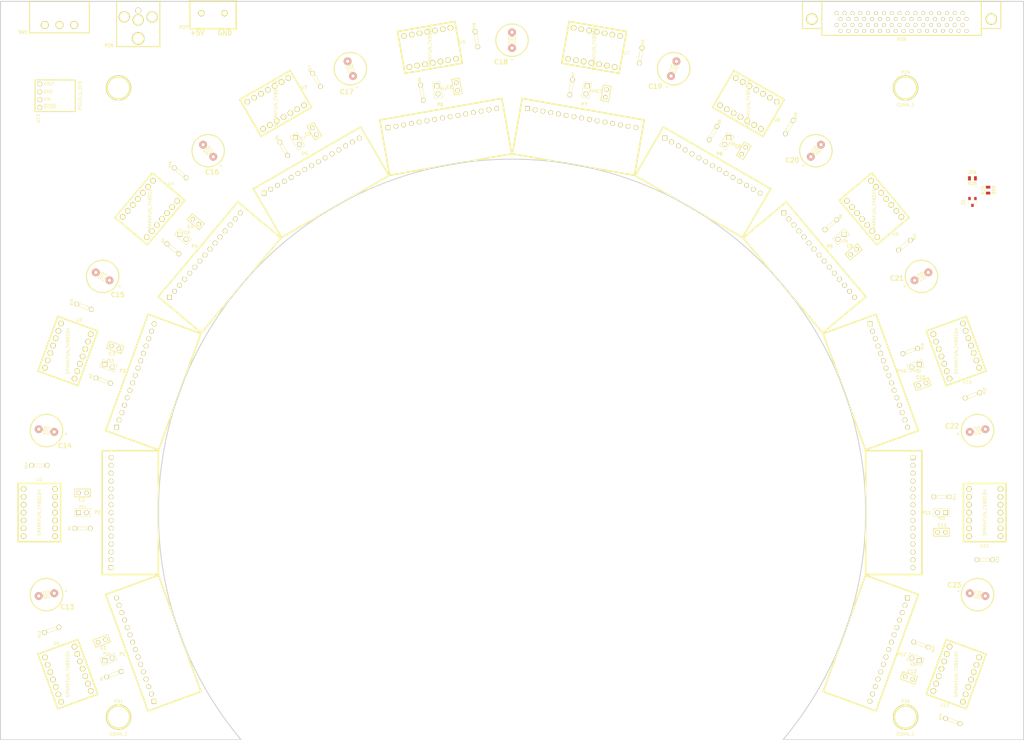
<source format=kicad_pcb>
(kicad_pcb (version 3) (host pcbnew "(2013-jul-07)-stable")

  (general
    (links 374)
    (no_connects 374)
    (area 37.949999 63.349999 368.450001 302.121564)
    (thickness 1.6)
    (drawings 14)
    (tracks 0)
    (zones 0)
    (modules 95)
    (nets 128)
  )

  (page User 406.4 381)
  (layers
    (15 F.Cu signal)
    (0 B.Cu signal)
    (16 B.Adhes user)
    (17 F.Adhes user)
    (18 B.Paste user)
    (19 F.Paste user)
    (20 B.SilkS user)
    (21 F.SilkS user)
    (22 B.Mask user)
    (23 F.Mask user)
    (24 Dwgs.User user)
    (25 Cmts.User user)
    (26 Eco1.User user)
    (27 Eco2.User user)
    (28 Edge.Cuts user)
  )

  (setup
    (last_trace_width 0.254)
    (trace_clearance 0.254)
    (zone_clearance 0.508)
    (zone_45_only no)
    (trace_min 0.254)
    (segment_width 0.2)
    (edge_width 0.1)
    (via_size 0.889)
    (via_drill 0.635)
    (via_min_size 0.889)
    (via_min_drill 0.508)
    (uvia_size 0.508)
    (uvia_drill 0.127)
    (uvias_allowed no)
    (uvia_min_size 0.508)
    (uvia_min_drill 0.127)
    (pcb_text_width 0.3)
    (pcb_text_size 1.5 1.5)
    (mod_edge_width 0.508)
    (mod_text_size 1 1)
    (mod_text_width 0.15)
    (pad_size 8.128 8.128)
    (pad_drill 6.7564)
    (pad_to_mask_clearance 0)
    (aux_axis_origin 0 0)
    (visible_elements FFFFFF7F)
    (pcbplotparams
      (layerselection 284196865)
      (usegerberextensions true)
      (excludeedgelayer true)
      (linewidth 0.150000)
      (plotframeref false)
      (viasonmask false)
      (mode 1)
      (useauxorigin false)
      (hpglpennumber 1)
      (hpglpenspeed 20)
      (hpglpendiameter 15)
      (hpglpenoverlay 2)
      (psnegative false)
      (psa4output false)
      (plotreference true)
      (plotvalue true)
      (plotothertext true)
      (plotinvisibletext false)
      (padsonsilk false)
      (subtractmaskfromsilk false)
      (outputformat 1)
      (mirror false)
      (drillshape 0)
      (scaleselection 1)
      (outputdirectory gerber_r1/))
  )

  (net 0 "")
  (net 1 +5V)
  (net 2 /3V3)
  (net 3 /5V)
  (net 4 /CS_0_3V3)
  (net 5 /CS_0_5V)
  (net 6 /CS_1_3V3)
  (net 7 /CS_1_5V)
  (net 8 /CS_2_3V3)
  (net 9 /CS_2_5V)
  (net 10 /CS_3_3V3)
  (net 11 /CS_3_5V)
  (net 12 /CS_4_3V3)
  (net 13 /CS_4_5V)
  (net 14 /CS_5_3V3)
  (net 15 /CS_5_5V)
  (net 16 /CS_6_3V3)
  (net 17 /CS_6_5V)
  (net 18 /CS_7_3V3)
  (net 19 /CS_7_5V)
  (net 20 /EXT_INT_3V3)
  (net 21 /EXT_INT_5V)
  (net 22 /MISO_0_3V3)
  (net 23 /MISO_0_5V)
  (net 24 /MISO_10_3V3)
  (net 25 /MISO_10_5V)
  (net 26 /MISO_11_3V3)
  (net 27 /MISO_11_5V)
  (net 28 /MISO_1_3V3)
  (net 29 /MISO_1_5V)
  (net 30 /MISO_2_3V3)
  (net 31 /MISO_2_5V)
  (net 32 /MISO_3_3V3)
  (net 33 /MISO_3_5V)
  (net 34 /MISO_4_3V3)
  (net 35 /MISO_4_5V)
  (net 36 /MISO_5_3V3)
  (net 37 /MISO_5_5V)
  (net 38 /MISO_6_3V3)
  (net 39 /MISO_6_5V)
  (net 40 /MISO_7_3V3)
  (net 41 /MISO_7_5V)
  (net 42 /MISO_8_3V3)
  (net 43 /MISO_8_5V)
  (net 44 /MISO_9_3V3)
  (net 45 /MISO_9_5V)
  (net 46 /MOSI_0_3V3)
  (net 47 /MOSI_0_5V)
  (net 48 /MOSI_10_3V3)
  (net 49 /MOSI_10_5V)
  (net 50 /MOSI_11_3V3)
  (net 51 /MOSI_11_5V)
  (net 52 /MOSI_1_3V3)
  (net 53 /MOSI_1_5V)
  (net 54 /MOSI_2_3V3)
  (net 55 /MOSI_2_5V)
  (net 56 /MOSI_3_3V3)
  (net 57 /MOSI_3_5V)
  (net 58 /MOSI_4_3V3)
  (net 59 /MOSI_4_5V)
  (net 60 /MOSI_5_3V3)
  (net 61 /MOSI_5_5V)
  (net 62 /MOSI_6_3V3)
  (net 63 /MOSI_6_5V)
  (net 64 /MOSI_7_3V3)
  (net 65 /MOSI_7_5V)
  (net 66 /MOSI_8_3V3)
  (net 67 /MOSI_8_5V)
  (net 68 /MOSI_9_3V3)
  (net 69 /MOSI_9_5V)
  (net 70 /RESET)
  (net 71 /RESET_PAN)
  (net 72 /SCK_0_3V3)
  (net 73 /SCK_0_5V)
  (net 74 /SCK_10_5V)
  (net 75 /SCK_11_5V)
  (net 76 /SCK_1_3V3)
  (net 77 /SCK_1_5V)
  (net 78 /SCK_2_3V3)
  (net 79 /SCK_2_5V)
  (net 80 /SCK_3_3V3)
  (net 81 /SCK_3_5V)
  (net 82 /SCK_4_3V3)
  (net 83 /SCK_4_5V)
  (net 84 /SCK_5_3V3)
  (net 85 /SCK_5_5V)
  (net 86 /SCK_6_5V)
  (net 87 /SCK_7_5V)
  (net 88 /SCK_8_5V)
  (net 89 /SCK_9_5V)
  (net 90 GND)
  (net 91 N-00000100)
  (net 92 N-00000101)
  (net 93 N-00000169)
  (net 94 N-00000170)
  (net 95 N-00000171)
  (net 96 N-00000180)
  (net 97 N-00000181)
  (net 98 N-00000183)
  (net 99 N-0000024)
  (net 100 N-0000040)
  (net 101 N-0000047)
  (net 102 N-0000053)
  (net 103 N-0000058)
  (net 104 N-0000059)
  (net 105 N-0000060)
  (net 106 N-0000061)
  (net 107 N-0000062)
  (net 108 N-0000063)
  (net 109 N-0000064)
  (net 110 N-0000065)
  (net 111 N-0000066)
  (net 112 N-0000067)
  (net 113 N-0000068)
  (net 114 N-0000069)
  (net 115 N-0000070)
  (net 116 N-0000071)
  (net 117 N-0000072)
  (net 118 N-0000073)
  (net 119 N-0000074)
  (net 120 N-0000075)
  (net 121 N-0000076)
  (net 122 N-0000077)
  (net 123 N-0000078)
  (net 124 N-0000082)
  (net 125 N-000009)
  (net 126 N-0000093)
  (net 127 N-0000097)

  (net_class Default "This is the default net class."
    (clearance 0.254)
    (trace_width 0.254)
    (via_dia 0.889)
    (via_drill 0.635)
    (uvia_dia 0.508)
    (uvia_drill 0.127)
    (add_net "")
    (add_net /CS_0_3V3)
    (add_net /CS_0_5V)
    (add_net /CS_1_3V3)
    (add_net /CS_1_5V)
    (add_net /CS_2_3V3)
    (add_net /CS_2_5V)
    (add_net /CS_3_3V3)
    (add_net /CS_3_5V)
    (add_net /CS_4_3V3)
    (add_net /CS_4_5V)
    (add_net /CS_5_3V3)
    (add_net /CS_5_5V)
    (add_net /CS_6_3V3)
    (add_net /CS_6_5V)
    (add_net /CS_7_3V3)
    (add_net /CS_7_5V)
    (add_net /EXT_INT_3V3)
    (add_net /EXT_INT_5V)
    (add_net /MISO_0_3V3)
    (add_net /MISO_0_5V)
    (add_net /MISO_10_3V3)
    (add_net /MISO_10_5V)
    (add_net /MISO_11_3V3)
    (add_net /MISO_11_5V)
    (add_net /MISO_1_3V3)
    (add_net /MISO_1_5V)
    (add_net /MISO_2_3V3)
    (add_net /MISO_2_5V)
    (add_net /MISO_3_3V3)
    (add_net /MISO_3_5V)
    (add_net /MISO_4_3V3)
    (add_net /MISO_4_5V)
    (add_net /MISO_5_3V3)
    (add_net /MISO_5_5V)
    (add_net /MISO_6_3V3)
    (add_net /MISO_6_5V)
    (add_net /MISO_7_3V3)
    (add_net /MISO_7_5V)
    (add_net /MISO_8_3V3)
    (add_net /MISO_8_5V)
    (add_net /MISO_9_3V3)
    (add_net /MISO_9_5V)
    (add_net /MOSI_0_3V3)
    (add_net /MOSI_0_5V)
    (add_net /MOSI_10_3V3)
    (add_net /MOSI_10_5V)
    (add_net /MOSI_11_3V3)
    (add_net /MOSI_11_5V)
    (add_net /MOSI_1_3V3)
    (add_net /MOSI_1_5V)
    (add_net /MOSI_2_3V3)
    (add_net /MOSI_2_5V)
    (add_net /MOSI_3_3V3)
    (add_net /MOSI_3_5V)
    (add_net /MOSI_4_3V3)
    (add_net /MOSI_4_5V)
    (add_net /MOSI_5_3V3)
    (add_net /MOSI_5_5V)
    (add_net /MOSI_6_3V3)
    (add_net /MOSI_6_5V)
    (add_net /MOSI_7_3V3)
    (add_net /MOSI_7_5V)
    (add_net /MOSI_8_3V3)
    (add_net /MOSI_8_5V)
    (add_net /MOSI_9_3V3)
    (add_net /MOSI_9_5V)
    (add_net /RESET)
    (add_net /SCK_0_3V3)
    (add_net /SCK_0_5V)
    (add_net /SCK_10_5V)
    (add_net /SCK_11_5V)
    (add_net /SCK_1_3V3)
    (add_net /SCK_1_5V)
    (add_net /SCK_2_3V3)
    (add_net /SCK_2_5V)
    (add_net /SCK_3_3V3)
    (add_net /SCK_3_5V)
    (add_net /SCK_4_3V3)
    (add_net /SCK_4_5V)
    (add_net /SCK_5_3V3)
    (add_net /SCK_5_5V)
    (add_net /SCK_6_5V)
    (add_net /SCK_7_5V)
    (add_net /SCK_8_5V)
    (add_net /SCK_9_5V)
    (add_net N-00000100)
    (add_net N-00000101)
    (add_net N-00000169)
    (add_net N-00000170)
    (add_net N-00000171)
    (add_net N-00000180)
    (add_net N-00000181)
    (add_net N-00000183)
    (add_net N-0000024)
    (add_net N-0000040)
    (add_net N-0000047)
    (add_net N-0000053)
    (add_net N-0000058)
    (add_net N-0000059)
    (add_net N-0000060)
    (add_net N-0000061)
    (add_net N-0000062)
    (add_net N-0000063)
    (add_net N-0000064)
    (add_net N-0000065)
    (add_net N-0000066)
    (add_net N-0000067)
    (add_net N-0000068)
    (add_net N-0000069)
    (add_net N-0000070)
    (add_net N-0000071)
    (add_net N-0000072)
    (add_net N-0000073)
    (add_net N-0000074)
    (add_net N-0000075)
    (add_net N-0000076)
    (add_net N-0000077)
    (add_net N-0000078)
    (add_net N-0000082)
    (add_net N-000009)
    (add_net N-0000093)
    (add_net N-0000097)
  )

  (net_class 3V3Pwr ""
    (clearance 0.254)
    (trace_width 0.635)
    (via_dia 0.889)
    (via_drill 0.635)
    (uvia_dia 0.508)
    (uvia_drill 0.127)
    (add_net /3V3)
  )

  (net_class Pwr ""
    (clearance 0.254)
    (trace_width 1.524)
    (via_dia 0.889)
    (via_drill 0.635)
    (uvia_dia 0.508)
    (uvia_drill 0.127)
    (add_net +5V)
    (add_net /5V)
    (add_net GND)
  )

  (net_class Reset_Pan ""
    (clearance 0.254)
    (trace_width 0.635)
    (via_dia 0.889)
    (via_drill 0.635)
    (uvia_dia 0.508)
    (uvia_drill 0.127)
    (add_net /RESET_PAN)
  )

  (module TE_CONN_DSUB_RA_68 (layer F.Cu) (tedit 55F1BCD7) (tstamp 55EF9E3A)
    (at 328.93 63.5 180)
    (path /54346EB7)
    (fp_text reference P25 (at 0 -12.25 180) (layer F.SilkS)
      (effects (font (size 1.016 1.016) (thickness 0.2032)))
    )
    (fp_text value CONN_34X2 (at 0 1 180) (layer F.SilkS) hide
      (effects (font (size 1 1) (thickness 0.15)))
    )
    (fp_line (start -25.75 -8.75) (end -25.75 -11) (layer F.SilkS) (width 0.381))
    (fp_line (start -25.75 -11) (end 25.5 -11) (layer F.SilkS) (width 0.381))
    (fp_line (start 25.5 -11) (end 25.75 -11) (layer F.SilkS) (width 0.381))
    (fp_line (start 25.75 -11) (end 25.75 -8.75) (layer F.SilkS) (width 0.381))
    (fp_line (start 25.75 -8.75) (end 32 -8.75) (layer F.SilkS) (width 0.381))
    (fp_line (start -32 -8.75) (end -25.75 -8.75) (layer F.SilkS) (width 0.381))
    (fp_line (start 25.75 0) (end 25.75 -8.75) (layer F.SilkS) (width 0.381))
    (fp_line (start -25.75 0) (end -25.75 -8.75) (layer F.SilkS) (width 0.381))
    (fp_line (start 32 0) (end 32 -8.75) (layer F.SilkS) (width 0.381))
    (fp_line (start -32 0) (end -32 -8.75) (layer F.SilkS) (width 0.381))
    (fp_line (start -32 0) (end 32 0) (layer F.SilkS) (width 0.381))
    (pad 69 thru_hole circle (at -28.955 -5.705 180) (size 3.7 3.7) (drill 2.7)
      (layers *.Cu *.Mask F.SilkS)
      (net 90 GND)
    )
    (pad 70 thru_hole circle (at 28.955 -5.705 180) (size 3.7 3.7) (drill 2.7)
      (layers *.Cu *.Mask F.SilkS)
    )
    (pad 1 thru_hole circle (at -20.955 -9.515 180) (size 1.2 1.2) (drill 0.8)
      (layers *.Cu *.Mask F.SilkS)
      (net 90 GND)
    )
    (pad 2 thru_hole circle (at -19.685 -7.61 180) (size 1.2 1.2) (drill 0.8)
      (layers *.Cu *.Mask F.SilkS)
      (net 90 GND)
    )
    (pad 3 thru_hole circle (at -18.415 -9.515 180) (size 1.2 1.2) (drill 0.8)
      (layers *.Cu *.Mask F.SilkS)
      (net 90 GND)
    )
    (pad 4 thru_hole circle (at -17.145 -7.61 180) (size 1.2 1.2) (drill 0.8)
      (layers *.Cu *.Mask F.SilkS)
    )
    (pad 5 thru_hole circle (at -15.875 -9.515 180) (size 1.2 1.2) (drill 0.8)
      (layers *.Cu *.Mask F.SilkS)
    )
    (pad 6 thru_hole circle (at -14.605 -7.61 180) (size 1.2 1.2) (drill 0.8)
      (layers *.Cu *.Mask F.SilkS)
    )
    (pad 7 thru_hole circle (at -13.335 -9.515 180) (size 1.2 1.2) (drill 0.8)
      (layers *.Cu *.Mask F.SilkS)
    )
    (pad 8 thru_hole circle (at -12.065 -7.61 180) (size 1.2 1.2) (drill 0.8)
      (layers *.Cu *.Mask F.SilkS)
    )
    (pad 9 thru_hole circle (at -10.795 -9.515 180) (size 1.2 1.2) (drill 0.8)
      (layers *.Cu *.Mask F.SilkS)
    )
    (pad 10 thru_hole circle (at -9.525 -7.61 180) (size 1.2 1.2) (drill 0.8)
      (layers *.Cu *.Mask F.SilkS)
    )
    (pad 11 thru_hole circle (at -8.255 -9.515 180) (size 1.2 1.2) (drill 0.8)
      (layers *.Cu *.Mask F.SilkS)
    )
    (pad 12 thru_hole circle (at -6.985 -7.61 180) (size 1.2 1.2) (drill 0.8)
      (layers *.Cu *.Mask F.SilkS)
    )
    (pad 13 thru_hole circle (at -5.715 -9.515 180) (size 1.2 1.2) (drill 0.8)
      (layers *.Cu *.Mask F.SilkS)
    )
    (pad 14 thru_hole circle (at -4.445 -7.61 180) (size 1.2 1.2) (drill 0.8)
      (layers *.Cu *.Mask F.SilkS)
    )
    (pad 15 thru_hole circle (at -3.175 -9.515 180) (size 1.2 1.2) (drill 0.8)
      (layers *.Cu *.Mask F.SilkS)
    )
    (pad 16 thru_hole circle (at -1.905 -7.61 180) (size 1.2 1.2) (drill 0.8)
      (layers *.Cu *.Mask F.SilkS)
    )
    (pad 17 thru_hole circle (at -0.635 -9.515 180) (size 1.2 1.2) (drill 0.8)
      (layers *.Cu *.Mask F.SilkS)
    )
    (pad 18 thru_hole circle (at 0.635 -7.61 180) (size 1.2 1.2) (drill 0.8)
      (layers *.Cu *.Mask F.SilkS)
    )
    (pad 19 thru_hole circle (at 1.905 -9.515 180) (size 1.2 1.2) (drill 0.8)
      (layers *.Cu *.Mask F.SilkS)
    )
    (pad 20 thru_hole circle (at 3.175 -7.61 180) (size 1.2 1.2) (drill 0.8)
      (layers *.Cu *.Mask F.SilkS)
    )
    (pad 21 thru_hole circle (at 4.445 -9.515 180) (size 1.2 1.2) (drill 0.8)
      (layers *.Cu *.Mask F.SilkS)
    )
    (pad 22 thru_hole circle (at 5.715 -7.61 180) (size 1.2 1.2) (drill 0.8)
      (layers *.Cu *.Mask F.SilkS)
    )
    (pad 23 thru_hole circle (at 6.985 -9.515 180) (size 1.2 1.2) (drill 0.8)
      (layers *.Cu *.Mask F.SilkS)
    )
    (pad 24 thru_hole circle (at 8.255 -7.61 180) (size 1.2 1.2) (drill 0.8)
      (layers *.Cu *.Mask F.SilkS)
    )
    (pad 25 thru_hole circle (at 9.525 -9.515 180) (size 1.2 1.2) (drill 0.8)
      (layers *.Cu *.Mask F.SilkS)
    )
    (pad 26 thru_hole circle (at 10.795 -7.61 180) (size 1.2 1.2) (drill 0.8)
      (layers *.Cu *.Mask F.SilkS)
    )
    (pad 27 thru_hole circle (at 12.065 -9.515 180) (size 1.2 1.2) (drill 0.8)
      (layers *.Cu *.Mask F.SilkS)
    )
    (pad 28 thru_hole circle (at 13.335 -7.61 180) (size 1.2 1.2) (drill 0.8)
      (layers *.Cu *.Mask F.SilkS)
    )
    (pad 29 thru_hole circle (at 14.605 -9.515 180) (size 1.2 1.2) (drill 0.8)
      (layers *.Cu *.Mask F.SilkS)
      (net 64 /MOSI_7_3V3)
    )
    (pad 30 thru_hole circle (at 15.875 -7.61 180) (size 1.2 1.2) (drill 0.8)
      (layers *.Cu *.Mask F.SilkS)
      (net 66 /MOSI_8_3V3)
    )
    (pad 31 thru_hole circle (at 17.145 -9.515 180) (size 1.2 1.2) (drill 0.8)
      (layers *.Cu *.Mask F.SilkS)
      (net 68 /MOSI_9_3V3)
    )
    (pad 32 thru_hole circle (at 18.415 -7.61 180) (size 1.2 1.2) (drill 0.8)
      (layers *.Cu *.Mask F.SilkS)
      (net 48 /MOSI_10_3V3)
    )
    (pad 33 thru_hole circle (at 19.685 -9.515 180) (size 1.2 1.2) (drill 0.8)
      (layers *.Cu *.Mask F.SilkS)
      (net 50 /MOSI_11_3V3)
    )
    (pad 34 thru_hole circle (at 20.955 -7.61 180) (size 1.2 1.2) (drill 0.8)
      (layers *.Cu *.Mask F.SilkS)
      (net 70 /RESET)
    )
    (pad 35 thru_hole circle (at -20.955 -5.705 180) (size 1.2 1.2) (drill 0.8)
      (layers *.Cu *.Mask F.SilkS)
      (net 4 /CS_0_3V3)
    )
    (pad 36 thru_hole circle (at -19.685 -3.8 180) (size 1.2 1.2) (drill 0.8)
      (layers *.Cu *.Mask F.SilkS)
      (net 6 /CS_1_3V3)
    )
    (pad 37 thru_hole circle (at -18.415 -5.705 180) (size 1.2 1.2) (drill 0.8)
      (layers *.Cu *.Mask F.SilkS)
      (net 8 /CS_2_3V3)
    )
    (pad 38 thru_hole circle (at -17.145 -3.8 180) (size 1.2 1.2) (drill 0.8)
      (layers *.Cu *.Mask F.SilkS)
      (net 10 /CS_3_3V3)
    )
    (pad 39 thru_hole circle (at -15.875 -5.705 180) (size 1.2 1.2) (drill 0.8)
      (layers *.Cu *.Mask F.SilkS)
      (net 12 /CS_4_3V3)
    )
    (pad 40 thru_hole circle (at -14.605 -3.8 180) (size 1.2 1.2) (drill 0.8)
      (layers *.Cu *.Mask F.SilkS)
      (net 14 /CS_5_3V3)
    )
    (pad 41 thru_hole circle (at -13.335 -5.705 180) (size 1.2 1.2) (drill 0.8)
      (layers *.Cu *.Mask F.SilkS)
      (net 16 /CS_6_3V3)
    )
    (pad 42 thru_hole circle (at -12.065 -3.8 180) (size 1.2 1.2) (drill 0.8)
      (layers *.Cu *.Mask F.SilkS)
      (net 18 /CS_7_3V3)
    )
    (pad 43 thru_hole circle (at -10.795 -5.705 180) (size 1.2 1.2) (drill 0.8)
      (layers *.Cu *.Mask F.SilkS)
      (net 72 /SCK_0_3V3)
    )
    (pad 44 thru_hole circle (at -9.525 -3.8 180) (size 1.2 1.2) (drill 0.8)
      (layers *.Cu *.Mask F.SilkS)
      (net 76 /SCK_1_3V3)
    )
    (pad 45 thru_hole circle (at -8.255 -5.705 180) (size 1.2 1.2) (drill 0.8)
      (layers *.Cu *.Mask F.SilkS)
      (net 78 /SCK_2_3V3)
    )
    (pad 46 thru_hole circle (at -6.985 -3.8 180) (size 1.2 1.2) (drill 0.8)
      (layers *.Cu *.Mask F.SilkS)
      (net 80 /SCK_3_3V3)
    )
    (pad 47 thru_hole circle (at -5.715 -5.705 180) (size 1.2 1.2) (drill 0.8)
      (layers *.Cu *.Mask F.SilkS)
      (net 82 /SCK_4_3V3)
    )
    (pad 48 thru_hole circle (at -4.445 -3.8 180) (size 1.2 1.2) (drill 0.8)
      (layers *.Cu *.Mask F.SilkS)
      (net 84 /SCK_5_3V3)
    )
    (pad 49 thru_hole circle (at -3.175 -5.705 180) (size 1.2 1.2) (drill 0.8)
      (layers *.Cu *.Mask F.SilkS)
      (net 46 /MOSI_0_3V3)
    )
    (pad 50 thru_hole circle (at -1.905 -3.8 180) (size 1.2 1.2) (drill 0.8)
      (layers *.Cu *.Mask F.SilkS)
      (net 22 /MISO_0_3V3)
    )
    (pad 51 thru_hole circle (at -0.635 -5.705 180) (size 1.2 1.2) (drill 0.8)
      (layers *.Cu *.Mask F.SilkS)
      (net 52 /MOSI_1_3V3)
    )
    (pad 52 thru_hole circle (at 0.635 -3.8 180) (size 1.2 1.2) (drill 0.8)
      (layers *.Cu *.Mask F.SilkS)
      (net 28 /MISO_1_3V3)
    )
    (pad 53 thru_hole circle (at 1.905 -5.705 180) (size 1.2 1.2) (drill 0.8)
      (layers *.Cu *.Mask F.SilkS)
      (net 54 /MOSI_2_3V3)
    )
    (pad 54 thru_hole circle (at 3.175 -3.8 180) (size 1.2 1.2) (drill 0.8)
      (layers *.Cu *.Mask F.SilkS)
      (net 30 /MISO_2_3V3)
    )
    (pad 55 thru_hole circle (at 4.445 -5.705 180) (size 1.2 1.2) (drill 0.8)
      (layers *.Cu *.Mask F.SilkS)
      (net 56 /MOSI_3_3V3)
    )
    (pad 56 thru_hole circle (at 5.715 -3.8 180) (size 1.2 1.2) (drill 0.8)
      (layers *.Cu *.Mask F.SilkS)
      (net 32 /MISO_3_3V3)
    )
    (pad 57 thru_hole circle (at 6.985 -5.705 180) (size 1.2 1.2) (drill 0.8)
      (layers *.Cu *.Mask F.SilkS)
      (net 58 /MOSI_4_3V3)
    )
    (pad 58 thru_hole circle (at 8.255 -3.8 180) (size 1.2 1.2) (drill 0.8)
      (layers *.Cu *.Mask F.SilkS)
      (net 34 /MISO_4_3V3)
    )
    (pad 59 thru_hole circle (at 9.525 -5.705 180) (size 1.2 1.2) (drill 0.8)
      (layers *.Cu *.Mask F.SilkS)
      (net 60 /MOSI_5_3V3)
    )
    (pad 60 thru_hole circle (at 10.795 -3.8 180) (size 1.2 1.2) (drill 0.8)
      (layers *.Cu *.Mask F.SilkS)
      (net 36 /MISO_5_3V3)
    )
    (pad 61 thru_hole circle (at 12.065 -5.705 180) (size 1.2 1.2) (drill 0.8)
      (layers *.Cu *.Mask F.SilkS)
      (net 62 /MOSI_6_3V3)
    )
    (pad 62 thru_hole circle (at 13.335 -3.8 180) (size 1.2 1.2) (drill 0.8)
      (layers *.Cu *.Mask F.SilkS)
      (net 38 /MISO_6_3V3)
    )
    (pad 63 thru_hole circle (at 14.605 -5.705 180) (size 1.2 1.2) (drill 0.8)
      (layers *.Cu *.Mask F.SilkS)
      (net 40 /MISO_7_3V3)
    )
    (pad 64 thru_hole circle (at 15.875 -3.8 180) (size 1.2 1.2) (drill 0.8)
      (layers *.Cu *.Mask F.SilkS)
      (net 42 /MISO_8_3V3)
    )
    (pad 65 thru_hole circle (at 17.145 -5.705 180) (size 1.2 1.2) (drill 0.8)
      (layers *.Cu *.Mask F.SilkS)
      (net 44 /MISO_9_3V3)
    )
    (pad 66 thru_hole circle (at 18.415 -3.8 180) (size 1.2 1.2) (drill 0.8)
      (layers *.Cu *.Mask F.SilkS)
      (net 24 /MISO_10_3V3)
    )
    (pad 67 thru_hole circle (at 19.685 -5.705 180) (size 1.2 1.2) (drill 0.8)
      (layers *.Cu *.Mask F.SilkS)
      (net 26 /MISO_11_3V3)
    )
    (pad 68 thru_hole circle (at 20.955 -3.8 180) (size 1.2 1.2) (drill 0.8)
      (layers *.Cu *.Mask F.SilkS)
      (net 20 /EXT_INT_3V3)
    )
  )

  (module SPARKFUN_TXB0104 (layer F.Cu) (tedit 55666EE4) (tstamp 55EF9E50)
    (at 176.707645 78.354392 280)
    (path /557A213A)
    (fp_text reference U6 (at 0 -10.668 360) (layer F.SilkS)
      (effects (font (size 1 1) (thickness 0.15)))
    )
    (fp_text value SPARKFUN_TXB0104 (at 0 0 450) (layer F.SilkS)
      (effects (font (size 1 1) (thickness 0.15)))
    )
    (fp_line (start -6.858 -9.398) (end -6.858 9.398) (layer F.SilkS) (width 0.508))
    (fp_line (start -6.858 9.398) (end 6.858 9.398) (layer F.SilkS) (width 0.508))
    (fp_line (start 6.858 9.398) (end 6.858 -9.398) (layer F.SilkS) (width 0.508))
    (fp_line (start 6.858 -9.398) (end -6.858 -9.398) (layer F.SilkS) (width 0.508))
    (pad 1 thru_hole circle (at -5.08 -7.62) (size 1.778 1.778) (drill 1.016)
      (layers *.Cu *.Mask F.SilkS)
    )
    (pad 2 thru_hole circle (at -5.08 -5.08) (size 1.778 1.778) (drill 1.016)
      (layers *.Cu *.Mask F.SilkS)
      (net 84 /SCK_5_3V3)
    )
    (pad 3 thru_hole circle (at -5.08 -2.54) (size 1.778 1.778) (drill 1.016)
      (layers *.Cu *.Mask F.SilkS)
      (net 60 /MOSI_5_3V3)
    )
    (pad 4 thru_hole circle (at -5.08 0) (size 1.778 1.778) (drill 1.016)
      (layers *.Cu *.Mask F.SilkS)
      (net 96 N-00000180)
    )
    (pad 5 thru_hole circle (at -5.08 2.54) (size 1.778 1.778) (drill 1.016)
      (layers *.Cu *.Mask F.SilkS)
      (net 14 /CS_5_3V3)
    )
    (pad 6 thru_hole circle (at -5.08 5.08) (size 1.778 1.778) (drill 1.016)
      (layers *.Cu *.Mask F.SilkS)
      (net 2 /3V3)
    )
    (pad 7 thru_hole circle (at -5.08 7.62) (size 1.778 1.778) (drill 1.016)
      (layers *.Cu *.Mask F.SilkS)
      (net 90 GND)
    )
    (pad 8 thru_hole circle (at 5.08 7.62) (size 1.778 1.778) (drill 1.016)
      (layers *.Cu *.Mask F.SilkS)
      (net 90 GND)
    )
    (pad 9 thru_hole circle (at 5.08 5.08) (size 1.778 1.778) (drill 1.016)
      (layers *.Cu *.Mask F.SilkS)
      (net 3 /5V)
    )
    (pad 10 thru_hole circle (at 5.08 2.54) (size 1.778 1.778) (drill 1.016)
      (layers *.Cu *.Mask F.SilkS)
      (net 15 /CS_5_5V)
    )
    (pad 11 thru_hole circle (at 5.08 0) (size 1.778 1.778) (drill 1.016)
      (layers *.Cu *.Mask F.SilkS)
      (net 122 N-0000077)
    )
    (pad 12 thru_hole circle (at 5.08 -2.54) (size 1.778 1.778) (drill 1.016)
      (layers *.Cu *.Mask F.SilkS)
      (net 61 /MOSI_5_5V)
    )
    (pad 13 thru_hole circle (at 5.08 -5.08) (size 1.778 1.778) (drill 1.016)
      (layers *.Cu *.Mask F.SilkS)
      (net 85 /SCK_5_5V)
    )
    (pad 14 thru_hole circle (at 5.08 -7.62) (size 1.778 1.778) (drill 1.016)
      (layers *.Cu *.Mask F.SilkS)
    )
  )

  (module SPARKFUN_TXB0104 (layer F.Cu) (tedit 55666EE4) (tstamp 55EF9E66)
    (at 126.918305 96.476229 300)
    (path /557A212B)
    (fp_text reference U5 (at 0 -10.668 360) (layer F.SilkS)
      (effects (font (size 1 1) (thickness 0.15)))
    )
    (fp_text value SPARKFUN_TXB0104 (at 0 0 450) (layer F.SilkS)
      (effects (font (size 1 1) (thickness 0.15)))
    )
    (fp_line (start -6.858 -9.398) (end -6.858 9.398) (layer F.SilkS) (width 0.508))
    (fp_line (start -6.858 9.398) (end 6.858 9.398) (layer F.SilkS) (width 0.508))
    (fp_line (start 6.858 9.398) (end 6.858 -9.398) (layer F.SilkS) (width 0.508))
    (fp_line (start 6.858 -9.398) (end -6.858 -9.398) (layer F.SilkS) (width 0.508))
    (pad 1 thru_hole circle (at -5.08 -7.62) (size 1.778 1.778) (drill 1.016)
      (layers *.Cu *.Mask F.SilkS)
    )
    (pad 2 thru_hole circle (at -5.08 -5.08) (size 1.778 1.778) (drill 1.016)
      (layers *.Cu *.Mask F.SilkS)
      (net 82 /SCK_4_3V3)
    )
    (pad 3 thru_hole circle (at -5.08 -2.54) (size 1.778 1.778) (drill 1.016)
      (layers *.Cu *.Mask F.SilkS)
      (net 58 /MOSI_4_3V3)
    )
    (pad 4 thru_hole circle (at -5.08 0) (size 1.778 1.778) (drill 1.016)
      (layers *.Cu *.Mask F.SilkS)
      (net 101 N-0000047)
    )
    (pad 5 thru_hole circle (at -5.08 2.54) (size 1.778 1.778) (drill 1.016)
      (layers *.Cu *.Mask F.SilkS)
      (net 12 /CS_4_3V3)
    )
    (pad 6 thru_hole circle (at -5.08 5.08) (size 1.778 1.778) (drill 1.016)
      (layers *.Cu *.Mask F.SilkS)
      (net 2 /3V3)
    )
    (pad 7 thru_hole circle (at -5.08 7.62) (size 1.778 1.778) (drill 1.016)
      (layers *.Cu *.Mask F.SilkS)
      (net 90 GND)
    )
    (pad 8 thru_hole circle (at 5.08 7.62) (size 1.778 1.778) (drill 1.016)
      (layers *.Cu *.Mask F.SilkS)
      (net 90 GND)
    )
    (pad 9 thru_hole circle (at 5.08 5.08) (size 1.778 1.778) (drill 1.016)
      (layers *.Cu *.Mask F.SilkS)
      (net 3 /5V)
    )
    (pad 10 thru_hole circle (at 5.08 2.54) (size 1.778 1.778) (drill 1.016)
      (layers *.Cu *.Mask F.SilkS)
      (net 13 /CS_4_5V)
    )
    (pad 11 thru_hole circle (at 5.08 0) (size 1.778 1.778) (drill 1.016)
      (layers *.Cu *.Mask F.SilkS)
      (net 123 N-0000078)
    )
    (pad 12 thru_hole circle (at 5.08 -2.54) (size 1.778 1.778) (drill 1.016)
      (layers *.Cu *.Mask F.SilkS)
      (net 59 /MOSI_4_5V)
    )
    (pad 13 thru_hole circle (at 5.08 -5.08) (size 1.778 1.778) (drill 1.016)
      (layers *.Cu *.Mask F.SilkS)
      (net 83 /SCK_4_5V)
    )
    (pad 14 thru_hole circle (at 5.08 -7.62) (size 1.778 1.778) (drill 1.016)
      (layers *.Cu *.Mask F.SilkS)
    )
  )

  (module SPARKFUN_TXB0104 (layer F.Cu) (tedit 55666EE4) (tstamp 55EF9E7C)
    (at 86.329663 130.534144 320)
    (path /557A211C)
    (fp_text reference U4 (at 0 -10.668 360) (layer F.SilkS)
      (effects (font (size 1 1) (thickness 0.15)))
    )
    (fp_text value SPARKFUN_TXB0104 (at 0 0 450) (layer F.SilkS)
      (effects (font (size 1 1) (thickness 0.15)))
    )
    (fp_line (start -6.858 -9.398) (end -6.858 9.398) (layer F.SilkS) (width 0.508))
    (fp_line (start -6.858 9.398) (end 6.858 9.398) (layer F.SilkS) (width 0.508))
    (fp_line (start 6.858 9.398) (end 6.858 -9.398) (layer F.SilkS) (width 0.508))
    (fp_line (start 6.858 -9.398) (end -6.858 -9.398) (layer F.SilkS) (width 0.508))
    (pad 1 thru_hole circle (at -5.08 -7.62) (size 1.778 1.778) (drill 1.016)
      (layers *.Cu *.Mask F.SilkS)
    )
    (pad 2 thru_hole circle (at -5.08 -5.08) (size 1.778 1.778) (drill 1.016)
      (layers *.Cu *.Mask F.SilkS)
      (net 80 /SCK_3_3V3)
    )
    (pad 3 thru_hole circle (at -5.08 -2.54) (size 1.778 1.778) (drill 1.016)
      (layers *.Cu *.Mask F.SilkS)
      (net 56 /MOSI_3_3V3)
    )
    (pad 4 thru_hole circle (at -5.08 0) (size 1.778 1.778) (drill 1.016)
      (layers *.Cu *.Mask F.SilkS)
      (net 95 N-00000171)
    )
    (pad 5 thru_hole circle (at -5.08 2.54) (size 1.778 1.778) (drill 1.016)
      (layers *.Cu *.Mask F.SilkS)
      (net 10 /CS_3_3V3)
    )
    (pad 6 thru_hole circle (at -5.08 5.08) (size 1.778 1.778) (drill 1.016)
      (layers *.Cu *.Mask F.SilkS)
      (net 2 /3V3)
    )
    (pad 7 thru_hole circle (at -5.08 7.62) (size 1.778 1.778) (drill 1.016)
      (layers *.Cu *.Mask F.SilkS)
      (net 90 GND)
    )
    (pad 8 thru_hole circle (at 5.08 7.62) (size 1.778 1.778) (drill 1.016)
      (layers *.Cu *.Mask F.SilkS)
      (net 90 GND)
    )
    (pad 9 thru_hole circle (at 5.08 5.08) (size 1.778 1.778) (drill 1.016)
      (layers *.Cu *.Mask F.SilkS)
      (net 3 /5V)
    )
    (pad 10 thru_hole circle (at 5.08 2.54) (size 1.778 1.778) (drill 1.016)
      (layers *.Cu *.Mask F.SilkS)
      (net 11 /CS_3_5V)
    )
    (pad 11 thru_hole circle (at 5.08 0) (size 1.778 1.778) (drill 1.016)
      (layers *.Cu *.Mask F.SilkS)
      (net 108 N-0000063)
    )
    (pad 12 thru_hole circle (at 5.08 -2.54) (size 1.778 1.778) (drill 1.016)
      (layers *.Cu *.Mask F.SilkS)
      (net 57 /MOSI_3_5V)
    )
    (pad 13 thru_hole circle (at 5.08 -5.08) (size 1.778 1.778) (drill 1.016)
      (layers *.Cu *.Mask F.SilkS)
      (net 81 /SCK_3_5V)
    )
    (pad 14 thru_hole circle (at 5.08 -7.62) (size 1.778 1.778) (drill 1.016)
      (layers *.Cu *.Mask F.SilkS)
    )
  )

  (module SPARKFUN_TXB0104 (layer F.Cu) (tedit 55666EE4) (tstamp 55EF9E92)
    (at 346.562691 280.779752 160)
    (path /55EB8D34)
    (fp_text reference U12 (at 0 -10.668 360) (layer F.SilkS)
      (effects (font (size 1 1) (thickness 0.15)))
    )
    (fp_text value SPARKFUN_TXB0104 (at 0 0 450) (layer F.SilkS)
      (effects (font (size 1 1) (thickness 0.15)))
    )
    (fp_line (start -6.858 -9.398) (end -6.858 9.398) (layer F.SilkS) (width 0.508))
    (fp_line (start -6.858 9.398) (end 6.858 9.398) (layer F.SilkS) (width 0.508))
    (fp_line (start 6.858 9.398) (end 6.858 -9.398) (layer F.SilkS) (width 0.508))
    (fp_line (start 6.858 -9.398) (end -6.858 -9.398) (layer F.SilkS) (width 0.508))
    (pad 1 thru_hole circle (at -5.08 -7.62) (size 1.778 1.778) (drill 1.016)
      (layers *.Cu *.Mask F.SilkS)
    )
    (pad 2 thru_hole circle (at -5.08 -5.08) (size 1.778 1.778) (drill 1.016)
      (layers *.Cu *.Mask F.SilkS)
      (net 84 /SCK_5_3V3)
    )
    (pad 3 thru_hole circle (at -5.08 -2.54) (size 1.778 1.778) (drill 1.016)
      (layers *.Cu *.Mask F.SilkS)
      (net 50 /MOSI_11_3V3)
    )
    (pad 4 thru_hole circle (at -5.08 0) (size 1.778 1.778) (drill 1.016)
      (layers *.Cu *.Mask F.SilkS)
      (net 127 N-0000097)
    )
    (pad 5 thru_hole circle (at -5.08 2.54) (size 1.778 1.778) (drill 1.016)
      (layers *.Cu *.Mask F.SilkS)
    )
    (pad 6 thru_hole circle (at -5.08 5.08) (size 1.778 1.778) (drill 1.016)
      (layers *.Cu *.Mask F.SilkS)
      (net 2 /3V3)
    )
    (pad 7 thru_hole circle (at -5.08 7.62) (size 1.778 1.778) (drill 1.016)
      (layers *.Cu *.Mask F.SilkS)
      (net 90 GND)
    )
    (pad 8 thru_hole circle (at 5.08 7.62) (size 1.778 1.778) (drill 1.016)
      (layers *.Cu *.Mask F.SilkS)
      (net 90 GND)
    )
    (pad 9 thru_hole circle (at 5.08 5.08) (size 1.778 1.778) (drill 1.016)
      (layers *.Cu *.Mask F.SilkS)
      (net 3 /5V)
    )
    (pad 10 thru_hole circle (at 5.08 2.54) (size 1.778 1.778) (drill 1.016)
      (layers *.Cu *.Mask F.SilkS)
    )
    (pad 11 thru_hole circle (at 5.08 0) (size 1.778 1.778) (drill 1.016)
      (layers *.Cu *.Mask F.SilkS)
      (net 111 N-0000066)
    )
    (pad 12 thru_hole circle (at 5.08 -2.54) (size 1.778 1.778) (drill 1.016)
      (layers *.Cu *.Mask F.SilkS)
      (net 51 /MOSI_11_5V)
    )
    (pad 13 thru_hole circle (at 5.08 -5.08) (size 1.778 1.778) (drill 1.016)
      (layers *.Cu *.Mask F.SilkS)
      (net 75 /SCK_11_5V)
    )
    (pad 14 thru_hole circle (at 5.08 -7.62) (size 1.778 1.778) (drill 1.016)
      (layers *.Cu *.Mask F.SilkS)
    )
  )

  (module SPARKFUN_TXB0104 (layer F.Cu) (tedit 55666EE4) (tstamp 55EF9EA8)
    (at 59.837309 176.420248 340)
    (path /557A210D)
    (fp_text reference U3 (at 0 -10.668 360) (layer F.SilkS)
      (effects (font (size 1 1) (thickness 0.15)))
    )
    (fp_text value SPARKFUN_TXB0104 (at 0 0 450) (layer F.SilkS)
      (effects (font (size 1 1) (thickness 0.15)))
    )
    (fp_line (start -6.858 -9.398) (end -6.858 9.398) (layer F.SilkS) (width 0.508))
    (fp_line (start -6.858 9.398) (end 6.858 9.398) (layer F.SilkS) (width 0.508))
    (fp_line (start 6.858 9.398) (end 6.858 -9.398) (layer F.SilkS) (width 0.508))
    (fp_line (start 6.858 -9.398) (end -6.858 -9.398) (layer F.SilkS) (width 0.508))
    (pad 1 thru_hole circle (at -5.08 -7.62) (size 1.778 1.778) (drill 1.016)
      (layers *.Cu *.Mask F.SilkS)
    )
    (pad 2 thru_hole circle (at -5.08 -5.08) (size 1.778 1.778) (drill 1.016)
      (layers *.Cu *.Mask F.SilkS)
      (net 78 /SCK_2_3V3)
    )
    (pad 3 thru_hole circle (at -5.08 -2.54) (size 1.778 1.778) (drill 1.016)
      (layers *.Cu *.Mask F.SilkS)
      (net 54 /MOSI_2_3V3)
    )
    (pad 4 thru_hole circle (at -5.08 0) (size 1.778 1.778) (drill 1.016)
      (layers *.Cu *.Mask F.SilkS)
      (net 93 N-00000169)
    )
    (pad 5 thru_hole circle (at -5.08 2.54) (size 1.778 1.778) (drill 1.016)
      (layers *.Cu *.Mask F.SilkS)
      (net 8 /CS_2_3V3)
    )
    (pad 6 thru_hole circle (at -5.08 5.08) (size 1.778 1.778) (drill 1.016)
      (layers *.Cu *.Mask F.SilkS)
      (net 2 /3V3)
    )
    (pad 7 thru_hole circle (at -5.08 7.62) (size 1.778 1.778) (drill 1.016)
      (layers *.Cu *.Mask F.SilkS)
      (net 90 GND)
    )
    (pad 8 thru_hole circle (at 5.08 7.62) (size 1.778 1.778) (drill 1.016)
      (layers *.Cu *.Mask F.SilkS)
      (net 90 GND)
    )
    (pad 9 thru_hole circle (at 5.08 5.08) (size 1.778 1.778) (drill 1.016)
      (layers *.Cu *.Mask F.SilkS)
      (net 3 /5V)
    )
    (pad 10 thru_hole circle (at 5.08 2.54) (size 1.778 1.778) (drill 1.016)
      (layers *.Cu *.Mask F.SilkS)
      (net 9 /CS_2_5V)
    )
    (pad 11 thru_hole circle (at 5.08 0) (size 1.778 1.778) (drill 1.016)
      (layers *.Cu *.Mask F.SilkS)
      (net 103 N-0000058)
    )
    (pad 12 thru_hole circle (at 5.08 -2.54) (size 1.778 1.778) (drill 1.016)
      (layers *.Cu *.Mask F.SilkS)
      (net 55 /MOSI_2_5V)
    )
    (pad 13 thru_hole circle (at 5.08 -5.08) (size 1.778 1.778) (drill 1.016)
      (layers *.Cu *.Mask F.SilkS)
      (net 79 /SCK_2_5V)
    )
    (pad 14 thru_hole circle (at 5.08 -7.62) (size 1.778 1.778) (drill 1.016)
      (layers *.Cu *.Mask F.SilkS)
    )
  )

  (module SPARKFUN_TXB0104 (layer F.Cu) (tedit 55666EE4) (tstamp 55EF9EBE)
    (at 355.763389 228.6 180)
    (path /55EB8CAE)
    (fp_text reference U11 (at 0 -10.668 360) (layer F.SilkS)
      (effects (font (size 1 1) (thickness 0.15)))
    )
    (fp_text value SPARKFUN_TXB0104 (at 0 0 450) (layer F.SilkS)
      (effects (font (size 1 1) (thickness 0.15)))
    )
    (fp_line (start -6.858 -9.398) (end -6.858 9.398) (layer F.SilkS) (width 0.508))
    (fp_line (start -6.858 9.398) (end 6.858 9.398) (layer F.SilkS) (width 0.508))
    (fp_line (start 6.858 9.398) (end 6.858 -9.398) (layer F.SilkS) (width 0.508))
    (fp_line (start 6.858 -9.398) (end -6.858 -9.398) (layer F.SilkS) (width 0.508))
    (pad 1 thru_hole circle (at -5.08 -7.62) (size 1.778 1.778) (drill 1.016)
      (layers *.Cu *.Mask F.SilkS)
    )
    (pad 2 thru_hole circle (at -5.08 -5.08) (size 1.778 1.778) (drill 1.016)
      (layers *.Cu *.Mask F.SilkS)
      (net 82 /SCK_4_3V3)
    )
    (pad 3 thru_hole circle (at -5.08 -2.54) (size 1.778 1.778) (drill 1.016)
      (layers *.Cu *.Mask F.SilkS)
      (net 48 /MOSI_10_3V3)
    )
    (pad 4 thru_hole circle (at -5.08 0) (size 1.778 1.778) (drill 1.016)
      (layers *.Cu *.Mask F.SilkS)
      (net 124 N-0000082)
    )
    (pad 5 thru_hole circle (at -5.08 2.54) (size 1.778 1.778) (drill 1.016)
      (layers *.Cu *.Mask F.SilkS)
    )
    (pad 6 thru_hole circle (at -5.08 5.08) (size 1.778 1.778) (drill 1.016)
      (layers *.Cu *.Mask F.SilkS)
      (net 2 /3V3)
    )
    (pad 7 thru_hole circle (at -5.08 7.62) (size 1.778 1.778) (drill 1.016)
      (layers *.Cu *.Mask F.SilkS)
      (net 90 GND)
    )
    (pad 8 thru_hole circle (at 5.08 7.62) (size 1.778 1.778) (drill 1.016)
      (layers *.Cu *.Mask F.SilkS)
      (net 90 GND)
    )
    (pad 9 thru_hole circle (at 5.08 5.08) (size 1.778 1.778) (drill 1.016)
      (layers *.Cu *.Mask F.SilkS)
      (net 3 /5V)
    )
    (pad 10 thru_hole circle (at 5.08 2.54) (size 1.778 1.778) (drill 1.016)
      (layers *.Cu *.Mask F.SilkS)
    )
    (pad 11 thru_hole circle (at 5.08 0) (size 1.778 1.778) (drill 1.016)
      (layers *.Cu *.Mask F.SilkS)
      (net 113 N-0000068)
    )
    (pad 12 thru_hole circle (at 5.08 -2.54) (size 1.778 1.778) (drill 1.016)
      (layers *.Cu *.Mask F.SilkS)
      (net 49 /MOSI_10_5V)
    )
    (pad 13 thru_hole circle (at 5.08 -5.08) (size 1.778 1.778) (drill 1.016)
      (layers *.Cu *.Mask F.SilkS)
      (net 74 /SCK_10_5V)
    )
    (pad 14 thru_hole circle (at 5.08 -7.62) (size 1.778 1.778) (drill 1.016)
      (layers *.Cu *.Mask F.SilkS)
    )
  )

  (module SPARKFUN_TXB0104 (layer F.Cu) (tedit 55666EE4) (tstamp 55EF9ED4)
    (at 50.636611 228.6)
    (path /557A20FE)
    (fp_text reference U2 (at 0 -10.668) (layer F.SilkS)
      (effects (font (size 1 1) (thickness 0.15)))
    )
    (fp_text value SPARKFUN_TXB0104 (at 0 0 90) (layer F.SilkS)
      (effects (font (size 1 1) (thickness 0.15)))
    )
    (fp_line (start -6.858 -9.398) (end -6.858 9.398) (layer F.SilkS) (width 0.508))
    (fp_line (start -6.858 9.398) (end 6.858 9.398) (layer F.SilkS) (width 0.508))
    (fp_line (start 6.858 9.398) (end 6.858 -9.398) (layer F.SilkS) (width 0.508))
    (fp_line (start 6.858 -9.398) (end -6.858 -9.398) (layer F.SilkS) (width 0.508))
    (pad 1 thru_hole circle (at -5.08 -7.62) (size 1.778 1.778) (drill 1.016)
      (layers *.Cu *.Mask F.SilkS)
    )
    (pad 2 thru_hole circle (at -5.08 -5.08) (size 1.778 1.778) (drill 1.016)
      (layers *.Cu *.Mask F.SilkS)
      (net 76 /SCK_1_3V3)
    )
    (pad 3 thru_hole circle (at -5.08 -2.54) (size 1.778 1.778) (drill 1.016)
      (layers *.Cu *.Mask F.SilkS)
      (net 52 /MOSI_1_3V3)
    )
    (pad 4 thru_hole circle (at -5.08 0) (size 1.778 1.778) (drill 1.016)
      (layers *.Cu *.Mask F.SilkS)
      (net 94 N-00000170)
    )
    (pad 5 thru_hole circle (at -5.08 2.54) (size 1.778 1.778) (drill 1.016)
      (layers *.Cu *.Mask F.SilkS)
      (net 6 /CS_1_3V3)
    )
    (pad 6 thru_hole circle (at -5.08 5.08) (size 1.778 1.778) (drill 1.016)
      (layers *.Cu *.Mask F.SilkS)
      (net 2 /3V3)
    )
    (pad 7 thru_hole circle (at -5.08 7.62) (size 1.778 1.778) (drill 1.016)
      (layers *.Cu *.Mask F.SilkS)
      (net 90 GND)
    )
    (pad 8 thru_hole circle (at 5.08 7.62) (size 1.778 1.778) (drill 1.016)
      (layers *.Cu *.Mask F.SilkS)
      (net 90 GND)
    )
    (pad 9 thru_hole circle (at 5.08 5.08) (size 1.778 1.778) (drill 1.016)
      (layers *.Cu *.Mask F.SilkS)
      (net 3 /5V)
    )
    (pad 10 thru_hole circle (at 5.08 2.54) (size 1.778 1.778) (drill 1.016)
      (layers *.Cu *.Mask F.SilkS)
      (net 7 /CS_1_5V)
    )
    (pad 11 thru_hole circle (at 5.08 0) (size 1.778 1.778) (drill 1.016)
      (layers *.Cu *.Mask F.SilkS)
      (net 104 N-0000059)
    )
    (pad 12 thru_hole circle (at 5.08 -2.54) (size 1.778 1.778) (drill 1.016)
      (layers *.Cu *.Mask F.SilkS)
      (net 53 /MOSI_1_5V)
    )
    (pad 13 thru_hole circle (at 5.08 -5.08) (size 1.778 1.778) (drill 1.016)
      (layers *.Cu *.Mask F.SilkS)
      (net 77 /SCK_1_5V)
    )
    (pad 14 thru_hole circle (at 5.08 -7.62) (size 1.778 1.778) (drill 1.016)
      (layers *.Cu *.Mask F.SilkS)
    )
  )

  (module SPARKFUN_TXB0104 (layer F.Cu) (tedit 55666EE4) (tstamp 55EF9EEA)
    (at 59.837309 280.779752 20)
    (path /557A20EF)
    (fp_text reference U1 (at 0 -10.668 360) (layer F.SilkS)
      (effects (font (size 1 1) (thickness 0.15)))
    )
    (fp_text value SPARKFUN_TXB0104 (at 0 0 90) (layer F.SilkS)
      (effects (font (size 1 1) (thickness 0.15)))
    )
    (fp_line (start -6.858 -9.398) (end -6.858 9.398) (layer F.SilkS) (width 0.508))
    (fp_line (start -6.858 9.398) (end 6.858 9.398) (layer F.SilkS) (width 0.508))
    (fp_line (start 6.858 9.398) (end 6.858 -9.398) (layer F.SilkS) (width 0.508))
    (fp_line (start 6.858 -9.398) (end -6.858 -9.398) (layer F.SilkS) (width 0.508))
    (pad 1 thru_hole circle (at -5.08 -7.62) (size 1.778 1.778) (drill 1.016)
      (layers *.Cu *.Mask F.SilkS)
    )
    (pad 2 thru_hole circle (at -5.08 -5.08) (size 1.778 1.778) (drill 1.016)
      (layers *.Cu *.Mask F.SilkS)
      (net 72 /SCK_0_3V3)
    )
    (pad 3 thru_hole circle (at -5.08 -2.54) (size 1.778 1.778) (drill 1.016)
      (layers *.Cu *.Mask F.SilkS)
      (net 46 /MOSI_0_3V3)
    )
    (pad 4 thru_hole circle (at -5.08 0) (size 1.778 1.778) (drill 1.016)
      (layers *.Cu *.Mask F.SilkS)
      (net 97 N-00000181)
    )
    (pad 5 thru_hole circle (at -5.08 2.54) (size 1.778 1.778) (drill 1.016)
      (layers *.Cu *.Mask F.SilkS)
      (net 4 /CS_0_3V3)
    )
    (pad 6 thru_hole circle (at -5.08 5.08) (size 1.778 1.778) (drill 1.016)
      (layers *.Cu *.Mask F.SilkS)
      (net 2 /3V3)
    )
    (pad 7 thru_hole circle (at -5.08 7.62) (size 1.778 1.778) (drill 1.016)
      (layers *.Cu *.Mask F.SilkS)
      (net 90 GND)
    )
    (pad 8 thru_hole circle (at 5.08 7.62) (size 1.778 1.778) (drill 1.016)
      (layers *.Cu *.Mask F.SilkS)
      (net 90 GND)
    )
    (pad 9 thru_hole circle (at 5.08 5.08) (size 1.778 1.778) (drill 1.016)
      (layers *.Cu *.Mask F.SilkS)
      (net 3 /5V)
    )
    (pad 10 thru_hole circle (at 5.08 2.54) (size 1.778 1.778) (drill 1.016)
      (layers *.Cu *.Mask F.SilkS)
      (net 5 /CS_0_5V)
    )
    (pad 11 thru_hole circle (at 5.08 0) (size 1.778 1.778) (drill 1.016)
      (layers *.Cu *.Mask F.SilkS)
      (net 105 N-0000060)
    )
    (pad 12 thru_hole circle (at 5.08 -2.54) (size 1.778 1.778) (drill 1.016)
      (layers *.Cu *.Mask F.SilkS)
      (net 47 /MOSI_0_5V)
    )
    (pad 13 thru_hole circle (at 5.08 -5.08) (size 1.778 1.778) (drill 1.016)
      (layers *.Cu *.Mask F.SilkS)
      (net 73 /SCK_0_5V)
    )
    (pad 14 thru_hole circle (at 5.08 -7.62) (size 1.778 1.778) (drill 1.016)
      (layers *.Cu *.Mask F.SilkS)
    )
  )

  (module SPARKFUN_TXB0104 (layer F.Cu) (tedit 55666EE4) (tstamp 55EF9F00)
    (at 346.562691 176.420248 200)
    (path /55EB8BD9)
    (fp_text reference U10 (at 0 -10.668 360) (layer F.SilkS)
      (effects (font (size 1 1) (thickness 0.15)))
    )
    (fp_text value SPARKFUN_TXB0104 (at 0 0 450) (layer F.SilkS)
      (effects (font (size 1 1) (thickness 0.15)))
    )
    (fp_line (start -6.858 -9.398) (end -6.858 9.398) (layer F.SilkS) (width 0.508))
    (fp_line (start -6.858 9.398) (end 6.858 9.398) (layer F.SilkS) (width 0.508))
    (fp_line (start 6.858 9.398) (end 6.858 -9.398) (layer F.SilkS) (width 0.508))
    (fp_line (start 6.858 -9.398) (end -6.858 -9.398) (layer F.SilkS) (width 0.508))
    (pad 1 thru_hole circle (at -5.08 -7.62) (size 1.778 1.778) (drill 1.016)
      (layers *.Cu *.Mask F.SilkS)
    )
    (pad 2 thru_hole circle (at -5.08 -5.08) (size 1.778 1.778) (drill 1.016)
      (layers *.Cu *.Mask F.SilkS)
      (net 80 /SCK_3_3V3)
    )
    (pad 3 thru_hole circle (at -5.08 -2.54) (size 1.778 1.778) (drill 1.016)
      (layers *.Cu *.Mask F.SilkS)
      (net 68 /MOSI_9_3V3)
    )
    (pad 4 thru_hole circle (at -5.08 0) (size 1.778 1.778) (drill 1.016)
      (layers *.Cu *.Mask F.SilkS)
      (net 99 N-0000024)
    )
    (pad 5 thru_hole circle (at -5.08 2.54) (size 1.778 1.778) (drill 1.016)
      (layers *.Cu *.Mask F.SilkS)
    )
    (pad 6 thru_hole circle (at -5.08 5.08) (size 1.778 1.778) (drill 1.016)
      (layers *.Cu *.Mask F.SilkS)
      (net 2 /3V3)
    )
    (pad 7 thru_hole circle (at -5.08 7.62) (size 1.778 1.778) (drill 1.016)
      (layers *.Cu *.Mask F.SilkS)
      (net 90 GND)
    )
    (pad 8 thru_hole circle (at 5.08 7.62) (size 1.778 1.778) (drill 1.016)
      (layers *.Cu *.Mask F.SilkS)
      (net 90 GND)
    )
    (pad 9 thru_hole circle (at 5.08 5.08) (size 1.778 1.778) (drill 1.016)
      (layers *.Cu *.Mask F.SilkS)
      (net 3 /5V)
    )
    (pad 10 thru_hole circle (at 5.08 2.54) (size 1.778 1.778) (drill 1.016)
      (layers *.Cu *.Mask F.SilkS)
    )
    (pad 11 thru_hole circle (at 5.08 0) (size 1.778 1.778) (drill 1.016)
      (layers *.Cu *.Mask F.SilkS)
      (net 114 N-0000069)
    )
    (pad 12 thru_hole circle (at 5.08 -2.54) (size 1.778 1.778) (drill 1.016)
      (layers *.Cu *.Mask F.SilkS)
      (net 69 /MOSI_9_5V)
    )
    (pad 13 thru_hole circle (at 5.08 -5.08) (size 1.778 1.778) (drill 1.016)
      (layers *.Cu *.Mask F.SilkS)
      (net 89 /SCK_9_5V)
    )
    (pad 14 thru_hole circle (at 5.08 -7.62) (size 1.778 1.778) (drill 1.016)
      (layers *.Cu *.Mask F.SilkS)
    )
  )

  (module SPARKFUN_TXB0104 (layer F.Cu) (tedit 55666EE4) (tstamp 55EF9F16)
    (at 229.692355 78.354392 260)
    (path /55EB6B9D)
    (fp_text reference U7 (at 0 -10.668 360) (layer F.SilkS)
      (effects (font (size 1 1) (thickness 0.15)))
    )
    (fp_text value SPARKFUN_TXB0104 (at 0 0 450) (layer F.SilkS)
      (effects (font (size 1 1) (thickness 0.15)))
    )
    (fp_line (start -6.858 -9.398) (end -6.858 9.398) (layer F.SilkS) (width 0.508))
    (fp_line (start -6.858 9.398) (end 6.858 9.398) (layer F.SilkS) (width 0.508))
    (fp_line (start 6.858 9.398) (end 6.858 -9.398) (layer F.SilkS) (width 0.508))
    (fp_line (start 6.858 -9.398) (end -6.858 -9.398) (layer F.SilkS) (width 0.508))
    (pad 1 thru_hole circle (at -5.08 -7.62) (size 1.778 1.778) (drill 1.016)
      (layers *.Cu *.Mask F.SilkS)
    )
    (pad 2 thru_hole circle (at -5.08 -5.08) (size 1.778 1.778) (drill 1.016)
      (layers *.Cu *.Mask F.SilkS)
      (net 72 /SCK_0_3V3)
    )
    (pad 3 thru_hole circle (at -5.08 -2.54) (size 1.778 1.778) (drill 1.016)
      (layers *.Cu *.Mask F.SilkS)
      (net 62 /MOSI_6_3V3)
    )
    (pad 4 thru_hole circle (at -5.08 0) (size 1.778 1.778) (drill 1.016)
      (layers *.Cu *.Mask F.SilkS)
      (net 100 N-0000040)
    )
    (pad 5 thru_hole circle (at -5.08 2.54) (size 1.778 1.778) (drill 1.016)
      (layers *.Cu *.Mask F.SilkS)
      (net 16 /CS_6_3V3)
    )
    (pad 6 thru_hole circle (at -5.08 5.08) (size 1.778 1.778) (drill 1.016)
      (layers *.Cu *.Mask F.SilkS)
      (net 2 /3V3)
    )
    (pad 7 thru_hole circle (at -5.08 7.62) (size 1.778 1.778) (drill 1.016)
      (layers *.Cu *.Mask F.SilkS)
      (net 90 GND)
    )
    (pad 8 thru_hole circle (at 5.08 7.62) (size 1.778 1.778) (drill 1.016)
      (layers *.Cu *.Mask F.SilkS)
      (net 90 GND)
    )
    (pad 9 thru_hole circle (at 5.08 5.08) (size 1.778 1.778) (drill 1.016)
      (layers *.Cu *.Mask F.SilkS)
      (net 3 /5V)
    )
    (pad 10 thru_hole circle (at 5.08 2.54) (size 1.778 1.778) (drill 1.016)
      (layers *.Cu *.Mask F.SilkS)
      (net 17 /CS_6_5V)
    )
    (pad 11 thru_hole circle (at 5.08 0) (size 1.778 1.778) (drill 1.016)
      (layers *.Cu *.Mask F.SilkS)
      (net 120 N-0000075)
    )
    (pad 12 thru_hole circle (at 5.08 -2.54) (size 1.778 1.778) (drill 1.016)
      (layers *.Cu *.Mask F.SilkS)
      (net 63 /MOSI_6_5V)
    )
    (pad 13 thru_hole circle (at 5.08 -5.08) (size 1.778 1.778) (drill 1.016)
      (layers *.Cu *.Mask F.SilkS)
      (net 86 /SCK_6_5V)
    )
    (pad 14 thru_hole circle (at 5.08 -7.62) (size 1.778 1.778) (drill 1.016)
      (layers *.Cu *.Mask F.SilkS)
    )
  )

  (module SPARKFUN_TXB0104 (layer F.Cu) (tedit 55666EE4) (tstamp 55EF9F2C)
    (at 320.070337 130.534144 220)
    (path /55EB6EAA)
    (fp_text reference U9 (at 0 -10.668 360) (layer F.SilkS)
      (effects (font (size 1 1) (thickness 0.15)))
    )
    (fp_text value SPARKFUN_TXB0104 (at 0 0 450) (layer F.SilkS)
      (effects (font (size 1 1) (thickness 0.15)))
    )
    (fp_line (start -6.858 -9.398) (end -6.858 9.398) (layer F.SilkS) (width 0.508))
    (fp_line (start -6.858 9.398) (end 6.858 9.398) (layer F.SilkS) (width 0.508))
    (fp_line (start 6.858 9.398) (end 6.858 -9.398) (layer F.SilkS) (width 0.508))
    (fp_line (start 6.858 -9.398) (end -6.858 -9.398) (layer F.SilkS) (width 0.508))
    (pad 1 thru_hole circle (at -5.08 -7.62) (size 1.778 1.778) (drill 1.016)
      (layers *.Cu *.Mask F.SilkS)
    )
    (pad 2 thru_hole circle (at -5.08 -5.08) (size 1.778 1.778) (drill 1.016)
      (layers *.Cu *.Mask F.SilkS)
      (net 78 /SCK_2_3V3)
    )
    (pad 3 thru_hole circle (at -5.08 -2.54) (size 1.778 1.778) (drill 1.016)
      (layers *.Cu *.Mask F.SilkS)
      (net 66 /MOSI_8_3V3)
    )
    (pad 4 thru_hole circle (at -5.08 0) (size 1.778 1.778) (drill 1.016)
      (layers *.Cu *.Mask F.SilkS)
      (net 125 N-000009)
    )
    (pad 5 thru_hole circle (at -5.08 2.54) (size 1.778 1.778) (drill 1.016)
      (layers *.Cu *.Mask F.SilkS)
      (net 20 /EXT_INT_3V3)
    )
    (pad 6 thru_hole circle (at -5.08 5.08) (size 1.778 1.778) (drill 1.016)
      (layers *.Cu *.Mask F.SilkS)
      (net 2 /3V3)
    )
    (pad 7 thru_hole circle (at -5.08 7.62) (size 1.778 1.778) (drill 1.016)
      (layers *.Cu *.Mask F.SilkS)
      (net 90 GND)
    )
    (pad 8 thru_hole circle (at 5.08 7.62) (size 1.778 1.778) (drill 1.016)
      (layers *.Cu *.Mask F.SilkS)
      (net 90 GND)
    )
    (pad 9 thru_hole circle (at 5.08 5.08) (size 1.778 1.778) (drill 1.016)
      (layers *.Cu *.Mask F.SilkS)
      (net 3 /5V)
    )
    (pad 10 thru_hole circle (at 5.08 2.54) (size 1.778 1.778) (drill 1.016)
      (layers *.Cu *.Mask F.SilkS)
      (net 21 /EXT_INT_5V)
    )
    (pad 11 thru_hole circle (at 5.08 0) (size 1.778 1.778) (drill 1.016)
      (layers *.Cu *.Mask F.SilkS)
      (net 116 N-0000071)
    )
    (pad 12 thru_hole circle (at 5.08 -2.54) (size 1.778 1.778) (drill 1.016)
      (layers *.Cu *.Mask F.SilkS)
      (net 67 /MOSI_8_5V)
    )
    (pad 13 thru_hole circle (at 5.08 -5.08) (size 1.778 1.778) (drill 1.016)
      (layers *.Cu *.Mask F.SilkS)
      (net 88 /SCK_8_5V)
    )
    (pad 14 thru_hole circle (at 5.08 -7.62) (size 1.778 1.778) (drill 1.016)
      (layers *.Cu *.Mask F.SilkS)
    )
  )

  (module SPARKFUN_TXB0104 (layer F.Cu) (tedit 55666EE4) (tstamp 55EF9F42)
    (at 279.481695 96.476229 240)
    (path /55EB6E3F)
    (fp_text reference U8 (at 0 -10.668 360) (layer F.SilkS)
      (effects (font (size 1 1) (thickness 0.15)))
    )
    (fp_text value SPARKFUN_TXB0104 (at 0 0 450) (layer F.SilkS)
      (effects (font (size 1 1) (thickness 0.15)))
    )
    (fp_line (start -6.858 -9.398) (end -6.858 9.398) (layer F.SilkS) (width 0.508))
    (fp_line (start -6.858 9.398) (end 6.858 9.398) (layer F.SilkS) (width 0.508))
    (fp_line (start 6.858 9.398) (end 6.858 -9.398) (layer F.SilkS) (width 0.508))
    (fp_line (start 6.858 -9.398) (end -6.858 -9.398) (layer F.SilkS) (width 0.508))
    (pad 1 thru_hole circle (at -5.08 -7.62) (size 1.778 1.778) (drill 1.016)
      (layers *.Cu *.Mask F.SilkS)
    )
    (pad 2 thru_hole circle (at -5.08 -5.08) (size 1.778 1.778) (drill 1.016)
      (layers *.Cu *.Mask F.SilkS)
      (net 76 /SCK_1_3V3)
    )
    (pad 3 thru_hole circle (at -5.08 -2.54) (size 1.778 1.778) (drill 1.016)
      (layers *.Cu *.Mask F.SilkS)
      (net 64 /MOSI_7_3V3)
    )
    (pad 4 thru_hole circle (at -5.08 0) (size 1.778 1.778) (drill 1.016)
      (layers *.Cu *.Mask F.SilkS)
      (net 102 N-0000053)
    )
    (pad 5 thru_hole circle (at -5.08 2.54) (size 1.778 1.778) (drill 1.016)
      (layers *.Cu *.Mask F.SilkS)
      (net 18 /CS_7_3V3)
    )
    (pad 6 thru_hole circle (at -5.08 5.08) (size 1.778 1.778) (drill 1.016)
      (layers *.Cu *.Mask F.SilkS)
      (net 2 /3V3)
    )
    (pad 7 thru_hole circle (at -5.08 7.62) (size 1.778 1.778) (drill 1.016)
      (layers *.Cu *.Mask F.SilkS)
      (net 90 GND)
    )
    (pad 8 thru_hole circle (at 5.08 7.62) (size 1.778 1.778) (drill 1.016)
      (layers *.Cu *.Mask F.SilkS)
      (net 90 GND)
    )
    (pad 9 thru_hole circle (at 5.08 5.08) (size 1.778 1.778) (drill 1.016)
      (layers *.Cu *.Mask F.SilkS)
      (net 3 /5V)
    )
    (pad 10 thru_hole circle (at 5.08 2.54) (size 1.778 1.778) (drill 1.016)
      (layers *.Cu *.Mask F.SilkS)
      (net 19 /CS_7_5V)
    )
    (pad 11 thru_hole circle (at 5.08 0) (size 1.778 1.778) (drill 1.016)
      (layers *.Cu *.Mask F.SilkS)
      (net 118 N-0000073)
    )
    (pad 12 thru_hole circle (at 5.08 -2.54) (size 1.778 1.778) (drill 1.016)
      (layers *.Cu *.Mask F.SilkS)
      (net 65 /MOSI_7_5V)
    )
    (pad 13 thru_hole circle (at 5.08 -5.08) (size 1.778 1.778) (drill 1.016)
      (layers *.Cu *.Mask F.SilkS)
      (net 87 /SCK_7_5V)
    )
    (pad 14 thru_hole circle (at 5.08 -7.62) (size 1.778 1.778) (drill 1.016)
      (layers *.Cu *.Mask F.SilkS)
    )
  )

  (module SOT23 (layer F.Cu) (tedit 55F1BC62) (tstamp 55EF9F4E)
    (at 351.79 128.27 180)
    (tags SOT23)
    (path /5435668E)
    (fp_text reference Q1 (at 2.9464 -0.0508 270) (layer F.SilkS)
      (effects (font (size 1.016 1.016) (thickness 0.2032)))
    )
    (fp_text value MOSFET_NCHAN (at 0.0635 0 180) (layer F.SilkS) hide
      (effects (font (size 0.50038 0.50038) (thickness 0.09906)))
    )
    (fp_circle (center -1.17602 0.35052) (end -1.30048 0.44958) (layer F.SilkS) (width 0.07874))
    (fp_line (start 1.27 -0.508) (end 1.27 0.508) (layer F.SilkS) (width 0.07874))
    (fp_line (start -1.3335 -0.508) (end -1.3335 0.508) (layer F.SilkS) (width 0.07874))
    (fp_line (start 1.27 0.508) (end -1.3335 0.508) (layer F.SilkS) (width 0.07874))
    (fp_line (start -1.3335 -0.508) (end 1.27 -0.508) (layer F.SilkS) (width 0.07874))
    (pad 3 smd rect (at 0 -1.09982 180) (size 0.8001 1.00076)
      (layers F.Cu F.Paste F.Mask)
      (net 71 /RESET_PAN)
    )
    (pad 2 smd rect (at 0.9525 1.09982 180) (size 0.8001 1.00076)
      (layers F.Cu F.Paste F.Mask)
      (net 90 GND)
    )
    (pad 1 smd rect (at -0.9525 1.09982 180) (size 0.8001 1.00076)
      (layers F.Cu F.Paste F.Mask)
      (net 98 N-00000183)
    )
    (model smd\SOT23_3.wrl
      (at (xyz 0 0 0))
      (scale (xyz 0.4 0.4 0.4))
      (rotate (xyz 0 0 180))
    )
  )

  (module SM0805 (layer F.Cu) (tedit 55F1BCBC) (tstamp 55EF9F5B)
    (at 356.87 124.46 270)
    (path /5435499F)
    (attr smd)
    (fp_text reference R25 (at 0 1.524 270) (layer F.SilkS)
      (effects (font (size 1.016 1.016) (thickness 0.2032)))
    )
    (fp_text value 200 (at 0 -1.8288 270) (layer F.SilkS)
      (effects (font (size 1.016 1.016) (thickness 0.2032)))
    )
    (fp_circle (center -1.651 0.762) (end -1.651 0.635) (layer F.SilkS) (width 0.09906))
    (fp_line (start -0.508 0.762) (end -1.524 0.762) (layer F.SilkS) (width 0.09906))
    (fp_line (start -1.524 0.762) (end -1.524 -0.762) (layer F.SilkS) (width 0.09906))
    (fp_line (start -1.524 -0.762) (end -0.508 -0.762) (layer F.SilkS) (width 0.09906))
    (fp_line (start 0.508 -0.762) (end 1.524 -0.762) (layer F.SilkS) (width 0.09906))
    (fp_line (start 1.524 -0.762) (end 1.524 0.762) (layer F.SilkS) (width 0.09906))
    (fp_line (start 1.524 0.762) (end 0.508 0.762) (layer F.SilkS) (width 0.09906))
    (pad 1 smd rect (at -0.9525 0 270) (size 0.889 1.397)
      (layers F.Cu F.Paste F.Mask)
      (net 70 /RESET)
    )
    (pad 2 smd rect (at 0.9525 0 270) (size 0.889 1.397)
      (layers F.Cu F.Paste F.Mask)
      (net 98 N-00000183)
    )
    (model smd/chip_cms.wrl
      (at (xyz 0 0 0))
      (scale (xyz 0.1 0.1 0.1))
      (rotate (xyz 0 0 0))
    )
  )

  (module SM0805 (layer F.Cu) (tedit 55F1BC8A) (tstamp 55EF9F68)
    (at 351.79 120.65 180)
    (path /543549AE)
    (attr smd)
    (fp_text reference R26 (at 0.0508 -1.6256 180) (layer F.SilkS)
      (effects (font (size 1.016 1.016) (thickness 0.2032)))
    )
    (fp_text value 20k (at 0 1.9812 180) (layer F.SilkS)
      (effects (font (size 1.016 1.016) (thickness 0.2032)))
    )
    (fp_circle (center -1.651 0.762) (end -1.651 0.635) (layer F.SilkS) (width 0.09906))
    (fp_line (start -0.508 0.762) (end -1.524 0.762) (layer F.SilkS) (width 0.09906))
    (fp_line (start -1.524 0.762) (end -1.524 -0.762) (layer F.SilkS) (width 0.09906))
    (fp_line (start -1.524 -0.762) (end -0.508 -0.762) (layer F.SilkS) (width 0.09906))
    (fp_line (start 0.508 -0.762) (end 1.524 -0.762) (layer F.SilkS) (width 0.09906))
    (fp_line (start 1.524 -0.762) (end 1.524 0.762) (layer F.SilkS) (width 0.09906))
    (fp_line (start 1.524 0.762) (end 0.508 0.762) (layer F.SilkS) (width 0.09906))
    (pad 1 smd rect (at -0.9525 0 180) (size 0.889 1.397)
      (layers F.Cu F.Paste F.Mask)
      (net 98 N-00000183)
    )
    (pad 2 smd rect (at 0.9525 0 180) (size 0.889 1.397)
      (layers F.Cu F.Paste F.Mask)
      (net 90 GND)
    )
    (model smd/chip_cms.wrl
      (at (xyz 0 0 0))
      (scale (xyz 0.1 0.1 0.1))
      (rotate (xyz 0 0 0))
    )
  )

  (module slide_switch (layer F.Cu) (tedit 55F1BE41) (tstamp 55EF9F73)
    (at 57.15 68.58 180)
    (path /54349200)
    (fp_text reference SW1 (at 11.684 -4.826 180) (layer F.SilkS)
      (effects (font (size 1.016 1.016) (thickness 0.2032)))
    )
    (fp_text value SWITCH_INV (at -0.6096 -7.1628 180) (layer F.SilkS) hide
      (effects (font (size 1.524 1.524) (thickness 0.3048)))
    )
    (fp_line (start -9.652 -5.08) (end 9.652 -5.08) (layer F.SilkS) (width 0.381))
    (fp_line (start 9.652 -5.08) (end 9.652 5.08) (layer F.SilkS) (width 0.381))
    (fp_line (start 9.652 5.08) (end -9.652 5.08) (layer F.SilkS) (width 0.381))
    (fp_line (start -9.652 5.08) (end -9.652 -5.08) (layer F.SilkS) (width 0.381))
    (pad 1 thru_hole circle (at -4.7498 -2.54 180) (size 2.54 2.54) (drill 1.778)
      (layers *.Cu *.Mask F.SilkS)
      (net 1 +5V)
    )
    (pad 2 thru_hole circle (at 0 -2.54 180) (size 2.54 2.54) (drill 1.778)
      (layers *.Cu *.Mask F.SilkS)
      (net 3 /5V)
    )
    (pad 3 thru_hole circle (at 4.7498 -2.54 180) (size 2.54 2.54) (drill 1.778)
      (layers *.Cu *.Mask F.SilkS)
      (net 90 GND)
    )
  )

  (module R_SMALL (layer F.Cu) (tedit 54ED4DE1) (tstamp 55EF9F7D)
    (at 93.765943 143.405392 140)
    (path /55EF1B01)
    (fp_text reference R4 (at 4.2 0 450) (layer F.SilkS)
      (effects (font (size 0.762 0.762) (thickness 0.1524)))
    )
    (fp_text value R (at -4 0 450) (layer F.SilkS) hide
      (effects (font (size 1.016 1.016) (thickness 0.2032)))
    )
    (fp_line (start 1.5 0.5) (end 1.5 -0.5) (layer F.SilkS) (width 0.15))
    (fp_line (start 1.5 -0.5) (end -1.5 -0.5) (layer F.SilkS) (width 0.15))
    (fp_line (start -1.5 -0.5) (end -1.5 0.5) (layer F.SilkS) (width 0.15))
    (fp_line (start -1.5 0.5) (end 1.5 0.5) (layer F.SilkS) (width 0.15))
    (pad 1 thru_hole circle (at -2.5 0) (size 1.5 1.5) (drill 1)
      (layers *.Cu *.Mask F.SilkS)
      (net 33 /MISO_3_5V)
    )
    (pad 2 thru_hole circle (at 2.5 0) (size 1.5 1.5) (drill 1)
      (layers *.Cu *.Mask F.SilkS)
      (net 107 N-0000062)
    )
  )

  (module R_SMALL (layer F.Cu) (tedit 54ED4DE1) (tstamp 55EF9F87)
    (at 329.86642 142.208661 40)
    (path /55EB6E97)
    (fp_text reference R21 (at 4.2 0 90) (layer F.SilkS)
      (effects (font (size 0.762 0.762) (thickness 0.1524)))
    )
    (fp_text value R (at -4 0 90) (layer F.SilkS) hide
      (effects (font (size 1.016 1.016) (thickness 0.2032)))
    )
    (fp_line (start 1.5 0.5) (end 1.5 -0.5) (layer F.SilkS) (width 0.15))
    (fp_line (start 1.5 -0.5) (end -1.5 -0.5) (layer F.SilkS) (width 0.15))
    (fp_line (start -1.5 -0.5) (end -1.5 0.5) (layer F.SilkS) (width 0.15))
    (fp_line (start -1.5 0.5) (end 1.5 0.5) (layer F.SilkS) (width 0.15))
    (pad 1 thru_hole circle (at -2.5 0) (size 1.5 1.5) (drill 1)
      (layers *.Cu *.Mask F.SilkS)
      (net 125 N-000009)
    )
    (pad 2 thru_hole circle (at 2.5 0) (size 1.5 1.5) (drill 1)
      (layers *.Cu *.Mask F.SilkS)
      (net 42 /MISO_8_3V3)
    )
  )

  (module R_SMALL (layer F.Cu) (tedit 54ED4DE1) (tstamp 55EF9F91)
    (at 174.130687 92.994289 100)
    (path /55EF1B37)
    (fp_text reference R6 (at 4.2 0 450) (layer F.SilkS)
      (effects (font (size 0.762 0.762) (thickness 0.1524)))
    )
    (fp_text value R (at -4 0 450) (layer F.SilkS) hide
      (effects (font (size 1.016 1.016) (thickness 0.2032)))
    )
    (fp_line (start 1.5 0.5) (end 1.5 -0.5) (layer F.SilkS) (width 0.15))
    (fp_line (start 1.5 -0.5) (end -1.5 -0.5) (layer F.SilkS) (width 0.15))
    (fp_line (start -1.5 -0.5) (end -1.5 0.5) (layer F.SilkS) (width 0.15))
    (fp_line (start -1.5 0.5) (end 1.5 0.5) (layer F.SilkS) (width 0.15))
    (pad 1 thru_hole circle (at -2.5 0) (size 1.5 1.5) (drill 1)
      (layers *.Cu *.Mask F.SilkS)
      (net 37 /MISO_5_5V)
    )
    (pad 2 thru_hole circle (at 2.5 0) (size 1.5 1.5) (drill 1)
      (layers *.Cu *.Mask F.SilkS)
      (net 121 N-0000076)
    )
  )

  (module R_SMALL (layer F.Cu) (tedit 54ED4DE1) (tstamp 55EF9F9B)
    (at 292.679922 104.096229 60)
    (path /55EB6E2C)
    (fp_text reference R20 (at 4.2 0 90) (layer F.SilkS)
      (effects (font (size 0.762 0.762) (thickness 0.1524)))
    )
    (fp_text value R (at -4 0 90) (layer F.SilkS) hide
      (effects (font (size 1.016 1.016) (thickness 0.2032)))
    )
    (fp_line (start 1.5 0.5) (end 1.5 -0.5) (layer F.SilkS) (width 0.15))
    (fp_line (start 1.5 -0.5) (end -1.5 -0.5) (layer F.SilkS) (width 0.15))
    (fp_line (start -1.5 -0.5) (end -1.5 0.5) (layer F.SilkS) (width 0.15))
    (fp_line (start -1.5 0.5) (end 1.5 0.5) (layer F.SilkS) (width 0.15))
    (pad 1 thru_hole circle (at -2.5 0) (size 1.5 1.5) (drill 1)
      (layers *.Cu *.Mask F.SilkS)
      (net 102 N-0000053)
    )
    (pad 2 thru_hole circle (at 2.5 0) (size 1.5 1.5) (drill 1)
      (layers *.Cu *.Mask F.SilkS)
      (net 40 /MISO_7_3V3)
    )
  )

  (module R_SMALL (layer F.Cu) (tedit 54ED4DE1) (tstamp 55EF9FA5)
    (at 351.775078 190.741163 20)
    (path /55EB8BC7)
    (fp_text reference R22 (at 4.2 0 90) (layer F.SilkS)
      (effects (font (size 0.762 0.762) (thickness 0.1524)))
    )
    (fp_text value R (at -4 0 90) (layer F.SilkS) hide
      (effects (font (size 1.016 1.016) (thickness 0.2032)))
    )
    (fp_line (start 1.5 0.5) (end 1.5 -0.5) (layer F.SilkS) (width 0.15))
    (fp_line (start 1.5 -0.5) (end -1.5 -0.5) (layer F.SilkS) (width 0.15))
    (fp_line (start -1.5 -0.5) (end -1.5 0.5) (layer F.SilkS) (width 0.15))
    (fp_line (start -1.5 0.5) (end 1.5 0.5) (layer F.SilkS) (width 0.15))
    (pad 1 thru_hole circle (at -2.5 0) (size 1.5 1.5) (drill 1)
      (layers *.Cu *.Mask F.SilkS)
      (net 99 N-0000024)
    )
    (pad 2 thru_hole circle (at 2.5 0) (size 1.5 1.5) (drill 1)
      (layers *.Cu *.Mask F.SilkS)
      (net 44 /MISO_9_3V3)
    )
  )

  (module R_SMALL (layer F.Cu) (tedit 54ED4DE1) (tstamp 55EF9FAF)
    (at 244.700825 81.00079 80)
    (path /55EB6B8A)
    (fp_text reference R19 (at 4.2 0 90) (layer F.SilkS)
      (effects (font (size 0.762 0.762) (thickness 0.1524)))
    )
    (fp_text value R (at -4 0 90) (layer F.SilkS) hide
      (effects (font (size 1.016 1.016) (thickness 0.2032)))
    )
    (fp_line (start 1.5 0.5) (end 1.5 -0.5) (layer F.SilkS) (width 0.15))
    (fp_line (start 1.5 -0.5) (end -1.5 -0.5) (layer F.SilkS) (width 0.15))
    (fp_line (start -1.5 -0.5) (end -1.5 0.5) (layer F.SilkS) (width 0.15))
    (fp_line (start -1.5 0.5) (end 1.5 0.5) (layer F.SilkS) (width 0.15))
    (pad 1 thru_hole circle (at -2.5 0) (size 1.5 1.5) (drill 1)
      (layers *.Cu *.Mask F.SilkS)
      (net 100 N-0000040)
    )
    (pad 2 thru_hole circle (at 2.5 0) (size 1.5 1.5) (drill 1)
      (layers *.Cu *.Mask F.SilkS)
      (net 38 /MISO_6_3V3)
    )
  )

  (module R_SMALL (layer F.Cu) (tedit 54ED4DE1) (tstamp 55EF9FB9)
    (at 222.263666 91.230023 80)
    (path /55EF1B4F)
    (fp_text reference R7 (at 4.2 0 90) (layer F.SilkS)
      (effects (font (size 0.762 0.762) (thickness 0.1524)))
    )
    (fp_text value R (at -4 0 90) (layer F.SilkS) hide
      (effects (font (size 1.016 1.016) (thickness 0.2032)))
    )
    (fp_line (start 1.5 0.5) (end 1.5 -0.5) (layer F.SilkS) (width 0.15))
    (fp_line (start 1.5 -0.5) (end -1.5 -0.5) (layer F.SilkS) (width 0.15))
    (fp_line (start -1.5 -0.5) (end -1.5 0.5) (layer F.SilkS) (width 0.15))
    (fp_line (start -1.5 0.5) (end 1.5 0.5) (layer F.SilkS) (width 0.15))
    (pad 1 thru_hole circle (at -2.5 0) (size 1.5 1.5) (drill 1)
      (layers *.Cu *.Mask F.SilkS)
      (net 39 /MISO_6_5V)
    )
    (pad 2 thru_hole circle (at 2.5 0) (size 1.5 1.5) (drill 1)
      (layers *.Cu *.Mask F.SilkS)
      (net 119 N-0000074)
    )
  )

  (module R_SMALL (layer F.Cu) (tedit 54ED4DE1) (tstamp 55EF9FC3)
    (at 129.503896 111.114604 120)
    (path /55EF1B1F)
    (fp_text reference R5 (at 4.2 0 450) (layer F.SilkS)
      (effects (font (size 0.762 0.762) (thickness 0.1524)))
    )
    (fp_text value R (at -4 0 450) (layer F.SilkS) hide
      (effects (font (size 1.016 1.016) (thickness 0.2032)))
    )
    (fp_line (start 1.5 0.5) (end 1.5 -0.5) (layer F.SilkS) (width 0.15))
    (fp_line (start 1.5 -0.5) (end -1.5 -0.5) (layer F.SilkS) (width 0.15))
    (fp_line (start -1.5 -0.5) (end -1.5 0.5) (layer F.SilkS) (width 0.15))
    (fp_line (start -1.5 0.5) (end 1.5 0.5) (layer F.SilkS) (width 0.15))
    (pad 1 thru_hole circle (at -2.5 0) (size 1.5 1.5) (drill 1)
      (layers *.Cu *.Mask F.SilkS)
      (net 35 /MISO_4_5V)
    )
    (pad 2 thru_hole circle (at 2.5 0) (size 1.5 1.5) (drill 1)
      (layers *.Cu *.Mask F.SilkS)
      (net 106 N-0000061)
    )
  )

  (module R_SMALL (layer F.Cu) (tedit 54ED4DE1) (tstamp 55EF9FCD)
    (at 355.763389 243.84)
    (path /55EB8C9C)
    (fp_text reference R23 (at 4.2 0 90) (layer F.SilkS)
      (effects (font (size 0.762 0.762) (thickness 0.1524)))
    )
    (fp_text value R (at -4 0 90) (layer F.SilkS) hide
      (effects (font (size 1.016 1.016) (thickness 0.2032)))
    )
    (fp_line (start 1.5 0.5) (end 1.5 -0.5) (layer F.SilkS) (width 0.15))
    (fp_line (start 1.5 -0.5) (end -1.5 -0.5) (layer F.SilkS) (width 0.15))
    (fp_line (start -1.5 -0.5) (end -1.5 0.5) (layer F.SilkS) (width 0.15))
    (fp_line (start -1.5 0.5) (end 1.5 0.5) (layer F.SilkS) (width 0.15))
    (pad 1 thru_hole circle (at -2.5 0) (size 1.5 1.5) (drill 1)
      (layers *.Cu *.Mask F.SilkS)
      (net 124 N-0000082)
    )
    (pad 2 thru_hole circle (at 2.5 0) (size 1.5 1.5) (drill 1)
      (layers *.Cu *.Mask F.SilkS)
      (net 24 /MISO_10_3V3)
    )
  )

  (module R_SMALL (layer F.Cu) (tedit 54ED4DE1) (tstamp 55EF9FD7)
    (at 345.44 295.91 160)
    (path /55EB8D22)
    (fp_text reference R24 (at 4.2 0 270) (layer F.SilkS)
      (effects (font (size 0.762 0.762) (thickness 0.1524)))
    )
    (fp_text value R (at -4 0 270) (layer F.SilkS) hide
      (effects (font (size 1.016 1.016) (thickness 0.2032)))
    )
    (fp_line (start 1.5 0.5) (end 1.5 -0.5) (layer F.SilkS) (width 0.15))
    (fp_line (start 1.5 -0.5) (end -1.5 -0.5) (layer F.SilkS) (width 0.15))
    (fp_line (start -1.5 -0.5) (end -1.5 0.5) (layer F.SilkS) (width 0.15))
    (fp_line (start -1.5 0.5) (end 1.5 0.5) (layer F.SilkS) (width 0.15))
    (pad 1 thru_hole circle (at -2.5 0 180) (size 1.5 1.5) (drill 1)
      (layers *.Cu *.Mask F.SilkS)
      (net 127 N-0000097)
    )
    (pad 2 thru_hole circle (at 2.5 0 180) (size 1.5 1.5) (drill 1)
      (layers *.Cu *.Mask F.SilkS)
      (net 26 /MISO_11_3V3)
    )
  )

  (module R_SMALL (layer F.Cu) (tedit 54ED4DE1) (tstamp 55EF9FE1)
    (at 74.702277 280.775369 200)
    (path /55EB94D9)
    (fp_text reference R1 (at 4.2 0 450) (layer F.SilkS)
      (effects (font (size 0.762 0.762) (thickness 0.1524)))
    )
    (fp_text value R (at -4 0 450) (layer F.SilkS) hide
      (effects (font (size 1.016 1.016) (thickness 0.2032)))
    )
    (fp_line (start 1.5 0.5) (end 1.5 -0.5) (layer F.SilkS) (width 0.15))
    (fp_line (start 1.5 -0.5) (end -1.5 -0.5) (layer F.SilkS) (width 0.15))
    (fp_line (start -1.5 -0.5) (end -1.5 0.5) (layer F.SilkS) (width 0.15))
    (fp_line (start -1.5 0.5) (end 1.5 0.5) (layer F.SilkS) (width 0.15))
    (pad 1 thru_hole circle (at -2.5 0) (size 1.5 1.5) (drill 1)
      (layers *.Cu *.Mask F.SilkS)
      (net 23 /MISO_0_5V)
    )
    (pad 2 thru_hole circle (at 2.5 0) (size 1.5 1.5) (drill 1)
      (layers *.Cu *.Mask F.SilkS)
      (net 126 N-0000093)
    )
  )

  (module R_SMALL (layer F.Cu) (tedit 54ED4DE1) (tstamp 55EF9FEB)
    (at 64.606611 233.68 180)
    (path /55EF1ACB)
    (fp_text reference R2 (at 4.2 0 450) (layer F.SilkS)
      (effects (font (size 0.762 0.762) (thickness 0.1524)))
    )
    (fp_text value R (at -4 0 450) (layer F.SilkS) hide
      (effects (font (size 1.016 1.016) (thickness 0.2032)))
    )
    (fp_line (start 1.5 0.5) (end 1.5 -0.5) (layer F.SilkS) (width 0.15))
    (fp_line (start 1.5 -0.5) (end -1.5 -0.5) (layer F.SilkS) (width 0.15))
    (fp_line (start -1.5 -0.5) (end -1.5 0.5) (layer F.SilkS) (width 0.15))
    (fp_line (start -1.5 0.5) (end 1.5 0.5) (layer F.SilkS) (width 0.15))
    (pad 1 thru_hole circle (at -2.5 0) (size 1.5 1.5) (drill 1)
      (layers *.Cu *.Mask F.SilkS)
      (net 29 /MISO_1_5V)
    )
    (pad 2 thru_hole circle (at 2.5 0) (size 1.5 1.5) (drill 1)
      (layers *.Cu *.Mask F.SilkS)
      (net 92 N-00000101)
    )
  )

  (module R_SMALL (layer F.Cu) (tedit 54ED4DE1) (tstamp 55EF9FF5)
    (at 71.227353 185.971908 160)
    (path /55EF1AE7)
    (fp_text reference R3 (at 4.2 0 450) (layer F.SilkS)
      (effects (font (size 0.762 0.762) (thickness 0.1524)))
    )
    (fp_text value R (at -4 0 450) (layer F.SilkS) hide
      (effects (font (size 1.016 1.016) (thickness 0.2032)))
    )
    (fp_line (start 1.5 0.5) (end 1.5 -0.5) (layer F.SilkS) (width 0.15))
    (fp_line (start 1.5 -0.5) (end -1.5 -0.5) (layer F.SilkS) (width 0.15))
    (fp_line (start -1.5 -0.5) (end -1.5 0.5) (layer F.SilkS) (width 0.15))
    (fp_line (start -1.5 0.5) (end 1.5 0.5) (layer F.SilkS) (width 0.15))
    (pad 1 thru_hole circle (at -2.5 0) (size 1.5 1.5) (drill 1)
      (layers *.Cu *.Mask F.SilkS)
      (net 31 /MISO_2_5V)
    )
    (pad 2 thru_hole circle (at 2.5 0) (size 1.5 1.5) (drill 1)
      (layers *.Cu *.Mask F.SilkS)
      (net 91 N-00000100)
    )
  )

  (module R_SMALL (layer F.Cu) (tedit 54ED4DE1) (tstamp 55EF9FFF)
    (at 140.116533 88.856229 120)
    (path /556645AE)
    (fp_text reference R17 (at 4.2 0 450) (layer F.SilkS)
      (effects (font (size 0.762 0.762) (thickness 0.1524)))
    )
    (fp_text value R (at -4 0 450) (layer F.SilkS) hide
      (effects (font (size 1.016 1.016) (thickness 0.2032)))
    )
    (fp_line (start 1.5 0.5) (end 1.5 -0.5) (layer F.SilkS) (width 0.15))
    (fp_line (start 1.5 -0.5) (end -1.5 -0.5) (layer F.SilkS) (width 0.15))
    (fp_line (start -1.5 -0.5) (end -1.5 0.5) (layer F.SilkS) (width 0.15))
    (fp_line (start -1.5 0.5) (end 1.5 0.5) (layer F.SilkS) (width 0.15))
    (pad 1 thru_hole circle (at -2.5 0) (size 1.5 1.5) (drill 1)
      (layers *.Cu *.Mask F.SilkS)
      (net 101 N-0000047)
    )
    (pad 2 thru_hole circle (at 2.5 0) (size 1.5 1.5) (drill 1)
      (layers *.Cu *.Mask F.SilkS)
      (net 34 /MISO_4_3V3)
    )
  )

  (module R_SMALL (layer F.Cu) (tedit 54ED4DE1) (tstamp 55EFA009)
    (at 96.125747 118.859626 140)
    (path /55664596)
    (fp_text reference R16 (at 4.2 0 450) (layer F.SilkS)
      (effects (font (size 0.762 0.762) (thickness 0.1524)))
    )
    (fp_text value R (at -4 0 450) (layer F.SilkS) hide
      (effects (font (size 1.016 1.016) (thickness 0.2032)))
    )
    (fp_line (start 1.5 0.5) (end 1.5 -0.5) (layer F.SilkS) (width 0.15))
    (fp_line (start 1.5 -0.5) (end -1.5 -0.5) (layer F.SilkS) (width 0.15))
    (fp_line (start -1.5 -0.5) (end -1.5 0.5) (layer F.SilkS) (width 0.15))
    (fp_line (start -1.5 0.5) (end 1.5 0.5) (layer F.SilkS) (width 0.15))
    (pad 1 thru_hole circle (at -2.5 0) (size 1.5 1.5) (drill 1)
      (layers *.Cu *.Mask F.SilkS)
      (net 95 N-00000171)
    )
    (pad 2 thru_hole circle (at 2.5 0) (size 1.5 1.5) (drill 1)
      (layers *.Cu *.Mask F.SilkS)
      (net 32 /MISO_3_3V3)
    )
  )

  (module R_SMALL (layer F.Cu) (tedit 54ED4DE1) (tstamp 55EFA013)
    (at 65.049696 162.099332 160)
    (path /5566457E)
    (fp_text reference R15 (at 4.2 0 450) (layer F.SilkS)
      (effects (font (size 0.762 0.762) (thickness 0.1524)))
    )
    (fp_text value R (at -4 0 450) (layer F.SilkS) hide
      (effects (font (size 1.016 1.016) (thickness 0.2032)))
    )
    (fp_line (start 1.5 0.5) (end 1.5 -0.5) (layer F.SilkS) (width 0.15))
    (fp_line (start 1.5 -0.5) (end -1.5 -0.5) (layer F.SilkS) (width 0.15))
    (fp_line (start -1.5 -0.5) (end -1.5 0.5) (layer F.SilkS) (width 0.15))
    (fp_line (start -1.5 0.5) (end 1.5 0.5) (layer F.SilkS) (width 0.15))
    (pad 1 thru_hole circle (at -2.5 0) (size 1.5 1.5) (drill 1)
      (layers *.Cu *.Mask F.SilkS)
      (net 93 N-00000169)
    )
    (pad 2 thru_hole circle (at 2.5 0) (size 1.5 1.5) (drill 1)
      (layers *.Cu *.Mask F.SilkS)
      (net 30 /MISO_2_3V3)
    )
  )

  (module R_SMALL (layer F.Cu) (tedit 54ED4DE1) (tstamp 55EFA01D)
    (at 50.636611 213.36 180)
    (path /55664565)
    (fp_text reference R14 (at 4.2 0 450) (layer F.SilkS)
      (effects (font (size 0.762 0.762) (thickness 0.1524)))
    )
    (fp_text value R (at -4 0 450) (layer F.SilkS) hide
      (effects (font (size 1.016 1.016) (thickness 0.2032)))
    )
    (fp_line (start 1.5 0.5) (end 1.5 -0.5) (layer F.SilkS) (width 0.15))
    (fp_line (start 1.5 -0.5) (end -1.5 -0.5) (layer F.SilkS) (width 0.15))
    (fp_line (start -1.5 -0.5) (end -1.5 0.5) (layer F.SilkS) (width 0.15))
    (fp_line (start -1.5 0.5) (end 1.5 0.5) (layer F.SilkS) (width 0.15))
    (pad 1 thru_hole circle (at -2.5 0) (size 1.5 1.5) (drill 1)
      (layers *.Cu *.Mask F.SilkS)
      (net 94 N-00000170)
    )
    (pad 2 thru_hole circle (at 2.5 0) (size 1.5 1.5) (drill 1)
      (layers *.Cu *.Mask F.SilkS)
      (net 28 /MISO_1_3V3)
    )
  )

  (module R_SMALL (layer F.Cu) (tedit 54ED4DE1) (tstamp 55EFA027)
    (at 54.624922 266.458837 200)
    (path /5566400F)
    (fp_text reference R13 (at 4.2 0 450) (layer F.SilkS)
      (effects (font (size 0.762 0.762) (thickness 0.1524)))
    )
    (fp_text value R (at -4 0 450) (layer F.SilkS) hide
      (effects (font (size 1.016 1.016) (thickness 0.2032)))
    )
    (fp_line (start 1.5 0.5) (end 1.5 -0.5) (layer F.SilkS) (width 0.15))
    (fp_line (start 1.5 -0.5) (end -1.5 -0.5) (layer F.SilkS) (width 0.15))
    (fp_line (start -1.5 -0.5) (end -1.5 0.5) (layer F.SilkS) (width 0.15))
    (fp_line (start -1.5 0.5) (end 1.5 0.5) (layer F.SilkS) (width 0.15))
    (pad 1 thru_hole circle (at -2.5 0) (size 1.5 1.5) (drill 1)
      (layers *.Cu *.Mask F.SilkS)
      (net 97 N-00000181)
    )
    (pad 2 thru_hole circle (at 2.5 0) (size 1.5 1.5) (drill 1)
      (layers *.Cu *.Mask F.SilkS)
      (net 22 /MISO_0_3V3)
    )
  )

  (module R_SMALL (layer F.Cu) (tedit 54ED4DE1) (tstamp 55EFA031)
    (at 331.697723 176.424631 20)
    (path /55EF1B97)
    (fp_text reference R10 (at 4.2 0 90) (layer F.SilkS)
      (effects (font (size 0.762 0.762) (thickness 0.1524)))
    )
    (fp_text value R (at -4 0 90) (layer F.SilkS) hide
      (effects (font (size 1.016 1.016) (thickness 0.2032)))
    )
    (fp_line (start 1.5 0.5) (end 1.5 -0.5) (layer F.SilkS) (width 0.15))
    (fp_line (start 1.5 -0.5) (end -1.5 -0.5) (layer F.SilkS) (width 0.15))
    (fp_line (start -1.5 -0.5) (end -1.5 0.5) (layer F.SilkS) (width 0.15))
    (fp_line (start -1.5 0.5) (end 1.5 0.5) (layer F.SilkS) (width 0.15))
    (pad 1 thru_hole circle (at -2.5 0) (size 1.5 1.5) (drill 1)
      (layers *.Cu *.Mask F.SilkS)
      (net 45 /MISO_9_5V)
    )
    (pad 2 thru_hole circle (at 2.5 0) (size 1.5 1.5) (drill 1)
      (layers *.Cu *.Mask F.SilkS)
      (net 109 N-0000064)
    )
  )

  (module R_SMALL (layer F.Cu) (tedit 54ED4DE1) (tstamp 55EFA03B)
    (at 341.793389 223.52)
    (path /55EF1BAF)
    (fp_text reference R11 (at 4.2 0 90) (layer F.SilkS)
      (effects (font (size 0.762 0.762) (thickness 0.1524)))
    )
    (fp_text value R (at -4 0 90) (layer F.SilkS) hide
      (effects (font (size 1.016 1.016) (thickness 0.2032)))
    )
    (fp_line (start 1.5 0.5) (end 1.5 -0.5) (layer F.SilkS) (width 0.15))
    (fp_line (start 1.5 -0.5) (end -1.5 -0.5) (layer F.SilkS) (width 0.15))
    (fp_line (start -1.5 -0.5) (end -1.5 0.5) (layer F.SilkS) (width 0.15))
    (fp_line (start -1.5 0.5) (end 1.5 0.5) (layer F.SilkS) (width 0.15))
    (pad 1 thru_hole circle (at -2.5 0) (size 1.5 1.5) (drill 1)
      (layers *.Cu *.Mask F.SilkS)
      (net 25 /MISO_10_5V)
    )
    (pad 2 thru_hole circle (at 2.5 0) (size 1.5 1.5) (drill 1)
      (layers *.Cu *.Mask F.SilkS)
      (net 112 N-0000067)
    )
  )

  (module R_SMALL (layer F.Cu) (tedit 54ED4DE1) (tstamp 55EFA045)
    (at 191.716116 75.707993 100)
    (path /556645C6)
    (fp_text reference R18 (at 4.2 0 450) (layer F.SilkS)
      (effects (font (size 0.762 0.762) (thickness 0.1524)))
    )
    (fp_text value R (at -4 0 450) (layer F.SilkS) hide
      (effects (font (size 1.016 1.016) (thickness 0.2032)))
    )
    (fp_line (start 1.5 0.5) (end 1.5 -0.5) (layer F.SilkS) (width 0.15))
    (fp_line (start 1.5 -0.5) (end -1.5 -0.5) (layer F.SilkS) (width 0.15))
    (fp_line (start -1.5 -0.5) (end -1.5 0.5) (layer F.SilkS) (width 0.15))
    (fp_line (start -1.5 0.5) (end 1.5 0.5) (layer F.SilkS) (width 0.15))
    (pad 1 thru_hole circle (at -2.5 0) (size 1.5 1.5) (drill 1)
      (layers *.Cu *.Mask F.SilkS)
      (net 96 N-00000180)
    )
    (pad 2 thru_hole circle (at 2.5 0) (size 1.5 1.5) (drill 1)
      (layers *.Cu *.Mask F.SilkS)
      (net 36 /MISO_5_3V3)
    )
  )

  (module R_SMALL (layer F.Cu) (tedit 54ED4DE1) (tstamp 55EFA04F)
    (at 306.103335 135.622381 40)
    (path /55EF1B7F)
    (fp_text reference R9 (at 4.2 0 90) (layer F.SilkS)
      (effects (font (size 0.762 0.762) (thickness 0.1524)))
    )
    (fp_text value R (at -4 0 90) (layer F.SilkS) hide
      (effects (font (size 1.016 1.016) (thickness 0.2032)))
    )
    (fp_line (start 1.5 0.5) (end 1.5 -0.5) (layer F.SilkS) (width 0.15))
    (fp_line (start 1.5 -0.5) (end -1.5 -0.5) (layer F.SilkS) (width 0.15))
    (fp_line (start -1.5 -0.5) (end -1.5 0.5) (layer F.SilkS) (width 0.15))
    (fp_line (start -1.5 0.5) (end 1.5 0.5) (layer F.SilkS) (width 0.15))
    (pad 1 thru_hole circle (at -2.5 0) (size 1.5 1.5) (drill 1)
      (layers *.Cu *.Mask F.SilkS)
      (net 43 /MISO_8_5V)
    )
    (pad 2 thru_hole circle (at 2.5 0) (size 1.5 1.5) (drill 1)
      (layers *.Cu *.Mask F.SilkS)
      (net 115 N-0000070)
    )
  )

  (module R_SMALL (layer F.Cu) (tedit 54ED4DE1) (tstamp 55EFA059)
    (at 335.172647 271.228092 340)
    (path /55EF1BC7)
    (fp_text reference R12 (at 4.2 0 450) (layer F.SilkS)
      (effects (font (size 0.762 0.762) (thickness 0.1524)))
    )
    (fp_text value R (at -4 0 450) (layer F.SilkS) hide
      (effects (font (size 1.016 1.016) (thickness 0.2032)))
    )
    (fp_line (start 1.5 0.5) (end 1.5 -0.5) (layer F.SilkS) (width 0.15))
    (fp_line (start 1.5 -0.5) (end -1.5 -0.5) (layer F.SilkS) (width 0.15))
    (fp_line (start -1.5 -0.5) (end -1.5 0.5) (layer F.SilkS) (width 0.15))
    (fp_line (start -1.5 0.5) (end 1.5 0.5) (layer F.SilkS) (width 0.15))
    (pad 1 thru_hole circle (at -2.5 0) (size 1.5 1.5) (drill 1)
      (layers *.Cu *.Mask F.SilkS)
      (net 27 /MISO_11_5V)
    )
    (pad 2 thru_hole circle (at 2.5 0) (size 1.5 1.5) (drill 1)
      (layers *.Cu *.Mask F.SilkS)
      (net 110 N-0000065)
    )
  )

  (module R_SMALL (layer F.Cu) (tedit 54ED4DE1) (tstamp 55EFA063)
    (at 268.097286 106.034604 60)
    (path /55EF1B67)
    (fp_text reference R8 (at 4.2 0 90) (layer F.SilkS)
      (effects (font (size 0.762 0.762) (thickness 0.1524)))
    )
    (fp_text value R (at -4 0 90) (layer F.SilkS) hide
      (effects (font (size 1.016 1.016) (thickness 0.2032)))
    )
    (fp_line (start 1.5 0.5) (end 1.5 -0.5) (layer F.SilkS) (width 0.15))
    (fp_line (start 1.5 -0.5) (end -1.5 -0.5) (layer F.SilkS) (width 0.15))
    (fp_line (start -1.5 -0.5) (end -1.5 0.5) (layer F.SilkS) (width 0.15))
    (fp_line (start -1.5 0.5) (end 1.5 0.5) (layer F.SilkS) (width 0.15))
    (pad 1 thru_hole circle (at -2.5 0) (size 1.5 1.5) (drill 1)
      (layers *.Cu *.Mask F.SilkS)
      (net 41 /MISO_7_5V)
    )
    (pad 2 thru_hole circle (at 2.5 0) (size 1.5 1.5) (drill 1)
      (layers *.Cu *.Mask F.SilkS)
      (net 117 N-0000072)
    )
  )

  (module POLOLU_3V3 (layer F.Cu) (tedit 55F1BE36) (tstamp 55EFA073)
    (at 50.8 93.98 90)
    (path /55661ECA)
    (fp_text reference U13 (at -7.366 -0.508 90) (layer F.SilkS)
      (effects (font (size 1 1) (thickness 0.15)))
    )
    (fp_text value POLOLU_3V3 (at 0 12.954 90) (layer F.SilkS)
      (effects (font (size 1 1) (thickness 0.15)))
    )
    (fp_text user VOUT (at 3.9116 2.9972 180) (layer F.SilkS)
      (effects (font (size 1 1) (thickness 0.15)))
    )
    (fp_text user GND (at 1.3208 2.6416 180) (layer F.SilkS)
      (effects (font (size 1 1) (thickness 0.15)))
    )
    (fp_text user VIN (at -1.1176 2.3876 180) (layer F.SilkS)
      (effects (font (size 1 1) (thickness 0.15)))
    )
    (fp_text user ~SHDN (at -3.556 3.2004 180) (layer F.SilkS)
      (effects (font (size 1 1) (thickness 0.15)))
    )
    (fp_line (start -5.08 -1.524) (end -5.08 11.43) (layer F.SilkS) (width 0.381))
    (fp_line (start 5.1308 -1.524) (end 5.08 11.43) (layer F.SilkS) (width 0.381))
    (fp_line (start -5.08 -1.524) (end 5.08 -1.524) (layer F.SilkS) (width 0.381))
    (fp_line (start -5.08 11.43) (end 5.08 11.43) (layer F.SilkS) (width 0.381))
    (pad 1 thru_hole circle (at -3.81 0 90) (size 1.524 1.524) (drill 1.016)
      (layers *.Cu *.Mask F.SilkS)
    )
    (pad 2 thru_hole circle (at -1.27 0 90) (size 1.524 1.524) (drill 1.016)
      (layers *.Cu *.Mask F.SilkS)
      (net 3 /5V)
    )
    (pad 3 thru_hole circle (at 1.27 0 90) (size 1.524 1.524) (drill 1.016)
      (layers *.Cu *.Mask F.SilkS)
      (net 90 GND)
    )
    (pad 4 thru_hole circle (at 3.81 0 90) (size 1.524 1.524) (drill 1.016)
      (layers *.Cu *.Mask F.SilkS)
      (net 2 /3V3)
    )
  )

  (module PIN_ARRAY_2X1 (layer F.Cu) (tedit 4565C520) (tstamp 55EFA07D)
    (at 341.793389 228.6 180)
    (descr "Connecteurs 2 pins")
    (tags "CONN DEV")
    (path /55EF1E61)
    (fp_text reference P23 (at 0 -1.905 360) (layer F.SilkS)
      (effects (font (size 0.762 0.762) (thickness 0.1524)))
    )
    (fp_text value CONN_2 (at 0 -1.905 360) (layer F.SilkS) hide
      (effects (font (size 0.762 0.762) (thickness 0.1524)))
    )
    (fp_line (start -2.54 1.27) (end -2.54 -1.27) (layer F.SilkS) (width 0.1524))
    (fp_line (start -2.54 -1.27) (end 2.54 -1.27) (layer F.SilkS) (width 0.1524))
    (fp_line (start 2.54 -1.27) (end 2.54 1.27) (layer F.SilkS) (width 0.1524))
    (fp_line (start 2.54 1.27) (end -2.54 1.27) (layer F.SilkS) (width 0.1524))
    (pad 1 thru_hole rect (at -1.27 0) (size 1.524 1.524) (drill 1.016)
      (layers *.Cu *.Mask F.SilkS)
      (net 113 N-0000068)
    )
    (pad 2 thru_hole circle (at 1.27 0) (size 1.524 1.524) (drill 1.016)
      (layers *.Cu *.Mask F.SilkS)
      (net 112 N-0000067)
    )
    (model pin_array/pins_array_2x1.wrl
      (at (xyz 0 0 0))
      (scale (xyz 1 1 1))
      (rotate (xyz 0 0 0))
    )
  )

  (module PIN_ARRAY_2X1 (layer F.Cu) (tedit 4565C520) (tstamp 55EFA087)
    (at 133.903305 108.574604 300)
    (descr "Connecteurs 2 pins")
    (tags "CONN DEV")
    (path /55EF1E3D)
    (fp_text reference P17 (at 0 -1.905 360) (layer F.SilkS)
      (effects (font (size 0.762 0.762) (thickness 0.1524)))
    )
    (fp_text value CONN_2 (at 0 -1.905 360) (layer F.SilkS) hide
      (effects (font (size 0.762 0.762) (thickness 0.1524)))
    )
    (fp_line (start -2.54 1.27) (end -2.54 -1.27) (layer F.SilkS) (width 0.1524))
    (fp_line (start -2.54 -1.27) (end 2.54 -1.27) (layer F.SilkS) (width 0.1524))
    (fp_line (start 2.54 -1.27) (end 2.54 1.27) (layer F.SilkS) (width 0.1524))
    (fp_line (start 2.54 1.27) (end -2.54 1.27) (layer F.SilkS) (width 0.1524))
    (pad 1 thru_hole rect (at -1.27 0) (size 1.524 1.524) (drill 1.016)
      (layers *.Cu *.Mask F.SilkS)
      (net 123 N-0000078)
    )
    (pad 2 thru_hole circle (at 1.27 0) (size 1.524 1.524) (drill 1.016)
      (layers *.Cu *.Mask F.SilkS)
      (net 106 N-0000061)
    )
    (model pin_array/pins_array_2x1.wrl
      (at (xyz 0 0 0))
      (scale (xyz 1 1 1))
      (rotate (xyz 0 0 0))
    )
  )

  (module PIN_ARRAY_2X1 (layer F.Cu) (tedit 4565C520) (tstamp 55EFA091)
    (at 179.133511 92.112156 280)
    (descr "Connecteurs 2 pins")
    (tags "CONN DEV")
    (path /55EF1E43)
    (fp_text reference P18 (at 0 -1.905 360) (layer F.SilkS)
      (effects (font (size 0.762 0.762) (thickness 0.1524)))
    )
    (fp_text value CONN_2 (at 0 -1.905 360) (layer F.SilkS) hide
      (effects (font (size 0.762 0.762) (thickness 0.1524)))
    )
    (fp_line (start -2.54 1.27) (end -2.54 -1.27) (layer F.SilkS) (width 0.1524))
    (fp_line (start -2.54 -1.27) (end 2.54 -1.27) (layer F.SilkS) (width 0.1524))
    (fp_line (start 2.54 -1.27) (end 2.54 1.27) (layer F.SilkS) (width 0.1524))
    (fp_line (start 2.54 1.27) (end -2.54 1.27) (layer F.SilkS) (width 0.1524))
    (pad 1 thru_hole rect (at -1.27 0) (size 1.524 1.524) (drill 1.016)
      (layers *.Cu *.Mask F.SilkS)
      (net 122 N-0000077)
    )
    (pad 2 thru_hole circle (at 1.27 0) (size 1.524 1.524) (drill 1.016)
      (layers *.Cu *.Mask F.SilkS)
      (net 121 N-0000076)
    )
    (model pin_array/pins_array_2x1.wrl
      (at (xyz 0 0 0))
      (scale (xyz 1 1 1))
      (rotate (xyz 0 0 0))
    )
  )

  (module PIN_ARRAY_2X1 (layer F.Cu) (tedit 4565C520) (tstamp 55EFA09B)
    (at 227.266489 92.112156 260)
    (descr "Connecteurs 2 pins")
    (tags "CONN DEV")
    (path /55EF1E49)
    (fp_text reference P19 (at 0 -1.905 360) (layer F.SilkS)
      (effects (font (size 0.762 0.762) (thickness 0.1524)))
    )
    (fp_text value CONN_2 (at 0 -1.905 360) (layer F.SilkS) hide
      (effects (font (size 0.762 0.762) (thickness 0.1524)))
    )
    (fp_line (start -2.54 1.27) (end -2.54 -1.27) (layer F.SilkS) (width 0.1524))
    (fp_line (start -2.54 -1.27) (end 2.54 -1.27) (layer F.SilkS) (width 0.1524))
    (fp_line (start 2.54 -1.27) (end 2.54 1.27) (layer F.SilkS) (width 0.1524))
    (fp_line (start 2.54 1.27) (end -2.54 1.27) (layer F.SilkS) (width 0.1524))
    (pad 1 thru_hole rect (at -1.27 0) (size 1.524 1.524) (drill 1.016)
      (layers *.Cu *.Mask F.SilkS)
      (net 120 N-0000075)
    )
    (pad 2 thru_hole circle (at 1.27 0) (size 1.524 1.524) (drill 1.016)
      (layers *.Cu *.Mask F.SilkS)
      (net 119 N-0000074)
    )
    (model pin_array/pins_array_2x1.wrl
      (at (xyz 0 0 0))
      (scale (xyz 1 1 1))
      (rotate (xyz 0 0 0))
    )
  )

  (module PIN_ARRAY_2X1 (layer F.Cu) (tedit 4565C520) (tstamp 55EFA0A5)
    (at 97.031304 139.513887 320)
    (descr "Connecteurs 2 pins")
    (tags "CONN DEV")
    (path /55EF1E37)
    (fp_text reference P16 (at 0 -1.905 360) (layer F.SilkS)
      (effects (font (size 0.762 0.762) (thickness 0.1524)))
    )
    (fp_text value CONN_2 (at 0 -1.905 360) (layer F.SilkS) hide
      (effects (font (size 0.762 0.762) (thickness 0.1524)))
    )
    (fp_line (start -2.54 1.27) (end -2.54 -1.27) (layer F.SilkS) (width 0.1524))
    (fp_line (start -2.54 -1.27) (end 2.54 -1.27) (layer F.SilkS) (width 0.1524))
    (fp_line (start 2.54 -1.27) (end 2.54 1.27) (layer F.SilkS) (width 0.1524))
    (fp_line (start 2.54 1.27) (end -2.54 1.27) (layer F.SilkS) (width 0.1524))
    (pad 1 thru_hole rect (at -1.27 0) (size 1.524 1.524) (drill 1.016)
      (layers *.Cu *.Mask F.SilkS)
      (net 108 N-0000063)
    )
    (pad 2 thru_hole circle (at 1.27 0) (size 1.524 1.524) (drill 1.016)
      (layers *.Cu *.Mask F.SilkS)
      (net 107 N-0000062)
    )
    (model pin_array/pins_array_2x1.wrl
      (at (xyz 0 0 0))
      (scale (xyz 1 1 1))
      (rotate (xyz 0 0 0))
    )
  )

  (module PIN_ARRAY_2X1 (layer F.Cu) (tedit 4565C520) (tstamp 55EFA0AF)
    (at 72.964815 276.001731 20)
    (descr "Connecteurs 2 pins")
    (tags "CONN DEV")
    (path /55EF1BF5)
    (fp_text reference P13 (at 0 -1.905 360) (layer F.SilkS)
      (effects (font (size 0.762 0.762) (thickness 0.1524)))
    )
    (fp_text value CONN_2 (at 0 -1.905 360) (layer F.SilkS) hide
      (effects (font (size 0.762 0.762) (thickness 0.1524)))
    )
    (fp_line (start -2.54 1.27) (end -2.54 -1.27) (layer F.SilkS) (width 0.1524))
    (fp_line (start -2.54 -1.27) (end 2.54 -1.27) (layer F.SilkS) (width 0.1524))
    (fp_line (start 2.54 -1.27) (end 2.54 1.27) (layer F.SilkS) (width 0.1524))
    (fp_line (start 2.54 1.27) (end -2.54 1.27) (layer F.SilkS) (width 0.1524))
    (pad 1 thru_hole rect (at -1.27 0) (size 1.524 1.524) (drill 1.016)
      (layers *.Cu *.Mask F.SilkS)
      (net 105 N-0000060)
    )
    (pad 2 thru_hole circle (at 1.27 0) (size 1.524 1.524) (drill 1.016)
      (layers *.Cu *.Mask F.SilkS)
      (net 126 N-0000093)
    )
    (model pin_array/pins_array_2x1.wrl
      (at (xyz 0 0 0))
      (scale (xyz 1 1 1))
      (rotate (xyz 0 0 0))
    )
  )

  (module PIN_ARRAY_2X1 (layer F.Cu) (tedit 4565C520) (tstamp 55EFA0B9)
    (at 333.435185 276.001731 160)
    (descr "Connecteurs 2 pins")
    (tags "CONN DEV")
    (path /55EF1E67)
    (fp_text reference P24 (at 0 -1.905 360) (layer F.SilkS)
      (effects (font (size 0.762 0.762) (thickness 0.1524)))
    )
    (fp_text value CONN_2 (at 0 -1.905 360) (layer F.SilkS) hide
      (effects (font (size 0.762 0.762) (thickness 0.1524)))
    )
    (fp_line (start -2.54 1.27) (end -2.54 -1.27) (layer F.SilkS) (width 0.1524))
    (fp_line (start -2.54 -1.27) (end 2.54 -1.27) (layer F.SilkS) (width 0.1524))
    (fp_line (start 2.54 -1.27) (end 2.54 1.27) (layer F.SilkS) (width 0.1524))
    (fp_line (start 2.54 1.27) (end -2.54 1.27) (layer F.SilkS) (width 0.1524))
    (pad 1 thru_hole rect (at -1.27 0) (size 1.524 1.524) (drill 1.016)
      (layers *.Cu *.Mask F.SilkS)
      (net 111 N-0000066)
    )
    (pad 2 thru_hole circle (at 1.27 0) (size 1.524 1.524) (drill 1.016)
      (layers *.Cu *.Mask F.SilkS)
      (net 110 N-0000065)
    )
    (model pin_array/pins_array_2x1.wrl
      (at (xyz 0 0 0))
      (scale (xyz 1 1 1))
      (rotate (xyz 0 0 0))
    )
  )

  (module PIN_ARRAY_2X1 (layer F.Cu) (tedit 4565C520) (tstamp 55EFA0C3)
    (at 333.435185 181.198269 200)
    (descr "Connecteurs 2 pins")
    (tags "CONN DEV")
    (path /55EF1E5B)
    (fp_text reference P22 (at 0 -1.905 360) (layer F.SilkS)
      (effects (font (size 0.762 0.762) (thickness 0.1524)))
    )
    (fp_text value CONN_2 (at 0 -1.905 360) (layer F.SilkS) hide
      (effects (font (size 0.762 0.762) (thickness 0.1524)))
    )
    (fp_line (start -2.54 1.27) (end -2.54 -1.27) (layer F.SilkS) (width 0.1524))
    (fp_line (start -2.54 -1.27) (end 2.54 -1.27) (layer F.SilkS) (width 0.1524))
    (fp_line (start 2.54 -1.27) (end 2.54 1.27) (layer F.SilkS) (width 0.1524))
    (fp_line (start 2.54 1.27) (end -2.54 1.27) (layer F.SilkS) (width 0.1524))
    (pad 1 thru_hole rect (at -1.27 0) (size 1.524 1.524) (drill 1.016)
      (layers *.Cu *.Mask F.SilkS)
      (net 114 N-0000069)
    )
    (pad 2 thru_hole circle (at 1.27 0) (size 1.524 1.524) (drill 1.016)
      (layers *.Cu *.Mask F.SilkS)
      (net 109 N-0000064)
    )
    (model pin_array/pins_array_2x1.wrl
      (at (xyz 0 0 0))
      (scale (xyz 1 1 1))
      (rotate (xyz 0 0 0))
    )
  )

  (module PIN_ARRAY_2X1 (layer F.Cu) (tedit 4565C520) (tstamp 55EFA0CD)
    (at 309.368696 139.513887 220)
    (descr "Connecteurs 2 pins")
    (tags "CONN DEV")
    (path /55EF1E55)
    (fp_text reference P21 (at 0 -1.905 360) (layer F.SilkS)
      (effects (font (size 0.762 0.762) (thickness 0.1524)))
    )
    (fp_text value CONN_2 (at 0 -1.905 360) (layer F.SilkS) hide
      (effects (font (size 0.762 0.762) (thickness 0.1524)))
    )
    (fp_line (start -2.54 1.27) (end -2.54 -1.27) (layer F.SilkS) (width 0.1524))
    (fp_line (start -2.54 -1.27) (end 2.54 -1.27) (layer F.SilkS) (width 0.1524))
    (fp_line (start 2.54 -1.27) (end 2.54 1.27) (layer F.SilkS) (width 0.1524))
    (fp_line (start 2.54 1.27) (end -2.54 1.27) (layer F.SilkS) (width 0.1524))
    (pad 1 thru_hole rect (at -1.27 0) (size 1.524 1.524) (drill 1.016)
      (layers *.Cu *.Mask F.SilkS)
      (net 116 N-0000071)
    )
    (pad 2 thru_hole circle (at 1.27 0) (size 1.524 1.524) (drill 1.016)
      (layers *.Cu *.Mask F.SilkS)
      (net 115 N-0000070)
    )
    (model pin_array/pins_array_2x1.wrl
      (at (xyz 0 0 0))
      (scale (xyz 1 1 1))
      (rotate (xyz 0 0 0))
    )
  )

  (module PIN_ARRAY_2X1 (layer F.Cu) (tedit 4565C520) (tstamp 55EFA0D7)
    (at 72.964815 181.198269 340)
    (descr "Connecteurs 2 pins")
    (tags "CONN DEV")
    (path /55EF1E20)
    (fp_text reference P15 (at 0 -1.905 360) (layer F.SilkS)
      (effects (font (size 0.762 0.762) (thickness 0.1524)))
    )
    (fp_text value CONN_2 (at 0 -1.905 360) (layer F.SilkS) hide
      (effects (font (size 0.762 0.762) (thickness 0.1524)))
    )
    (fp_line (start -2.54 1.27) (end -2.54 -1.27) (layer F.SilkS) (width 0.1524))
    (fp_line (start -2.54 -1.27) (end 2.54 -1.27) (layer F.SilkS) (width 0.1524))
    (fp_line (start 2.54 -1.27) (end 2.54 1.27) (layer F.SilkS) (width 0.1524))
    (fp_line (start 2.54 1.27) (end -2.54 1.27) (layer F.SilkS) (width 0.1524))
    (pad 1 thru_hole rect (at -1.27 0) (size 1.524 1.524) (drill 1.016)
      (layers *.Cu *.Mask F.SilkS)
      (net 103 N-0000058)
    )
    (pad 2 thru_hole circle (at 1.27 0) (size 1.524 1.524) (drill 1.016)
      (layers *.Cu *.Mask F.SilkS)
      (net 91 N-00000100)
    )
    (model pin_array/pins_array_2x1.wrl
      (at (xyz 0 0 0))
      (scale (xyz 1 1 1))
      (rotate (xyz 0 0 0))
    )
  )

  (module PIN_ARRAY_2X1 (layer F.Cu) (tedit 4565C520) (tstamp 55EFA0E1)
    (at 272.496695 108.574604 240)
    (descr "Connecteurs 2 pins")
    (tags "CONN DEV")
    (path /55EF1E4F)
    (fp_text reference P20 (at 0 -1.905 360) (layer F.SilkS)
      (effects (font (size 0.762 0.762) (thickness 0.1524)))
    )
    (fp_text value CONN_2 (at 0 -1.905 360) (layer F.SilkS) hide
      (effects (font (size 0.762 0.762) (thickness 0.1524)))
    )
    (fp_line (start -2.54 1.27) (end -2.54 -1.27) (layer F.SilkS) (width 0.1524))
    (fp_line (start -2.54 -1.27) (end 2.54 -1.27) (layer F.SilkS) (width 0.1524))
    (fp_line (start 2.54 -1.27) (end 2.54 1.27) (layer F.SilkS) (width 0.1524))
    (fp_line (start 2.54 1.27) (end -2.54 1.27) (layer F.SilkS) (width 0.1524))
    (pad 1 thru_hole rect (at -1.27 0) (size 1.524 1.524) (drill 1.016)
      (layers *.Cu *.Mask F.SilkS)
      (net 118 N-0000073)
    )
    (pad 2 thru_hole circle (at 1.27 0) (size 1.524 1.524) (drill 1.016)
      (layers *.Cu *.Mask F.SilkS)
      (net 117 N-0000072)
    )
    (model pin_array/pins_array_2x1.wrl
      (at (xyz 0 0 0))
      (scale (xyz 1 1 1))
      (rotate (xyz 0 0 0))
    )
  )

  (module PIN_ARRAY_2X1 (layer F.Cu) (tedit 4565C520) (tstamp 55EFA0EB)
    (at 64.606611 228.6)
    (descr "Connecteurs 2 pins")
    (tags "CONN DEV")
    (path /55EF1E18)
    (fp_text reference P14 (at 0 -1.905) (layer F.SilkS)
      (effects (font (size 0.762 0.762) (thickness 0.1524)))
    )
    (fp_text value CONN_2 (at 0 -1.905) (layer F.SilkS) hide
      (effects (font (size 0.762 0.762) (thickness 0.1524)))
    )
    (fp_line (start -2.54 1.27) (end -2.54 -1.27) (layer F.SilkS) (width 0.1524))
    (fp_line (start -2.54 -1.27) (end 2.54 -1.27) (layer F.SilkS) (width 0.1524))
    (fp_line (start 2.54 -1.27) (end 2.54 1.27) (layer F.SilkS) (width 0.1524))
    (fp_line (start 2.54 1.27) (end -2.54 1.27) (layer F.SilkS) (width 0.1524))
    (pad 1 thru_hole rect (at -1.27 0) (size 1.524 1.524) (drill 1.016)
      (layers *.Cu *.Mask F.SilkS)
      (net 104 N-0000059)
    )
    (pad 2 thru_hole circle (at 1.27 0) (size 1.524 1.524) (drill 1.016)
      (layers *.Cu *.Mask F.SilkS)
      (net 92 N-00000101)
    )
    (model pin_array/pins_array_2x1.wrl
      (at (xyz 0 0 0))
      (scale (xyz 1 1 1))
      (rotate (xyz 0 0 0))
    )
  )

  (module PANEL_G4 (layer F.Cu) (tedit 55EF2FC6) (tstamp 55EFA104)
    (at 267.892945 116.548533 330)
    (path /55EB6DE7)
    (fp_text reference P8 (at 0.05 -4.4 360) (layer F.SilkS)
      (effects (font (size 1.016 1.016) (thickness 0.2032)))
    )
    (fp_text value CONN15 (at 0.05 6.3 360) (layer F.SilkS) hide
      (effects (font (size 1.016 1.016) (thickness 0.2032)))
    )
    (fp_line (start -20 0) (end -20 15.25) (layer F.SilkS) (width 0.508))
    (fp_line (start -20 15.25) (end 20 15.25) (layer F.SilkS) (width 0.508))
    (fp_line (start 20 15.25) (end 20 0) (layer F.SilkS) (width 0.508))
    (fp_line (start 20 0) (end 20 -2.9) (layer F.SilkS) (width 0.508))
    (fp_line (start 20 -2.9) (end -20 -2.9) (layer F.SilkS) (width 0.508))
    (fp_line (start -20 -2.9) (end -20 0) (layer F.SilkS) (width 0.508))
    (pad 1 thru_hole rect (at -17.78 0) (size 1.524 1.524) (drill 1.016)
      (layers *.Cu *.Mask F.SilkS)
      (net 3 /5V)
    )
    (pad 2 thru_hole circle (at -15.24 0) (size 1.524 1.524) (drill 1.016)
      (layers *.Cu *.Mask F.SilkS)
      (net 90 GND)
    )
    (pad 3 thru_hole circle (at -12.7 0) (size 1.524 1.524) (drill 1.016)
      (layers *.Cu *.Mask F.SilkS)
      (net 71 /RESET_PAN)
    )
    (pad 4 thru_hole circle (at -10.16 0) (size 1.524 1.524) (drill 1.016)
      (layers *.Cu *.Mask F.SilkS)
      (net 87 /SCK_7_5V)
    )
    (pad 5 thru_hole circle (at -7.62 0) (size 1.524 1.524) (drill 1.016)
      (layers *.Cu *.Mask F.SilkS)
      (net 65 /MOSI_7_5V)
    )
    (pad 6 thru_hole circle (at -5.08 0) (size 1.524 1.524) (drill 1.016)
      (layers *.Cu *.Mask F.SilkS)
      (net 41 /MISO_7_5V)
    )
    (pad 7 thru_hole circle (at -2.54 0) (size 1.524 1.524) (drill 1.016)
      (layers *.Cu *.Mask F.SilkS)
      (net 5 /CS_0_5V)
    )
    (pad 8 thru_hole circle (at 0 0) (size 1.524 1.524) (drill 1.016)
      (layers *.Cu *.Mask F.SilkS)
      (net 7 /CS_1_5V)
    )
    (pad 9 thru_hole circle (at 2.54 0) (size 1.524 1.524) (drill 1.016)
      (layers *.Cu *.Mask F.SilkS)
      (net 9 /CS_2_5V)
    )
    (pad 10 thru_hole circle (at 5.08 0) (size 1.524 1.524) (drill 1.016)
      (layers *.Cu *.Mask F.SilkS)
      (net 11 /CS_3_5V)
    )
    (pad 11 thru_hole circle (at 7.62 0) (size 1.524 1.524) (drill 1.016)
      (layers *.Cu *.Mask F.SilkS)
      (net 13 /CS_4_5V)
    )
    (pad 12 thru_hole circle (at 10.16 0) (size 1.524 1.524) (drill 1.016)
      (layers *.Cu *.Mask F.SilkS)
      (net 15 /CS_5_5V)
    )
    (pad 13 thru_hole circle (at 12.7 0) (size 1.524 1.524) (drill 1.016)
      (layers *.Cu *.Mask F.SilkS)
      (net 17 /CS_6_5V)
    )
    (pad 14 thru_hole circle (at 15.24 0) (size 1.524 1.524) (drill 1.016)
      (layers *.Cu *.Mask F.SilkS)
      (net 19 /CS_7_5V)
    )
    (pad 15 thru_hole circle (at 17.78 0) (size 1.524 1.524) (drill 1.016)
      (layers *.Cu *.Mask F.SilkS)
      (net 21 /EXT_INT_5V)
    )
  )

  (module PANEL_G4 (layer F.Cu) (tedit 55EF2FC6) (tstamp 55EFA11D)
    (at 324.782965 272.85258 250)
    (path /55EB8CE0)
    (fp_text reference P12 (at 0.05 -4.4 360) (layer F.SilkS)
      (effects (font (size 1.016 1.016) (thickness 0.2032)))
    )
    (fp_text value CONN15 (at 0.05 6.3 360) (layer F.SilkS) hide
      (effects (font (size 1.016 1.016) (thickness 0.2032)))
    )
    (fp_line (start -20 0) (end -20 15.25) (layer F.SilkS) (width 0.508))
    (fp_line (start -20 15.25) (end 20 15.25) (layer F.SilkS) (width 0.508))
    (fp_line (start 20 15.25) (end 20 0) (layer F.SilkS) (width 0.508))
    (fp_line (start 20 0) (end 20 -2.9) (layer F.SilkS) (width 0.508))
    (fp_line (start 20 -2.9) (end -20 -2.9) (layer F.SilkS) (width 0.508))
    (fp_line (start -20 -2.9) (end -20 0) (layer F.SilkS) (width 0.508))
    (pad 1 thru_hole rect (at -17.78 0) (size 1.524 1.524) (drill 1.016)
      (layers *.Cu *.Mask F.SilkS)
      (net 3 /5V)
    )
    (pad 2 thru_hole circle (at -15.24 0) (size 1.524 1.524) (drill 1.016)
      (layers *.Cu *.Mask F.SilkS)
      (net 90 GND)
    )
    (pad 3 thru_hole circle (at -12.7 0) (size 1.524 1.524) (drill 1.016)
      (layers *.Cu *.Mask F.SilkS)
      (net 71 /RESET_PAN)
    )
    (pad 4 thru_hole circle (at -10.16 0) (size 1.524 1.524) (drill 1.016)
      (layers *.Cu *.Mask F.SilkS)
      (net 75 /SCK_11_5V)
    )
    (pad 5 thru_hole circle (at -7.62 0) (size 1.524 1.524) (drill 1.016)
      (layers *.Cu *.Mask F.SilkS)
      (net 51 /MOSI_11_5V)
    )
    (pad 6 thru_hole circle (at -5.08 0) (size 1.524 1.524) (drill 1.016)
      (layers *.Cu *.Mask F.SilkS)
      (net 27 /MISO_11_5V)
    )
    (pad 7 thru_hole circle (at -2.54 0) (size 1.524 1.524) (drill 1.016)
      (layers *.Cu *.Mask F.SilkS)
      (net 5 /CS_0_5V)
    )
    (pad 8 thru_hole circle (at 0 0) (size 1.524 1.524) (drill 1.016)
      (layers *.Cu *.Mask F.SilkS)
      (net 7 /CS_1_5V)
    )
    (pad 9 thru_hole circle (at 2.54 0) (size 1.524 1.524) (drill 1.016)
      (layers *.Cu *.Mask F.SilkS)
      (net 9 /CS_2_5V)
    )
    (pad 10 thru_hole circle (at 5.08 0) (size 1.524 1.524) (drill 1.016)
      (layers *.Cu *.Mask F.SilkS)
      (net 11 /CS_3_5V)
    )
    (pad 11 thru_hole circle (at 7.62 0) (size 1.524 1.524) (drill 1.016)
      (layers *.Cu *.Mask F.SilkS)
      (net 13 /CS_4_5V)
    )
    (pad 12 thru_hole circle (at 10.16 0) (size 1.524 1.524) (drill 1.016)
      (layers *.Cu *.Mask F.SilkS)
      (net 15 /CS_5_5V)
    )
    (pad 13 thru_hole circle (at 12.7 0) (size 1.524 1.524) (drill 1.016)
      (layers *.Cu *.Mask F.SilkS)
      (net 17 /CS_6_5V)
    )
    (pad 14 thru_hole circle (at 15.24 0) (size 1.524 1.524) (drill 1.016)
      (layers *.Cu *.Mask F.SilkS)
      (net 19 /CS_7_5V)
    )
    (pad 15 thru_hole circle (at 17.78 0) (size 1.524 1.524) (drill 1.016)
      (layers *.Cu *.Mask F.SilkS)
      (net 21 /EXT_INT_5V)
    )
  )

  (module PANEL_G4 (layer F.Cu) (tedit 55EF2FC6) (tstamp 55EFA136)
    (at 332.585889 228.6 270)
    (path /55EB8C5A)
    (fp_text reference P11 (at 0.05 -4.4 360) (layer F.SilkS)
      (effects (font (size 1.016 1.016) (thickness 0.2032)))
    )
    (fp_text value CONN15 (at 0.05 6.3 360) (layer F.SilkS) hide
      (effects (font (size 1.016 1.016) (thickness 0.2032)))
    )
    (fp_line (start -20 0) (end -20 15.25) (layer F.SilkS) (width 0.508))
    (fp_line (start -20 15.25) (end 20 15.25) (layer F.SilkS) (width 0.508))
    (fp_line (start 20 15.25) (end 20 0) (layer F.SilkS) (width 0.508))
    (fp_line (start 20 0) (end 20 -2.9) (layer F.SilkS) (width 0.508))
    (fp_line (start 20 -2.9) (end -20 -2.9) (layer F.SilkS) (width 0.508))
    (fp_line (start -20 -2.9) (end -20 0) (layer F.SilkS) (width 0.508))
    (pad 1 thru_hole rect (at -17.78 0) (size 1.524 1.524) (drill 1.016)
      (layers *.Cu *.Mask F.SilkS)
      (net 3 /5V)
    )
    (pad 2 thru_hole circle (at -15.24 0) (size 1.524 1.524) (drill 1.016)
      (layers *.Cu *.Mask F.SilkS)
      (net 90 GND)
    )
    (pad 3 thru_hole circle (at -12.7 0) (size 1.524 1.524) (drill 1.016)
      (layers *.Cu *.Mask F.SilkS)
      (net 71 /RESET_PAN)
    )
    (pad 4 thru_hole circle (at -10.16 0) (size 1.524 1.524) (drill 1.016)
      (layers *.Cu *.Mask F.SilkS)
      (net 74 /SCK_10_5V)
    )
    (pad 5 thru_hole circle (at -7.62 0) (size 1.524 1.524) (drill 1.016)
      (layers *.Cu *.Mask F.SilkS)
      (net 49 /MOSI_10_5V)
    )
    (pad 6 thru_hole circle (at -5.08 0) (size 1.524 1.524) (drill 1.016)
      (layers *.Cu *.Mask F.SilkS)
      (net 25 /MISO_10_5V)
    )
    (pad 7 thru_hole circle (at -2.54 0) (size 1.524 1.524) (drill 1.016)
      (layers *.Cu *.Mask F.SilkS)
      (net 5 /CS_0_5V)
    )
    (pad 8 thru_hole circle (at 0 0) (size 1.524 1.524) (drill 1.016)
      (layers *.Cu *.Mask F.SilkS)
      (net 7 /CS_1_5V)
    )
    (pad 9 thru_hole circle (at 2.54 0) (size 1.524 1.524) (drill 1.016)
      (layers *.Cu *.Mask F.SilkS)
      (net 9 /CS_2_5V)
    )
    (pad 10 thru_hole circle (at 5.08 0) (size 1.524 1.524) (drill 1.016)
      (layers *.Cu *.Mask F.SilkS)
      (net 11 /CS_3_5V)
    )
    (pad 11 thru_hole circle (at 7.62 0) (size 1.524 1.524) (drill 1.016)
      (layers *.Cu *.Mask F.SilkS)
      (net 13 /CS_4_5V)
    )
    (pad 12 thru_hole circle (at 10.16 0) (size 1.524 1.524) (drill 1.016)
      (layers *.Cu *.Mask F.SilkS)
      (net 15 /CS_5_5V)
    )
    (pad 13 thru_hole circle (at 12.7 0) (size 1.524 1.524) (drill 1.016)
      (layers *.Cu *.Mask F.SilkS)
      (net 17 /CS_6_5V)
    )
    (pad 14 thru_hole circle (at 15.24 0) (size 1.524 1.524) (drill 1.016)
      (layers *.Cu *.Mask F.SilkS)
      (net 19 /CS_7_5V)
    )
    (pad 15 thru_hole circle (at 17.78 0) (size 1.524 1.524) (drill 1.016)
      (layers *.Cu *.Mask F.SilkS)
      (net 21 /EXT_INT_5V)
    )
  )

  (module PANEL_G4 (layer F.Cu) (tedit 55EF2FC6) (tstamp 55EFA14F)
    (at 324.782965 184.34742 290)
    (path /55EB8B83)
    (fp_text reference P10 (at 0.05 -4.4 360) (layer F.SilkS)
      (effects (font (size 1.016 1.016) (thickness 0.2032)))
    )
    (fp_text value CONN15 (at 0.05 6.3 360) (layer F.SilkS) hide
      (effects (font (size 1.016 1.016) (thickness 0.2032)))
    )
    (fp_line (start -20 0) (end -20 15.25) (layer F.SilkS) (width 0.508))
    (fp_line (start -20 15.25) (end 20 15.25) (layer F.SilkS) (width 0.508))
    (fp_line (start 20 15.25) (end 20 0) (layer F.SilkS) (width 0.508))
    (fp_line (start 20 0) (end 20 -2.9) (layer F.SilkS) (width 0.508))
    (fp_line (start 20 -2.9) (end -20 -2.9) (layer F.SilkS) (width 0.508))
    (fp_line (start -20 -2.9) (end -20 0) (layer F.SilkS) (width 0.508))
    (pad 1 thru_hole rect (at -17.78 0) (size 1.524 1.524) (drill 1.016)
      (layers *.Cu *.Mask F.SilkS)
      (net 3 /5V)
    )
    (pad 2 thru_hole circle (at -15.24 0) (size 1.524 1.524) (drill 1.016)
      (layers *.Cu *.Mask F.SilkS)
      (net 90 GND)
    )
    (pad 3 thru_hole circle (at -12.7 0) (size 1.524 1.524) (drill 1.016)
      (layers *.Cu *.Mask F.SilkS)
      (net 71 /RESET_PAN)
    )
    (pad 4 thru_hole circle (at -10.16 0) (size 1.524 1.524) (drill 1.016)
      (layers *.Cu *.Mask F.SilkS)
      (net 89 /SCK_9_5V)
    )
    (pad 5 thru_hole circle (at -7.62 0) (size 1.524 1.524) (drill 1.016)
      (layers *.Cu *.Mask F.SilkS)
      (net 69 /MOSI_9_5V)
    )
    (pad 6 thru_hole circle (at -5.08 0) (size 1.524 1.524) (drill 1.016)
      (layers *.Cu *.Mask F.SilkS)
      (net 45 /MISO_9_5V)
    )
    (pad 7 thru_hole circle (at -2.54 0) (size 1.524 1.524) (drill 1.016)
      (layers *.Cu *.Mask F.SilkS)
      (net 5 /CS_0_5V)
    )
    (pad 8 thru_hole circle (at 0 0) (size 1.524 1.524) (drill 1.016)
      (layers *.Cu *.Mask F.SilkS)
      (net 7 /CS_1_5V)
    )
    (pad 9 thru_hole circle (at 2.54 0) (size 1.524 1.524) (drill 1.016)
      (layers *.Cu *.Mask F.SilkS)
      (net 9 /CS_2_5V)
    )
    (pad 10 thru_hole circle (at 5.08 0) (size 1.524 1.524) (drill 1.016)
      (layers *.Cu *.Mask F.SilkS)
      (net 11 /CS_3_5V)
    )
    (pad 11 thru_hole circle (at 7.62 0) (size 1.524 1.524) (drill 1.016)
      (layers *.Cu *.Mask F.SilkS)
      (net 13 /CS_4_5V)
    )
    (pad 12 thru_hole circle (at 10.16 0) (size 1.524 1.524) (drill 1.016)
      (layers *.Cu *.Mask F.SilkS)
      (net 15 /CS_5_5V)
    )
    (pad 13 thru_hole circle (at 12.7 0) (size 1.524 1.524) (drill 1.016)
      (layers *.Cu *.Mask F.SilkS)
      (net 17 /CS_6_5V)
    )
    (pad 14 thru_hole circle (at 15.24 0) (size 1.524 1.524) (drill 1.016)
      (layers *.Cu *.Mask F.SilkS)
      (net 19 /CS_7_5V)
    )
    (pad 15 thru_hole circle (at 17.78 0) (size 1.524 1.524) (drill 1.016)
      (layers *.Cu *.Mask F.SilkS)
      (net 21 /EXT_INT_5V)
    )
  )

  (module PANEL_G4 (layer F.Cu) (tedit 55EF2FC6) (tstamp 55EFA168)
    (at 302.315341 145.432354 310)
    (path /55EB6E52)
    (fp_text reference P9 (at 0.05 -4.4 360) (layer F.SilkS)
      (effects (font (size 1.016 1.016) (thickness 0.2032)))
    )
    (fp_text value CONN15 (at 0.05 6.3 360) (layer F.SilkS) hide
      (effects (font (size 1.016 1.016) (thickness 0.2032)))
    )
    (fp_line (start -20 0) (end -20 15.25) (layer F.SilkS) (width 0.508))
    (fp_line (start -20 15.25) (end 20 15.25) (layer F.SilkS) (width 0.508))
    (fp_line (start 20 15.25) (end 20 0) (layer F.SilkS) (width 0.508))
    (fp_line (start 20 0) (end 20 -2.9) (layer F.SilkS) (width 0.508))
    (fp_line (start 20 -2.9) (end -20 -2.9) (layer F.SilkS) (width 0.508))
    (fp_line (start -20 -2.9) (end -20 0) (layer F.SilkS) (width 0.508))
    (pad 1 thru_hole rect (at -17.78 0) (size 1.524 1.524) (drill 1.016)
      (layers *.Cu *.Mask F.SilkS)
      (net 3 /5V)
    )
    (pad 2 thru_hole circle (at -15.24 0) (size 1.524 1.524) (drill 1.016)
      (layers *.Cu *.Mask F.SilkS)
      (net 90 GND)
    )
    (pad 3 thru_hole circle (at -12.7 0) (size 1.524 1.524) (drill 1.016)
      (layers *.Cu *.Mask F.SilkS)
      (net 71 /RESET_PAN)
    )
    (pad 4 thru_hole circle (at -10.16 0) (size 1.524 1.524) (drill 1.016)
      (layers *.Cu *.Mask F.SilkS)
      (net 88 /SCK_8_5V)
    )
    (pad 5 thru_hole circle (at -7.62 0) (size 1.524 1.524) (drill 1.016)
      (layers *.Cu *.Mask F.SilkS)
      (net 67 /MOSI_8_5V)
    )
    (pad 6 thru_hole circle (at -5.08 0) (size 1.524 1.524) (drill 1.016)
      (layers *.Cu *.Mask F.SilkS)
      (net 43 /MISO_8_5V)
    )
    (pad 7 thru_hole circle (at -2.54 0) (size 1.524 1.524) (drill 1.016)
      (layers *.Cu *.Mask F.SilkS)
      (net 5 /CS_0_5V)
    )
    (pad 8 thru_hole circle (at 0 0) (size 1.524 1.524) (drill 1.016)
      (layers *.Cu *.Mask F.SilkS)
      (net 7 /CS_1_5V)
    )
    (pad 9 thru_hole circle (at 2.54 0) (size 1.524 1.524) (drill 1.016)
      (layers *.Cu *.Mask F.SilkS)
      (net 9 /CS_2_5V)
    )
    (pad 10 thru_hole circle (at 5.08 0) (size 1.524 1.524) (drill 1.016)
      (layers *.Cu *.Mask F.SilkS)
      (net 11 /CS_3_5V)
    )
    (pad 11 thru_hole circle (at 7.62 0) (size 1.524 1.524) (drill 1.016)
      (layers *.Cu *.Mask F.SilkS)
      (net 13 /CS_4_5V)
    )
    (pad 12 thru_hole circle (at 10.16 0) (size 1.524 1.524) (drill 1.016)
      (layers *.Cu *.Mask F.SilkS)
      (net 15 /CS_5_5V)
    )
    (pad 13 thru_hole circle (at 12.7 0) (size 1.524 1.524) (drill 1.016)
      (layers *.Cu *.Mask F.SilkS)
      (net 17 /CS_6_5V)
    )
    (pad 14 thru_hole circle (at 15.24 0) (size 1.524 1.524) (drill 1.016)
      (layers *.Cu *.Mask F.SilkS)
      (net 19 /CS_7_5V)
    )
    (pad 15 thru_hole circle (at 17.78 0) (size 1.524 1.524) (drill 1.016)
      (layers *.Cu *.Mask F.SilkS)
      (net 21 /EXT_INT_5V)
    )
  )

  (module PANEL_G4 (layer F.Cu) (tedit 55EF2FC6) (tstamp 55EFA181)
    (at 225.667624 101.179773 350)
    (path /55EB6B45)
    (fp_text reference P7 (at 0.05 -4.4 360) (layer F.SilkS)
      (effects (font (size 1.016 1.016) (thickness 0.2032)))
    )
    (fp_text value CONN15 (at 0.05 6.3 360) (layer F.SilkS) hide
      (effects (font (size 1.016 1.016) (thickness 0.2032)))
    )
    (fp_line (start -20 0) (end -20 15.25) (layer F.SilkS) (width 0.508))
    (fp_line (start -20 15.25) (end 20 15.25) (layer F.SilkS) (width 0.508))
    (fp_line (start 20 15.25) (end 20 0) (layer F.SilkS) (width 0.508))
    (fp_line (start 20 0) (end 20 -2.9) (layer F.SilkS) (width 0.508))
    (fp_line (start 20 -2.9) (end -20 -2.9) (layer F.SilkS) (width 0.508))
    (fp_line (start -20 -2.9) (end -20 0) (layer F.SilkS) (width 0.508))
    (pad 1 thru_hole rect (at -17.78 0) (size 1.524 1.524) (drill 1.016)
      (layers *.Cu *.Mask F.SilkS)
      (net 3 /5V)
    )
    (pad 2 thru_hole circle (at -15.24 0) (size 1.524 1.524) (drill 1.016)
      (layers *.Cu *.Mask F.SilkS)
      (net 90 GND)
    )
    (pad 3 thru_hole circle (at -12.7 0) (size 1.524 1.524) (drill 1.016)
      (layers *.Cu *.Mask F.SilkS)
      (net 71 /RESET_PAN)
    )
    (pad 4 thru_hole circle (at -10.16 0) (size 1.524 1.524) (drill 1.016)
      (layers *.Cu *.Mask F.SilkS)
      (net 86 /SCK_6_5V)
    )
    (pad 5 thru_hole circle (at -7.62 0) (size 1.524 1.524) (drill 1.016)
      (layers *.Cu *.Mask F.SilkS)
      (net 63 /MOSI_6_5V)
    )
    (pad 6 thru_hole circle (at -5.08 0) (size 1.524 1.524) (drill 1.016)
      (layers *.Cu *.Mask F.SilkS)
      (net 39 /MISO_6_5V)
    )
    (pad 7 thru_hole circle (at -2.54 0) (size 1.524 1.524) (drill 1.016)
      (layers *.Cu *.Mask F.SilkS)
      (net 5 /CS_0_5V)
    )
    (pad 8 thru_hole circle (at 0 0) (size 1.524 1.524) (drill 1.016)
      (layers *.Cu *.Mask F.SilkS)
      (net 7 /CS_1_5V)
    )
    (pad 9 thru_hole circle (at 2.54 0) (size 1.524 1.524) (drill 1.016)
      (layers *.Cu *.Mask F.SilkS)
      (net 9 /CS_2_5V)
    )
    (pad 10 thru_hole circle (at 5.08 0) (size 1.524 1.524) (drill 1.016)
      (layers *.Cu *.Mask F.SilkS)
      (net 11 /CS_3_5V)
    )
    (pad 11 thru_hole circle (at 7.62 0) (size 1.524 1.524) (drill 1.016)
      (layers *.Cu *.Mask F.SilkS)
      (net 13 /CS_4_5V)
    )
    (pad 12 thru_hole circle (at 10.16 0) (size 1.524 1.524) (drill 1.016)
      (layers *.Cu *.Mask F.SilkS)
      (net 15 /CS_5_5V)
    )
    (pad 13 thru_hole circle (at 12.7 0) (size 1.524 1.524) (drill 1.016)
      (layers *.Cu *.Mask F.SilkS)
      (net 17 /CS_6_5V)
    )
    (pad 14 thru_hole circle (at 15.24 0) (size 1.524 1.524) (drill 1.016)
      (layers *.Cu *.Mask F.SilkS)
      (net 19 /CS_7_5V)
    )
    (pad 15 thru_hole circle (at 17.78 0) (size 1.524 1.524) (drill 1.016)
      (layers *.Cu *.Mask F.SilkS)
      (net 21 /EXT_INT_5V)
    )
  )

  (module PANEL_G4 (layer F.Cu) (tedit 55EF2FC6) (tstamp 55EFA19A)
    (at 180.732376 101.179773 10)
    (path /524B5E2D)
    (fp_text reference P6 (at 0.05 -4.4 360) (layer F.SilkS)
      (effects (font (size 1.016 1.016) (thickness 0.2032)))
    )
    (fp_text value CONN15 (at 0.05 6.3 360) (layer F.SilkS) hide
      (effects (font (size 1.016 1.016) (thickness 0.2032)))
    )
    (fp_line (start -20 0) (end -20 15.25) (layer F.SilkS) (width 0.508))
    (fp_line (start -20 15.25) (end 20 15.25) (layer F.SilkS) (width 0.508))
    (fp_line (start 20 15.25) (end 20 0) (layer F.SilkS) (width 0.508))
    (fp_line (start 20 0) (end 20 -2.9) (layer F.SilkS) (width 0.508))
    (fp_line (start 20 -2.9) (end -20 -2.9) (layer F.SilkS) (width 0.508))
    (fp_line (start -20 -2.9) (end -20 0) (layer F.SilkS) (width 0.508))
    (pad 1 thru_hole rect (at -17.78 0) (size 1.524 1.524) (drill 1.016)
      (layers *.Cu *.Mask F.SilkS)
      (net 3 /5V)
    )
    (pad 2 thru_hole circle (at -15.24 0) (size 1.524 1.524) (drill 1.016)
      (layers *.Cu *.Mask F.SilkS)
      (net 90 GND)
    )
    (pad 3 thru_hole circle (at -12.7 0) (size 1.524 1.524) (drill 1.016)
      (layers *.Cu *.Mask F.SilkS)
      (net 71 /RESET_PAN)
    )
    (pad 4 thru_hole circle (at -10.16 0) (size 1.524 1.524) (drill 1.016)
      (layers *.Cu *.Mask F.SilkS)
      (net 85 /SCK_5_5V)
    )
    (pad 5 thru_hole circle (at -7.62 0) (size 1.524 1.524) (drill 1.016)
      (layers *.Cu *.Mask F.SilkS)
      (net 61 /MOSI_5_5V)
    )
    (pad 6 thru_hole circle (at -5.08 0) (size 1.524 1.524) (drill 1.016)
      (layers *.Cu *.Mask F.SilkS)
      (net 37 /MISO_5_5V)
    )
    (pad 7 thru_hole circle (at -2.54 0) (size 1.524 1.524) (drill 1.016)
      (layers *.Cu *.Mask F.SilkS)
      (net 5 /CS_0_5V)
    )
    (pad 8 thru_hole circle (at 0 0) (size 1.524 1.524) (drill 1.016)
      (layers *.Cu *.Mask F.SilkS)
      (net 7 /CS_1_5V)
    )
    (pad 9 thru_hole circle (at 2.54 0) (size 1.524 1.524) (drill 1.016)
      (layers *.Cu *.Mask F.SilkS)
      (net 9 /CS_2_5V)
    )
    (pad 10 thru_hole circle (at 5.08 0) (size 1.524 1.524) (drill 1.016)
      (layers *.Cu *.Mask F.SilkS)
      (net 11 /CS_3_5V)
    )
    (pad 11 thru_hole circle (at 7.62 0) (size 1.524 1.524) (drill 1.016)
      (layers *.Cu *.Mask F.SilkS)
      (net 13 /CS_4_5V)
    )
    (pad 12 thru_hole circle (at 10.16 0) (size 1.524 1.524) (drill 1.016)
      (layers *.Cu *.Mask F.SilkS)
      (net 15 /CS_5_5V)
    )
    (pad 13 thru_hole circle (at 12.7 0) (size 1.524 1.524) (drill 1.016)
      (layers *.Cu *.Mask F.SilkS)
      (net 17 /CS_6_5V)
    )
    (pad 14 thru_hole circle (at 15.24 0) (size 1.524 1.524) (drill 1.016)
      (layers *.Cu *.Mask F.SilkS)
      (net 19 /CS_7_5V)
    )
    (pad 15 thru_hole circle (at 17.78 0) (size 1.524 1.524) (drill 1.016)
      (layers *.Cu *.Mask F.SilkS)
      (net 21 /EXT_INT_5V)
    )
  )

  (module PANEL_G4 (layer F.Cu) (tedit 55EF2FC6) (tstamp 55EFA1B3)
    (at 138.507055 116.548533 30)
    (path /524B4ABF)
    (fp_text reference P5 (at 0.05 -4.4 360) (layer F.SilkS)
      (effects (font (size 1.016 1.016) (thickness 0.2032)))
    )
    (fp_text value CONN15 (at 0.05 6.3 360) (layer F.SilkS) hide
      (effects (font (size 1.016 1.016) (thickness 0.2032)))
    )
    (fp_line (start -20 0) (end -20 15.25) (layer F.SilkS) (width 0.508))
    (fp_line (start -20 15.25) (end 20 15.25) (layer F.SilkS) (width 0.508))
    (fp_line (start 20 15.25) (end 20 0) (layer F.SilkS) (width 0.508))
    (fp_line (start 20 0) (end 20 -2.9) (layer F.SilkS) (width 0.508))
    (fp_line (start 20 -2.9) (end -20 -2.9) (layer F.SilkS) (width 0.508))
    (fp_line (start -20 -2.9) (end -20 0) (layer F.SilkS) (width 0.508))
    (pad 1 thru_hole rect (at -17.78 0) (size 1.524 1.524) (drill 1.016)
      (layers *.Cu *.Mask F.SilkS)
      (net 3 /5V)
    )
    (pad 2 thru_hole circle (at -15.24 0) (size 1.524 1.524) (drill 1.016)
      (layers *.Cu *.Mask F.SilkS)
      (net 90 GND)
    )
    (pad 3 thru_hole circle (at -12.7 0) (size 1.524 1.524) (drill 1.016)
      (layers *.Cu *.Mask F.SilkS)
      (net 71 /RESET_PAN)
    )
    (pad 4 thru_hole circle (at -10.16 0) (size 1.524 1.524) (drill 1.016)
      (layers *.Cu *.Mask F.SilkS)
      (net 83 /SCK_4_5V)
    )
    (pad 5 thru_hole circle (at -7.62 0) (size 1.524 1.524) (drill 1.016)
      (layers *.Cu *.Mask F.SilkS)
      (net 59 /MOSI_4_5V)
    )
    (pad 6 thru_hole circle (at -5.08 0) (size 1.524 1.524) (drill 1.016)
      (layers *.Cu *.Mask F.SilkS)
      (net 35 /MISO_4_5V)
    )
    (pad 7 thru_hole circle (at -2.54 0) (size 1.524 1.524) (drill 1.016)
      (layers *.Cu *.Mask F.SilkS)
      (net 5 /CS_0_5V)
    )
    (pad 8 thru_hole circle (at 0 0) (size 1.524 1.524) (drill 1.016)
      (layers *.Cu *.Mask F.SilkS)
      (net 7 /CS_1_5V)
    )
    (pad 9 thru_hole circle (at 2.54 0) (size 1.524 1.524) (drill 1.016)
      (layers *.Cu *.Mask F.SilkS)
      (net 9 /CS_2_5V)
    )
    (pad 10 thru_hole circle (at 5.08 0) (size 1.524 1.524) (drill 1.016)
      (layers *.Cu *.Mask F.SilkS)
      (net 11 /CS_3_5V)
    )
    (pad 11 thru_hole circle (at 7.62 0) (size 1.524 1.524) (drill 1.016)
      (layers *.Cu *.Mask F.SilkS)
      (net 13 /CS_4_5V)
    )
    (pad 12 thru_hole circle (at 10.16 0) (size 1.524 1.524) (drill 1.016)
      (layers *.Cu *.Mask F.SilkS)
      (net 15 /CS_5_5V)
    )
    (pad 13 thru_hole circle (at 12.7 0) (size 1.524 1.524) (drill 1.016)
      (layers *.Cu *.Mask F.SilkS)
      (net 17 /CS_6_5V)
    )
    (pad 14 thru_hole circle (at 15.24 0) (size 1.524 1.524) (drill 1.016)
      (layers *.Cu *.Mask F.SilkS)
      (net 19 /CS_7_5V)
    )
    (pad 15 thru_hole circle (at 17.78 0) (size 1.524 1.524) (drill 1.016)
      (layers *.Cu *.Mask F.SilkS)
      (net 21 /EXT_INT_5V)
    )
  )

  (module PANEL_G4 (layer F.Cu) (tedit 55EF2FC6) (tstamp 55EFA1CC)
    (at 104.084659 145.432354 50)
    (path /524B4A8C)
    (fp_text reference P4 (at 0.05 -4.4 360) (layer F.SilkS)
      (effects (font (size 1.016 1.016) (thickness 0.2032)))
    )
    (fp_text value CONN15 (at 0.05 6.3 360) (layer F.SilkS) hide
      (effects (font (size 1.016 1.016) (thickness 0.2032)))
    )
    (fp_line (start -20 0) (end -20 15.25) (layer F.SilkS) (width 0.508))
    (fp_line (start -20 15.25) (end 20 15.25) (layer F.SilkS) (width 0.508))
    (fp_line (start 20 15.25) (end 20 0) (layer F.SilkS) (width 0.508))
    (fp_line (start 20 0) (end 20 -2.9) (layer F.SilkS) (width 0.508))
    (fp_line (start 20 -2.9) (end -20 -2.9) (layer F.SilkS) (width 0.508))
    (fp_line (start -20 -2.9) (end -20 0) (layer F.SilkS) (width 0.508))
    (pad 1 thru_hole rect (at -17.78 0) (size 1.524 1.524) (drill 1.016)
      (layers *.Cu *.Mask F.SilkS)
      (net 3 /5V)
    )
    (pad 2 thru_hole circle (at -15.24 0) (size 1.524 1.524) (drill 1.016)
      (layers *.Cu *.Mask F.SilkS)
      (net 90 GND)
    )
    (pad 3 thru_hole circle (at -12.7 0) (size 1.524 1.524) (drill 1.016)
      (layers *.Cu *.Mask F.SilkS)
      (net 71 /RESET_PAN)
    )
    (pad 4 thru_hole circle (at -10.16 0) (size 1.524 1.524) (drill 1.016)
      (layers *.Cu *.Mask F.SilkS)
      (net 81 /SCK_3_5V)
    )
    (pad 5 thru_hole circle (at -7.62 0) (size 1.524 1.524) (drill 1.016)
      (layers *.Cu *.Mask F.SilkS)
      (net 57 /MOSI_3_5V)
    )
    (pad 6 thru_hole circle (at -5.08 0) (size 1.524 1.524) (drill 1.016)
      (layers *.Cu *.Mask F.SilkS)
      (net 33 /MISO_3_5V)
    )
    (pad 7 thru_hole circle (at -2.54 0) (size 1.524 1.524) (drill 1.016)
      (layers *.Cu *.Mask F.SilkS)
      (net 5 /CS_0_5V)
    )
    (pad 8 thru_hole circle (at 0 0) (size 1.524 1.524) (drill 1.016)
      (layers *.Cu *.Mask F.SilkS)
      (net 7 /CS_1_5V)
    )
    (pad 9 thru_hole circle (at 2.54 0) (size 1.524 1.524) (drill 1.016)
      (layers *.Cu *.Mask F.SilkS)
      (net 9 /CS_2_5V)
    )
    (pad 10 thru_hole circle (at 5.08 0) (size 1.524 1.524) (drill 1.016)
      (layers *.Cu *.Mask F.SilkS)
      (net 11 /CS_3_5V)
    )
    (pad 11 thru_hole circle (at 7.62 0) (size 1.524 1.524) (drill 1.016)
      (layers *.Cu *.Mask F.SilkS)
      (net 13 /CS_4_5V)
    )
    (pad 12 thru_hole circle (at 10.16 0) (size 1.524 1.524) (drill 1.016)
      (layers *.Cu *.Mask F.SilkS)
      (net 15 /CS_5_5V)
    )
    (pad 13 thru_hole circle (at 12.7 0) (size 1.524 1.524) (drill 1.016)
      (layers *.Cu *.Mask F.SilkS)
      (net 17 /CS_6_5V)
    )
    (pad 14 thru_hole circle (at 15.24 0) (size 1.524 1.524) (drill 1.016)
      (layers *.Cu *.Mask F.SilkS)
      (net 19 /CS_7_5V)
    )
    (pad 15 thru_hole circle (at 17.78 0) (size 1.524 1.524) (drill 1.016)
      (layers *.Cu *.Mask F.SilkS)
      (net 21 /EXT_INT_5V)
    )
  )

  (module PANEL_G4 (layer F.Cu) (tedit 55EF2FC6) (tstamp 55EFA1E5)
    (at 81.617035 184.34742 70)
    (path /524B4A5B)
    (fp_text reference P3 (at 0.05 -4.4 360) (layer F.SilkS)
      (effects (font (size 1.016 1.016) (thickness 0.2032)))
    )
    (fp_text value CONN15 (at 0.05 6.3 360) (layer F.SilkS) hide
      (effects (font (size 1.016 1.016) (thickness 0.2032)))
    )
    (fp_line (start -20 0) (end -20 15.25) (layer F.SilkS) (width 0.508))
    (fp_line (start -20 15.25) (end 20 15.25) (layer F.SilkS) (width 0.508))
    (fp_line (start 20 15.25) (end 20 0) (layer F.SilkS) (width 0.508))
    (fp_line (start 20 0) (end 20 -2.9) (layer F.SilkS) (width 0.508))
    (fp_line (start 20 -2.9) (end -20 -2.9) (layer F.SilkS) (width 0.508))
    (fp_line (start -20 -2.9) (end -20 0) (layer F.SilkS) (width 0.508))
    (pad 1 thru_hole rect (at -17.78 0) (size 1.524 1.524) (drill 1.016)
      (layers *.Cu *.Mask F.SilkS)
      (net 3 /5V)
    )
    (pad 2 thru_hole circle (at -15.24 0) (size 1.524 1.524) (drill 1.016)
      (layers *.Cu *.Mask F.SilkS)
      (net 90 GND)
    )
    (pad 3 thru_hole circle (at -12.7 0) (size 1.524 1.524) (drill 1.016)
      (layers *.Cu *.Mask F.SilkS)
      (net 71 /RESET_PAN)
    )
    (pad 4 thru_hole circle (at -10.16 0) (size 1.524 1.524) (drill 1.016)
      (layers *.Cu *.Mask F.SilkS)
      (net 79 /SCK_2_5V)
    )
    (pad 5 thru_hole circle (at -7.62 0) (size 1.524 1.524) (drill 1.016)
      (layers *.Cu *.Mask F.SilkS)
      (net 55 /MOSI_2_5V)
    )
    (pad 6 thru_hole circle (at -5.08 0) (size 1.524 1.524) (drill 1.016)
      (layers *.Cu *.Mask F.SilkS)
      (net 31 /MISO_2_5V)
    )
    (pad 7 thru_hole circle (at -2.54 0) (size 1.524 1.524) (drill 1.016)
      (layers *.Cu *.Mask F.SilkS)
      (net 5 /CS_0_5V)
    )
    (pad 8 thru_hole circle (at 0 0) (size 1.524 1.524) (drill 1.016)
      (layers *.Cu *.Mask F.SilkS)
      (net 7 /CS_1_5V)
    )
    (pad 9 thru_hole circle (at 2.54 0) (size 1.524 1.524) (drill 1.016)
      (layers *.Cu *.Mask F.SilkS)
      (net 9 /CS_2_5V)
    )
    (pad 10 thru_hole circle (at 5.08 0) (size 1.524 1.524) (drill 1.016)
      (layers *.Cu *.Mask F.SilkS)
      (net 11 /CS_3_5V)
    )
    (pad 11 thru_hole circle (at 7.62 0) (size 1.524 1.524) (drill 1.016)
      (layers *.Cu *.Mask F.SilkS)
      (net 13 /CS_4_5V)
    )
    (pad 12 thru_hole circle (at 10.16 0) (size 1.524 1.524) (drill 1.016)
      (layers *.Cu *.Mask F.SilkS)
      (net 15 /CS_5_5V)
    )
    (pad 13 thru_hole circle (at 12.7 0) (size 1.524 1.524) (drill 1.016)
      (layers *.Cu *.Mask F.SilkS)
      (net 17 /CS_6_5V)
    )
    (pad 14 thru_hole circle (at 15.24 0) (size 1.524 1.524) (drill 1.016)
      (layers *.Cu *.Mask F.SilkS)
      (net 19 /CS_7_5V)
    )
    (pad 15 thru_hole circle (at 17.78 0) (size 1.524 1.524) (drill 1.016)
      (layers *.Cu *.Mask F.SilkS)
      (net 21 /EXT_INT_5V)
    )
  )

  (module PANEL_G4 (layer F.Cu) (tedit 55EF2FC6) (tstamp 55EFA1FE)
    (at 73.814111 228.6 90)
    (path /524B4A00)
    (fp_text reference P2 (at 0.05 -4.4 360) (layer F.SilkS)
      (effects (font (size 1.016 1.016) (thickness 0.2032)))
    )
    (fp_text value CONN15 (at 0.05 6.3 360) (layer F.SilkS) hide
      (effects (font (size 1.016 1.016) (thickness 0.2032)))
    )
    (fp_line (start -20 0) (end -20 15.25) (layer F.SilkS) (width 0.508))
    (fp_line (start -20 15.25) (end 20 15.25) (layer F.SilkS) (width 0.508))
    (fp_line (start 20 15.25) (end 20 0) (layer F.SilkS) (width 0.508))
    (fp_line (start 20 0) (end 20 -2.9) (layer F.SilkS) (width 0.508))
    (fp_line (start 20 -2.9) (end -20 -2.9) (layer F.SilkS) (width 0.508))
    (fp_line (start -20 -2.9) (end -20 0) (layer F.SilkS) (width 0.508))
    (pad 1 thru_hole rect (at -17.78 0) (size 1.524 1.524) (drill 1.016)
      (layers *.Cu *.Mask F.SilkS)
      (net 3 /5V)
    )
    (pad 2 thru_hole circle (at -15.24 0) (size 1.524 1.524) (drill 1.016)
      (layers *.Cu *.Mask F.SilkS)
      (net 90 GND)
    )
    (pad 3 thru_hole circle (at -12.7 0) (size 1.524 1.524) (drill 1.016)
      (layers *.Cu *.Mask F.SilkS)
      (net 71 /RESET_PAN)
    )
    (pad 4 thru_hole circle (at -10.16 0) (size 1.524 1.524) (drill 1.016)
      (layers *.Cu *.Mask F.SilkS)
      (net 77 /SCK_1_5V)
    )
    (pad 5 thru_hole circle (at -7.62 0) (size 1.524 1.524) (drill 1.016)
      (layers *.Cu *.Mask F.SilkS)
      (net 53 /MOSI_1_5V)
    )
    (pad 6 thru_hole circle (at -5.08 0) (size 1.524 1.524) (drill 1.016)
      (layers *.Cu *.Mask F.SilkS)
      (net 29 /MISO_1_5V)
    )
    (pad 7 thru_hole circle (at -2.54 0) (size 1.524 1.524) (drill 1.016)
      (layers *.Cu *.Mask F.SilkS)
      (net 5 /CS_0_5V)
    )
    (pad 8 thru_hole circle (at 0 0) (size 1.524 1.524) (drill 1.016)
      (layers *.Cu *.Mask F.SilkS)
      (net 7 /CS_1_5V)
    )
    (pad 9 thru_hole circle (at 2.54 0) (size 1.524 1.524) (drill 1.016)
      (layers *.Cu *.Mask F.SilkS)
      (net 9 /CS_2_5V)
    )
    (pad 10 thru_hole circle (at 5.08 0) (size 1.524 1.524) (drill 1.016)
      (layers *.Cu *.Mask F.SilkS)
      (net 11 /CS_3_5V)
    )
    (pad 11 thru_hole circle (at 7.62 0) (size 1.524 1.524) (drill 1.016)
      (layers *.Cu *.Mask F.SilkS)
      (net 13 /CS_4_5V)
    )
    (pad 12 thru_hole circle (at 10.16 0) (size 1.524 1.524) (drill 1.016)
      (layers *.Cu *.Mask F.SilkS)
      (net 15 /CS_5_5V)
    )
    (pad 13 thru_hole circle (at 12.7 0) (size 1.524 1.524) (drill 1.016)
      (layers *.Cu *.Mask F.SilkS)
      (net 17 /CS_6_5V)
    )
    (pad 14 thru_hole circle (at 15.24 0) (size 1.524 1.524) (drill 1.016)
      (layers *.Cu *.Mask F.SilkS)
      (net 19 /CS_7_5V)
    )
    (pad 15 thru_hole circle (at 17.78 0) (size 1.524 1.524) (drill 1.016)
      (layers *.Cu *.Mask F.SilkS)
      (net 21 /EXT_INT_5V)
    )
  )

  (module PANEL_G4 (layer F.Cu) (tedit 55EF2FC6) (tstamp 55F1C076)
    (at 81.617035 272.85258 110)
    (path /524B4593)
    (fp_text reference P1 (at 0.05 -4.4 360) (layer F.SilkS)
      (effects (font (size 1.016 1.016) (thickness 0.2032)))
    )
    (fp_text value CONN15 (at 0.05 6.3 360) (layer F.SilkS) hide
      (effects (font (size 1.016 1.016) (thickness 0.2032)))
    )
    (fp_line (start -20 0) (end -20 15.25) (layer F.SilkS) (width 0.508))
    (fp_line (start -20 15.25) (end 20 15.25) (layer F.SilkS) (width 0.508))
    (fp_line (start 20 15.25) (end 20 0) (layer F.SilkS) (width 0.508))
    (fp_line (start 20 0) (end 20 -2.9) (layer F.SilkS) (width 0.508))
    (fp_line (start 20 -2.9) (end -20 -2.9) (layer F.SilkS) (width 0.508))
    (fp_line (start -20 -2.9) (end -20 0) (layer F.SilkS) (width 0.508))
    (pad 1 thru_hole rect (at -17.78 0) (size 1.524 1.524) (drill 1.016)
      (layers *.Cu *.Mask F.SilkS)
      (net 3 /5V)
    )
    (pad 2 thru_hole circle (at -15.24 0) (size 1.524 1.524) (drill 1.016)
      (layers *.Cu *.Mask F.SilkS)
      (net 90 GND)
    )
    (pad 3 thru_hole circle (at -12.7 0) (size 1.524 1.524) (drill 1.016)
      (layers *.Cu *.Mask F.SilkS)
      (net 71 /RESET_PAN)
    )
    (pad 4 thru_hole circle (at -10.16 0) (size 1.524 1.524) (drill 1.016)
      (layers *.Cu *.Mask F.SilkS)
      (net 73 /SCK_0_5V)
    )
    (pad 5 thru_hole circle (at -7.62 0) (size 1.524 1.524) (drill 1.016)
      (layers *.Cu *.Mask F.SilkS)
      (net 47 /MOSI_0_5V)
    )
    (pad 6 thru_hole circle (at -5.08 0) (size 1.524 1.524) (drill 1.016)
      (layers *.Cu *.Mask F.SilkS)
      (net 23 /MISO_0_5V)
    )
    (pad 7 thru_hole circle (at -2.54 0) (size 1.524 1.524) (drill 1.016)
      (layers *.Cu *.Mask F.SilkS)
      (net 5 /CS_0_5V)
    )
    (pad 8 thru_hole circle (at 0 0) (size 1.524 1.524) (drill 1.016)
      (layers *.Cu *.Mask F.SilkS)
      (net 7 /CS_1_5V)
    )
    (pad 9 thru_hole circle (at 2.54 0) (size 1.524 1.524) (drill 1.016)
      (layers *.Cu *.Mask F.SilkS)
      (net 9 /CS_2_5V)
    )
    (pad 10 thru_hole circle (at 5.08 0) (size 1.524 1.524) (drill 1.016)
      (layers *.Cu *.Mask F.SilkS)
      (net 11 /CS_3_5V)
    )
    (pad 11 thru_hole circle (at 7.62 0) (size 1.524 1.524) (drill 1.016)
      (layers *.Cu *.Mask F.SilkS)
      (net 13 /CS_4_5V)
    )
    (pad 12 thru_hole circle (at 10.16 0) (size 1.524 1.524) (drill 1.016)
      (layers *.Cu *.Mask F.SilkS)
      (net 15 /CS_5_5V)
    )
    (pad 13 thru_hole circle (at 12.7 0) (size 1.524 1.524) (drill 1.016)
      (layers *.Cu *.Mask F.SilkS)
      (net 17 /CS_6_5V)
    )
    (pad 14 thru_hole circle (at 15.24 0) (size 1.524 1.524) (drill 1.016)
      (layers *.Cu *.Mask F.SilkS)
      (net 19 /CS_7_5V)
    )
    (pad 15 thru_hole circle (at 17.78 0) (size 1.524 1.524) (drill 1.016)
      (layers *.Cu *.Mask F.SilkS)
      (net 21 /EXT_INT_5V)
    )
  )

  (module DCJACK_2PIN_HIGHCURRENT (layer F.Cu) (tedit 55F1BD73) (tstamp 55EFA224)
    (at 82.55 63.5)
    (path /524B4691)
    (fp_text reference P26 (at -9.398 14.224) (layer F.SilkS)
      (effects (font (size 1.016 1.016) (thickness 0.2032)))
    )
    (fp_text value CONN_2 (at 8.89 6.985 90) (layer F.SilkS) hide
      (effects (font (size 1.524 1.524) (thickness 0.3048)))
    )
    (fp_line (start -6.985 0) (end 6.985 0) (layer F.SilkS) (width 0.381))
    (fp_line (start 6.985 0) (end 6.985 14.605) (layer F.SilkS) (width 0.381))
    (fp_line (start 6.985 14.605) (end -6.985 14.605) (layer F.SilkS) (width 0.381))
    (fp_line (start -6.985 14.605) (end -6.985 0) (layer F.SilkS) (width 0.381))
    (pad "" thru_hole circle (at 0 2.9972) (size 1.9304 1.9304) (drill 1.6002)
      (layers *.Cu *.Mask F.SilkS)
    )
    (pad 2 thru_hole circle (at 0 5.9944) (size 3.556 3.556) (drill 2.6924)
      (layers *.Cu *.Mask F.SilkS)
      (net 90 GND)
    )
    (pad 1 thru_hole circle (at 0 11.9888) (size 4.064 4.064) (drill 3.1496)
      (layers *.Cu *.Mask F.SilkS)
      (net 1 +5V)
    )
    (pad "" thru_hole circle (at -4.4958 5.0038) (size 3.556 3.556) (drill 2.6924)
      (layers *.Cu *.Mask F.SilkS)
    )
    (pad "" thru_hole circle (at 4.4958 5.0038) (size 3.556 3.556) (drill 2.6924)
      (layers *.Cu *.Mask F.SilkS)
    )
  )

  (module Capacitor_Polarized (layer F.Cu) (tedit 55F1BE9B) (tstamp 55EFA23A)
    (at 203.2 76.036611 90)
    (descr "ELECTROLYTIC CAPACITOR")
    (tags "ELECTROLYTIC CAPACITOR")
    (path /55EF80E5)
    (attr virtual)
    (fp_text reference C18 (at -7.021389 -3.556 360) (layer F.SilkS)
      (effects (font (size 1.524 1.524) (thickness 0.3048)))
    )
    (fp_text value 10uf (at 0 7.62 360) (layer F.SilkS) hide
      (effects (font (size 1.524 1.524) (thickness 0.3048)))
    )
    (fp_circle (center 0 0) (end 1.27 -5.08) (layer F.SilkS) (width 0.381))
    (fp_line (start 0.254 1.143) (end 0.889 1.143) (layer F.SilkS) (width 0.2032))
    (fp_line (start 0.889 1.143) (end 0.889 -1.143) (layer F.SilkS) (width 0.2032))
    (fp_line (start 0.254 -1.143) (end 0.889 -1.143) (layer F.SilkS) (width 0.2032))
    (fp_line (start 0.254 1.143) (end 0.254 -1.143) (layer F.SilkS) (width 0.2032))
    (fp_line (start -1.143 0) (end -0.889 0) (layer F.SilkS) (width 0.1524))
    (fp_line (start -0.889 0) (end -0.889 1.143) (layer F.SilkS) (width 0.1524))
    (fp_line (start -0.889 1.143) (end -0.254 1.143) (layer F.SilkS) (width 0.1524))
    (fp_line (start -0.254 1.143) (end -0.254 -1.143) (layer F.SilkS) (width 0.1524))
    (fp_line (start -0.254 -1.143) (end -0.889 -1.143) (layer F.SilkS) (width 0.1524))
    (fp_line (start -0.889 -1.143) (end -0.889 0) (layer F.SilkS) (width 0.1524))
    (fp_line (start 0.635 0) (end 1.143 0) (layer F.SilkS) (width 0.1524))
    (fp_line (start -6.35 -0.381) (end -6.35 0.381) (layer F.SilkS) (width 0.1524))
    (fp_line (start -5.969 0) (end -6.731 0) (layer F.SilkS) (width 0.1524))
    (fp_line (start 1.143 0) (end 1.651 0) (layer F.SilkS) (width 0.1524))
    (fp_line (start -1.651 0) (end -1.143 0) (layer F.SilkS) (width 0.1524))
    (pad 1 thru_hole circle (at -2.54 0) (size 2.54 2.54) (drill 1.016)
      (layers *.Cu *.SilkS *.Mask)
      (net 3 /5V)
    )
    (pad 2 thru_hole circle (at 2.54 0) (size 2.54 2.54) (drill 1.016)
      (layers *.Cu *.SilkS *.Mask)
      (net 90 GND)
    )
  )

  (module Capacitor_Polarized (layer F.Cu) (tedit 55F1BE7E) (tstamp 55EFA250)
    (at 52.954392 255.092355 190)
    (descr "ELECTROLYTIC CAPACITOR")
    (tags "ELECTROLYTIC CAPACITOR")
    (path /524BBC24)
    (attr virtual)
    (fp_text reference C13 (at -5.940832 -5.09669 360) (layer F.SilkS)
      (effects (font (size 1.524 1.524) (thickness 0.3048)))
    )
    (fp_text value 10uF (at 0 7.62 360) (layer F.SilkS) hide
      (effects (font (size 1.524 1.524) (thickness 0.3048)))
    )
    (fp_circle (center 0 0) (end 1.27 -5.08) (layer F.SilkS) (width 0.381))
    (fp_line (start 0.254 1.143) (end 0.889 1.143) (layer F.SilkS) (width 0.2032))
    (fp_line (start 0.889 1.143) (end 0.889 -1.143) (layer F.SilkS) (width 0.2032))
    (fp_line (start 0.254 -1.143) (end 0.889 -1.143) (layer F.SilkS) (width 0.2032))
    (fp_line (start 0.254 1.143) (end 0.254 -1.143) (layer F.SilkS) (width 0.2032))
    (fp_line (start -1.143 0) (end -0.889 0) (layer F.SilkS) (width 0.1524))
    (fp_line (start -0.889 0) (end -0.889 1.143) (layer F.SilkS) (width 0.1524))
    (fp_line (start -0.889 1.143) (end -0.254 1.143) (layer F.SilkS) (width 0.1524))
    (fp_line (start -0.254 1.143) (end -0.254 -1.143) (layer F.SilkS) (width 0.1524))
    (fp_line (start -0.254 -1.143) (end -0.889 -1.143) (layer F.SilkS) (width 0.1524))
    (fp_line (start -0.889 -1.143) (end -0.889 0) (layer F.SilkS) (width 0.1524))
    (fp_line (start 0.635 0) (end 1.143 0) (layer F.SilkS) (width 0.1524))
    (fp_line (start -6.35 -0.381) (end -6.35 0.381) (layer F.SilkS) (width 0.1524))
    (fp_line (start -5.969 0) (end -6.731 0) (layer F.SilkS) (width 0.1524))
    (fp_line (start 1.143 0) (end 1.651 0) (layer F.SilkS) (width 0.1524))
    (fp_line (start -1.651 0) (end -1.143 0) (layer F.SilkS) (width 0.1524))
    (pad 1 thru_hole circle (at -2.54 0) (size 2.54 2.54) (drill 1.016)
      (layers *.Cu *.SilkS *.Mask)
      (net 3 /5V)
    )
    (pad 2 thru_hole circle (at 2.54 0) (size 2.54 2.54) (drill 1.016)
      (layers *.Cu *.SilkS *.Mask)
      (net 90 GND)
    )
  )

  (module Capacitor_Polarized (layer F.Cu) (tedit 55F1BE84) (tstamp 55EFA266)
    (at 52.954392 202.107645 170)
    (descr "ELECTROLYTIC CAPACITOR")
    (tags "ELECTROLYTIC CAPACITOR")
    (path /524BBC33)
    (attr virtual)
    (fp_text reference C14 (at -6.73414 -3.790571 360) (layer F.SilkS)
      (effects (font (size 1.524 1.524) (thickness 0.3048)))
    )
    (fp_text value 10uF (at 0 7.62 360) (layer F.SilkS) hide
      (effects (font (size 1.524 1.524) (thickness 0.3048)))
    )
    (fp_circle (center 0 0) (end 1.27 -5.08) (layer F.SilkS) (width 0.381))
    (fp_line (start 0.254 1.143) (end 0.889 1.143) (layer F.SilkS) (width 0.2032))
    (fp_line (start 0.889 1.143) (end 0.889 -1.143) (layer F.SilkS) (width 0.2032))
    (fp_line (start 0.254 -1.143) (end 0.889 -1.143) (layer F.SilkS) (width 0.2032))
    (fp_line (start 0.254 1.143) (end 0.254 -1.143) (layer F.SilkS) (width 0.2032))
    (fp_line (start -1.143 0) (end -0.889 0) (layer F.SilkS) (width 0.1524))
    (fp_line (start -0.889 0) (end -0.889 1.143) (layer F.SilkS) (width 0.1524))
    (fp_line (start -0.889 1.143) (end -0.254 1.143) (layer F.SilkS) (width 0.1524))
    (fp_line (start -0.254 1.143) (end -0.254 -1.143) (layer F.SilkS) (width 0.1524))
    (fp_line (start -0.254 -1.143) (end -0.889 -1.143) (layer F.SilkS) (width 0.1524))
    (fp_line (start -0.889 -1.143) (end -0.889 0) (layer F.SilkS) (width 0.1524))
    (fp_line (start 0.635 0) (end 1.143 0) (layer F.SilkS) (width 0.1524))
    (fp_line (start -6.35 -0.381) (end -6.35 0.381) (layer F.SilkS) (width 0.1524))
    (fp_line (start -5.969 0) (end -6.731 0) (layer F.SilkS) (width 0.1524))
    (fp_line (start 1.143 0) (end 1.651 0) (layer F.SilkS) (width 0.1524))
    (fp_line (start -1.651 0) (end -1.143 0) (layer F.SilkS) (width 0.1524))
    (pad 1 thru_hole circle (at -2.54 0) (size 2.54 2.54) (drill 1.016)
      (layers *.Cu *.SilkS *.Mask)
      (net 3 /5V)
    )
    (pad 2 thru_hole circle (at 2.54 0) (size 2.54 2.54) (drill 1.016)
      (layers *.Cu *.SilkS *.Mask)
      (net 90 GND)
    )
  )

  (module Capacitor_Polarized (layer F.Cu) (tedit 55F1BE8B) (tstamp 55EFA27C)
    (at 71.076229 152.318305 150)
    (descr "ELECTROLYTIC CAPACITOR")
    (tags "ELECTROLYTIC CAPACITOR")
    (path /524BBC42)
    (attr virtual)
    (fp_text reference C15 (at -7.179193 -2.695185 360) (layer F.SilkS)
      (effects (font (size 1.524 1.524) (thickness 0.3048)))
    )
    (fp_text value 10uF (at 0 7.62 360) (layer F.SilkS) hide
      (effects (font (size 1.524 1.524) (thickness 0.3048)))
    )
    (fp_circle (center 0 0) (end 1.27 -5.08) (layer F.SilkS) (width 0.381))
    (fp_line (start 0.254 1.143) (end 0.889 1.143) (layer F.SilkS) (width 0.2032))
    (fp_line (start 0.889 1.143) (end 0.889 -1.143) (layer F.SilkS) (width 0.2032))
    (fp_line (start 0.254 -1.143) (end 0.889 -1.143) (layer F.SilkS) (width 0.2032))
    (fp_line (start 0.254 1.143) (end 0.254 -1.143) (layer F.SilkS) (width 0.2032))
    (fp_line (start -1.143 0) (end -0.889 0) (layer F.SilkS) (width 0.1524))
    (fp_line (start -0.889 0) (end -0.889 1.143) (layer F.SilkS) (width 0.1524))
    (fp_line (start -0.889 1.143) (end -0.254 1.143) (layer F.SilkS) (width 0.1524))
    (fp_line (start -0.254 1.143) (end -0.254 -1.143) (layer F.SilkS) (width 0.1524))
    (fp_line (start -0.254 -1.143) (end -0.889 -1.143) (layer F.SilkS) (width 0.1524))
    (fp_line (start -0.889 -1.143) (end -0.889 0) (layer F.SilkS) (width 0.1524))
    (fp_line (start 0.635 0) (end 1.143 0) (layer F.SilkS) (width 0.1524))
    (fp_line (start -6.35 -0.381) (end -6.35 0.381) (layer F.SilkS) (width 0.1524))
    (fp_line (start -5.969 0) (end -6.731 0) (layer F.SilkS) (width 0.1524))
    (fp_line (start 1.143 0) (end 1.651 0) (layer F.SilkS) (width 0.1524))
    (fp_line (start -1.651 0) (end -1.143 0) (layer F.SilkS) (width 0.1524))
    (pad 1 thru_hole circle (at -2.54 0) (size 2.54 2.54) (drill 1.016)
      (layers *.Cu *.SilkS *.Mask)
      (net 3 /5V)
    )
    (pad 2 thru_hole circle (at 2.54 0) (size 2.54 2.54) (drill 1.016)
      (layers *.Cu *.SilkS *.Mask)
      (net 90 GND)
    )
  )

  (module Capacitor_Polarized (layer F.Cu) (tedit 55F1BE90) (tstamp 55EFA292)
    (at 105.134144 111.729663 130)
    (descr "ELECTROLYTIC CAPACITOR")
    (tags "ELECTROLYTIC CAPACITOR")
    (path /524BBC51)
    (attr virtual)
    (fp_text reference C16 (at -6.107161 -3.438119 360) (layer F.SilkS)
      (effects (font (size 1.524 1.524) (thickness 0.3048)))
    )
    (fp_text value 10uF (at 0 7.62 360) (layer F.SilkS) hide
      (effects (font (size 1.524 1.524) (thickness 0.3048)))
    )
    (fp_circle (center 0 0) (end 1.27 -5.08) (layer F.SilkS) (width 0.381))
    (fp_line (start 0.254 1.143) (end 0.889 1.143) (layer F.SilkS) (width 0.2032))
    (fp_line (start 0.889 1.143) (end 0.889 -1.143) (layer F.SilkS) (width 0.2032))
    (fp_line (start 0.254 -1.143) (end 0.889 -1.143) (layer F.SilkS) (width 0.2032))
    (fp_line (start 0.254 1.143) (end 0.254 -1.143) (layer F.SilkS) (width 0.2032))
    (fp_line (start -1.143 0) (end -0.889 0) (layer F.SilkS) (width 0.1524))
    (fp_line (start -0.889 0) (end -0.889 1.143) (layer F.SilkS) (width 0.1524))
    (fp_line (start -0.889 1.143) (end -0.254 1.143) (layer F.SilkS) (width 0.1524))
    (fp_line (start -0.254 1.143) (end -0.254 -1.143) (layer F.SilkS) (width 0.1524))
    (fp_line (start -0.254 -1.143) (end -0.889 -1.143) (layer F.SilkS) (width 0.1524))
    (fp_line (start -0.889 -1.143) (end -0.889 0) (layer F.SilkS) (width 0.1524))
    (fp_line (start 0.635 0) (end 1.143 0) (layer F.SilkS) (width 0.1524))
    (fp_line (start -6.35 -0.381) (end -6.35 0.381) (layer F.SilkS) (width 0.1524))
    (fp_line (start -5.969 0) (end -6.731 0) (layer F.SilkS) (width 0.1524))
    (fp_line (start 1.143 0) (end 1.651 0) (layer F.SilkS) (width 0.1524))
    (fp_line (start -1.651 0) (end -1.143 0) (layer F.SilkS) (width 0.1524))
    (pad 1 thru_hole circle (at -2.54 0) (size 2.54 2.54) (drill 1.016)
      (layers *.Cu *.SilkS *.Mask)
      (net 3 /5V)
    )
    (pad 2 thru_hole circle (at 2.54 0) (size 2.54 2.54) (drill 1.016)
      (layers *.Cu *.SilkS *.Mask)
      (net 90 GND)
    )
  )

  (module Capacitor_Polarized (layer F.Cu) (tedit 55F1BE96) (tstamp 55EFA2A8)
    (at 151.020248 85.237309 110)
    (descr "ELECTROLYTIC CAPACITOR")
    (tags "ELECTROLYTIC CAPACITOR")
    (path /524BBC60)
    (attr virtual)
    (fp_text reference C17 (at -6.625204 -3.646087 360) (layer F.SilkS)
      (effects (font (size 1.524 1.524) (thickness 0.3048)))
    )
    (fp_text value 10uF (at 0 7.62 360) (layer F.SilkS) hide
      (effects (font (size 1.524 1.524) (thickness 0.3048)))
    )
    (fp_circle (center 0 0) (end 1.27 -5.08) (layer F.SilkS) (width 0.381))
    (fp_line (start 0.254 1.143) (end 0.889 1.143) (layer F.SilkS) (width 0.2032))
    (fp_line (start 0.889 1.143) (end 0.889 -1.143) (layer F.SilkS) (width 0.2032))
    (fp_line (start 0.254 -1.143) (end 0.889 -1.143) (layer F.SilkS) (width 0.2032))
    (fp_line (start 0.254 1.143) (end 0.254 -1.143) (layer F.SilkS) (width 0.2032))
    (fp_line (start -1.143 0) (end -0.889 0) (layer F.SilkS) (width 0.1524))
    (fp_line (start -0.889 0) (end -0.889 1.143) (layer F.SilkS) (width 0.1524))
    (fp_line (start -0.889 1.143) (end -0.254 1.143) (layer F.SilkS) (width 0.1524))
    (fp_line (start -0.254 1.143) (end -0.254 -1.143) (layer F.SilkS) (width 0.1524))
    (fp_line (start -0.254 -1.143) (end -0.889 -1.143) (layer F.SilkS) (width 0.1524))
    (fp_line (start -0.889 -1.143) (end -0.889 0) (layer F.SilkS) (width 0.1524))
    (fp_line (start 0.635 0) (end 1.143 0) (layer F.SilkS) (width 0.1524))
    (fp_line (start -6.35 -0.381) (end -6.35 0.381) (layer F.SilkS) (width 0.1524))
    (fp_line (start -5.969 0) (end -6.731 0) (layer F.SilkS) (width 0.1524))
    (fp_line (start 1.143 0) (end 1.651 0) (layer F.SilkS) (width 0.1524))
    (fp_line (start -1.651 0) (end -1.143 0) (layer F.SilkS) (width 0.1524))
    (pad 1 thru_hole circle (at -2.54 0) (size 2.54 2.54) (drill 1.016)
      (layers *.Cu *.SilkS *.Mask)
      (net 3 /5V)
    )
    (pad 2 thru_hole circle (at 2.54 0) (size 2.54 2.54) (drill 1.016)
      (layers *.Cu *.SilkS *.Mask)
      (net 90 GND)
    )
  )

  (module C1 (layer F.Cu) (tedit 3F92C496) (tstamp 55EFA2B3)
    (at 75.136643 175.231221 160)
    (descr "Condensateur e = 1 pas")
    (tags C)
    (path /55EF1AED)
    (fp_text reference C3 (at 0.254 -2.286 360) (layer F.SilkS)
      (effects (font (size 1.016 1.016) (thickness 0.2032)))
    )
    (fp_text value C (at 0 -2.286 360) (layer F.SilkS) hide
      (effects (font (size 1.016 1.016) (thickness 0.2032)))
    )
    (fp_line (start -2.4892 -1.27) (end 2.54 -1.27) (layer F.SilkS) (width 0.3048))
    (fp_line (start 2.54 -1.27) (end 2.54 1.27) (layer F.SilkS) (width 0.3048))
    (fp_line (start 2.54 1.27) (end -2.54 1.27) (layer F.SilkS) (width 0.3048))
    (fp_line (start -2.54 1.27) (end -2.54 -1.27) (layer F.SilkS) (width 0.3048))
    (fp_line (start -2.54 -0.635) (end -1.905 -1.27) (layer F.SilkS) (width 0.3048))
    (pad 1 thru_hole circle (at -1.27 0) (size 1.397 1.397) (drill 0.8128)
      (layers *.Cu *.Mask F.SilkS)
      (net 91 N-00000100)
    )
    (pad 2 thru_hole circle (at 1.27 0) (size 1.397 1.397) (drill 0.8128)
      (layers *.Cu *.Mask F.SilkS)
      (net 90 GND)
    )
    (model discret/capa_1_pas.wrl
      (at (xyz 0 0 0))
      (scale (xyz 1 1 1))
      (rotate (xyz 0 0 0))
    )
  )

  (module C1 (layer F.Cu) (tedit 3F92C496) (tstamp 55EFA2BE)
    (at 70.792987 270.034683 200)
    (descr "Condensateur e = 1 pas")
    (tags C)
    (path /55EB94E8)
    (fp_text reference C1 (at 0.254 -2.286 360) (layer F.SilkS)
      (effects (font (size 1.016 1.016) (thickness 0.2032)))
    )
    (fp_text value C (at 0 -2.286 360) (layer F.SilkS) hide
      (effects (font (size 1.016 1.016) (thickness 0.2032)))
    )
    (fp_line (start -2.4892 -1.27) (end 2.54 -1.27) (layer F.SilkS) (width 0.3048))
    (fp_line (start 2.54 -1.27) (end 2.54 1.27) (layer F.SilkS) (width 0.3048))
    (fp_line (start 2.54 1.27) (end -2.54 1.27) (layer F.SilkS) (width 0.3048))
    (fp_line (start -2.54 1.27) (end -2.54 -1.27) (layer F.SilkS) (width 0.3048))
    (fp_line (start -2.54 -0.635) (end -1.905 -1.27) (layer F.SilkS) (width 0.3048))
    (pad 1 thru_hole circle (at -1.27 0) (size 1.397 1.397) (drill 0.8128)
      (layers *.Cu *.Mask F.SilkS)
      (net 126 N-0000093)
    )
    (pad 2 thru_hole circle (at 1.27 0) (size 1.397 1.397) (drill 0.8128)
      (layers *.Cu *.Mask F.SilkS)
      (net 90 GND)
    )
    (model discret/capa_1_pas.wrl
      (at (xyz 0 0 0))
      (scale (xyz 1 1 1))
      (rotate (xyz 0 0 0))
    )
  )

  (module C1 (layer F.Cu) (tedit 3F92C496) (tstamp 55EFA2C9)
    (at 64.606611 222.25 180)
    (descr "Condensateur e = 1 pas")
    (tags C)
    (path /55EF1AD1)
    (fp_text reference C2 (at 0.254 -2.286 360) (layer F.SilkS)
      (effects (font (size 1.016 1.016) (thickness 0.2032)))
    )
    (fp_text value C (at 0 -2.286 360) (layer F.SilkS) hide
      (effects (font (size 1.016 1.016) (thickness 0.2032)))
    )
    (fp_line (start -2.4892 -1.27) (end 2.54 -1.27) (layer F.SilkS) (width 0.3048))
    (fp_line (start 2.54 -1.27) (end 2.54 1.27) (layer F.SilkS) (width 0.3048))
    (fp_line (start 2.54 1.27) (end -2.54 1.27) (layer F.SilkS) (width 0.3048))
    (fp_line (start -2.54 1.27) (end -2.54 -1.27) (layer F.SilkS) (width 0.3048))
    (fp_line (start -2.54 -0.635) (end -1.905 -1.27) (layer F.SilkS) (width 0.3048))
    (pad 1 thru_hole circle (at -1.27 0) (size 1.397 1.397) (drill 0.8128)
      (layers *.Cu *.Mask F.SilkS)
      (net 92 N-00000101)
    )
    (pad 2 thru_hole circle (at 1.27 0) (size 1.397 1.397) (drill 0.8128)
      (layers *.Cu *.Mask F.SilkS)
      (net 90 GND)
    )
    (model discret/capa_1_pas.wrl
      (at (xyz 0 0 0))
      (scale (xyz 1 1 1))
      (rotate (xyz 0 0 0))
    )
  )

  (module C1 (layer F.Cu) (tedit 3F92C496) (tstamp 55EFA2D4)
    (at 335.607013 187.165317 20)
    (descr "Condensateur e = 1 pas")
    (tags C)
    (path /55EF1B9D)
    (fp_text reference C10 (at 0.254 -2.286 360) (layer F.SilkS)
      (effects (font (size 1.016 1.016) (thickness 0.2032)))
    )
    (fp_text value C (at 0 -2.286 360) (layer F.SilkS) hide
      (effects (font (size 1.016 1.016) (thickness 0.2032)))
    )
    (fp_line (start -2.4892 -1.27) (end 2.54 -1.27) (layer F.SilkS) (width 0.3048))
    (fp_line (start 2.54 -1.27) (end 2.54 1.27) (layer F.SilkS) (width 0.3048))
    (fp_line (start 2.54 1.27) (end -2.54 1.27) (layer F.SilkS) (width 0.3048))
    (fp_line (start -2.54 1.27) (end -2.54 -1.27) (layer F.SilkS) (width 0.3048))
    (fp_line (start -2.54 -0.635) (end -1.905 -1.27) (layer F.SilkS) (width 0.3048))
    (pad 1 thru_hole circle (at -1.27 0) (size 1.397 1.397) (drill 0.8128)
      (layers *.Cu *.Mask F.SilkS)
      (net 109 N-0000064)
    )
    (pad 2 thru_hole circle (at 1.27 0) (size 1.397 1.397) (drill 0.8128)
      (layers *.Cu *.Mask F.SilkS)
      (net 90 GND)
    )
    (model discret/capa_1_pas.wrl
      (at (xyz 0 0 0))
      (scale (xyz 1 1 1))
      (rotate (xyz 0 0 0))
    )
  )

  (module C1 (layer F.Cu) (tedit 3F92C496) (tstamp 55EFA2DF)
    (at 101.113006 134.649504 140)
    (descr "Condensateur e = 1 pas")
    (tags C)
    (path /55EF1B07)
    (fp_text reference C4 (at 0.254 -2.286 360) (layer F.SilkS)
      (effects (font (size 1.016 1.016) (thickness 0.2032)))
    )
    (fp_text value C (at 0 -2.286 360) (layer F.SilkS) hide
      (effects (font (size 1.016 1.016) (thickness 0.2032)))
    )
    (fp_line (start -2.4892 -1.27) (end 2.54 -1.27) (layer F.SilkS) (width 0.3048))
    (fp_line (start 2.54 -1.27) (end 2.54 1.27) (layer F.SilkS) (width 0.3048))
    (fp_line (start 2.54 1.27) (end -2.54 1.27) (layer F.SilkS) (width 0.3048))
    (fp_line (start -2.54 1.27) (end -2.54 -1.27) (layer F.SilkS) (width 0.3048))
    (fp_line (start -2.54 -0.635) (end -1.905 -1.27) (layer F.SilkS) (width 0.3048))
    (pad 1 thru_hole circle (at -1.27 0) (size 1.397 1.397) (drill 0.8128)
      (layers *.Cu *.Mask F.SilkS)
      (net 107 N-0000062)
    )
    (pad 2 thru_hole circle (at 1.27 0) (size 1.397 1.397) (drill 0.8128)
      (layers *.Cu *.Mask F.SilkS)
      (net 90 GND)
    )
    (model discret/capa_1_pas.wrl
      (at (xyz 0 0 0))
      (scale (xyz 1 1 1))
      (rotate (xyz 0 0 0))
    )
  )

  (module C1 (layer F.Cu) (tedit 3F92C496) (tstamp 55EFA2EA)
    (at 139.402567 105.399604 120)
    (descr "Condensateur e = 1 pas")
    (tags C)
    (path /55EF1B25)
    (fp_text reference C5 (at 0.254 -2.286 360) (layer F.SilkS)
      (effects (font (size 1.016 1.016) (thickness 0.2032)))
    )
    (fp_text value C (at 0 -2.286 360) (layer F.SilkS) hide
      (effects (font (size 1.016 1.016) (thickness 0.2032)))
    )
    (fp_line (start -2.4892 -1.27) (end 2.54 -1.27) (layer F.SilkS) (width 0.3048))
    (fp_line (start 2.54 -1.27) (end 2.54 1.27) (layer F.SilkS) (width 0.3048))
    (fp_line (start 2.54 1.27) (end -2.54 1.27) (layer F.SilkS) (width 0.3048))
    (fp_line (start -2.54 1.27) (end -2.54 -1.27) (layer F.SilkS) (width 0.3048))
    (fp_line (start -2.54 -0.635) (end -1.905 -1.27) (layer F.SilkS) (width 0.3048))
    (pad 1 thru_hole circle (at -1.27 0) (size 1.397 1.397) (drill 0.8128)
      (layers *.Cu *.Mask F.SilkS)
      (net 106 N-0000061)
    )
    (pad 2 thru_hole circle (at 1.27 0) (size 1.397 1.397) (drill 0.8128)
      (layers *.Cu *.Mask F.SilkS)
      (net 90 GND)
    )
    (model discret/capa_1_pas.wrl
      (at (xyz 0 0 0))
      (scale (xyz 1 1 1))
      (rotate (xyz 0 0 0))
    )
  )

  (module C1 (layer F.Cu) (tedit 3F92C496) (tstamp 55EFA2F5)
    (at 185.38704 91.00949 100)
    (descr "Condensateur e = 1 pas")
    (tags C)
    (path /55EF1B3D)
    (fp_text reference C6 (at 0.254 -2.286 360) (layer F.SilkS)
      (effects (font (size 1.016 1.016) (thickness 0.2032)))
    )
    (fp_text value C (at 0 -2.286 360) (layer F.SilkS) hide
      (effects (font (size 1.016 1.016) (thickness 0.2032)))
    )
    (fp_line (start -2.4892 -1.27) (end 2.54 -1.27) (layer F.SilkS) (width 0.3048))
    (fp_line (start 2.54 -1.27) (end 2.54 1.27) (layer F.SilkS) (width 0.3048))
    (fp_line (start 2.54 1.27) (end -2.54 1.27) (layer F.SilkS) (width 0.3048))
    (fp_line (start -2.54 1.27) (end -2.54 -1.27) (layer F.SilkS) (width 0.3048))
    (fp_line (start -2.54 -0.635) (end -1.905 -1.27) (layer F.SilkS) (width 0.3048))
    (pad 1 thru_hole circle (at -1.27 0) (size 1.397 1.397) (drill 0.8128)
      (layers *.Cu *.Mask F.SilkS)
      (net 121 N-0000076)
    )
    (pad 2 thru_hole circle (at 1.27 0) (size 1.397 1.397) (drill 0.8128)
      (layers *.Cu *.Mask F.SilkS)
      (net 90 GND)
    )
    (model discret/capa_1_pas.wrl
      (at (xyz 0 0 0))
      (scale (xyz 1 1 1))
      (rotate (xyz 0 0 0))
    )
  )

  (module C1 (layer F.Cu) (tedit 3F92C496) (tstamp 55EFA300)
    (at 233.520019 93.214822 80)
    (descr "Condensateur e = 1 pas")
    (tags C)
    (path /55EF1B55)
    (fp_text reference C7 (at 0.254 -2.286 360) (layer F.SilkS)
      (effects (font (size 1.016 1.016) (thickness 0.2032)))
    )
    (fp_text value C (at 0 -2.286 360) (layer F.SilkS) hide
      (effects (font (size 1.016 1.016) (thickness 0.2032)))
    )
    (fp_line (start -2.4892 -1.27) (end 2.54 -1.27) (layer F.SilkS) (width 0.3048))
    (fp_line (start 2.54 -1.27) (end 2.54 1.27) (layer F.SilkS) (width 0.3048))
    (fp_line (start 2.54 1.27) (end -2.54 1.27) (layer F.SilkS) (width 0.3048))
    (fp_line (start -2.54 1.27) (end -2.54 -1.27) (layer F.SilkS) (width 0.3048))
    (fp_line (start -2.54 -0.635) (end -1.905 -1.27) (layer F.SilkS) (width 0.3048))
    (pad 1 thru_hole circle (at -1.27 0) (size 1.397 1.397) (drill 0.8128)
      (layers *.Cu *.Mask F.SilkS)
      (net 119 N-0000074)
    )
    (pad 2 thru_hole circle (at 1.27 0) (size 1.397 1.397) (drill 0.8128)
      (layers *.Cu *.Mask F.SilkS)
      (net 90 GND)
    )
    (model discret/capa_1_pas.wrl
      (at (xyz 0 0 0))
      (scale (xyz 1 1 1))
      (rotate (xyz 0 0 0))
    )
  )

  (module C1 (layer F.Cu) (tedit 3F92C496) (tstamp 55EFA30B)
    (at 331.263357 281.968779 340)
    (descr "Condensateur e = 1 pas")
    (tags C)
    (path /55EF1BCD)
    (fp_text reference C12 (at 0.254 -2.286 360) (layer F.SilkS)
      (effects (font (size 1.016 1.016) (thickness 0.2032)))
    )
    (fp_text value C (at 0 -2.286 360) (layer F.SilkS) hide
      (effects (font (size 1.016 1.016) (thickness 0.2032)))
    )
    (fp_line (start -2.4892 -1.27) (end 2.54 -1.27) (layer F.SilkS) (width 0.3048))
    (fp_line (start 2.54 -1.27) (end 2.54 1.27) (layer F.SilkS) (width 0.3048))
    (fp_line (start 2.54 1.27) (end -2.54 1.27) (layer F.SilkS) (width 0.3048))
    (fp_line (start -2.54 1.27) (end -2.54 -1.27) (layer F.SilkS) (width 0.3048))
    (fp_line (start -2.54 -0.635) (end -1.905 -1.27) (layer F.SilkS) (width 0.3048))
    (pad 1 thru_hole circle (at -1.27 0) (size 1.397 1.397) (drill 0.8128)
      (layers *.Cu *.Mask F.SilkS)
      (net 110 N-0000065)
    )
    (pad 2 thru_hole circle (at 1.27 0) (size 1.397 1.397) (drill 0.8128)
      (layers *.Cu *.Mask F.SilkS)
      (net 90 GND)
    )
    (model discret/capa_1_pas.wrl
      (at (xyz 0 0 0))
      (scale (xyz 1 1 1))
      (rotate (xyz 0 0 0))
    )
  )

  (module C1 (layer F.Cu) (tedit 3F92C496) (tstamp 55EFA316)
    (at 277.995956 111.749604 60)
    (descr "Condensateur e = 1 pas")
    (tags C)
    (path /55EF1B6D)
    (fp_text reference C8 (at 0.254 -2.286 360) (layer F.SilkS)
      (effects (font (size 1.016 1.016) (thickness 0.2032)))
    )
    (fp_text value C (at 0 -2.286 360) (layer F.SilkS) hide
      (effects (font (size 1.016 1.016) (thickness 0.2032)))
    )
    (fp_line (start -2.4892 -1.27) (end 2.54 -1.27) (layer F.SilkS) (width 0.3048))
    (fp_line (start 2.54 -1.27) (end 2.54 1.27) (layer F.SilkS) (width 0.3048))
    (fp_line (start 2.54 1.27) (end -2.54 1.27) (layer F.SilkS) (width 0.3048))
    (fp_line (start -2.54 1.27) (end -2.54 -1.27) (layer F.SilkS) (width 0.3048))
    (fp_line (start -2.54 -0.635) (end -1.905 -1.27) (layer F.SilkS) (width 0.3048))
    (pad 1 thru_hole circle (at -1.27 0) (size 1.397 1.397) (drill 0.8128)
      (layers *.Cu *.Mask F.SilkS)
      (net 117 N-0000072)
    )
    (pad 2 thru_hole circle (at 1.27 0) (size 1.397 1.397) (drill 0.8128)
      (layers *.Cu *.Mask F.SilkS)
      (net 90 GND)
    )
    (model discret/capa_1_pas.wrl
      (at (xyz 0 0 0))
      (scale (xyz 1 1 1))
      (rotate (xyz 0 0 0))
    )
  )

  (module C1 (layer F.Cu) (tedit 3F92C496) (tstamp 55EFA321)
    (at 341.793389 234.95)
    (descr "Condensateur e = 1 pas")
    (tags C)
    (path /55EF1BB5)
    (fp_text reference C11 (at 0.254 -2.286) (layer F.SilkS)
      (effects (font (size 1.016 1.016) (thickness 0.2032)))
    )
    (fp_text value C (at 0 -2.286) (layer F.SilkS) hide
      (effects (font (size 1.016 1.016) (thickness 0.2032)))
    )
    (fp_line (start -2.4892 -1.27) (end 2.54 -1.27) (layer F.SilkS) (width 0.3048))
    (fp_line (start 2.54 -1.27) (end 2.54 1.27) (layer F.SilkS) (width 0.3048))
    (fp_line (start 2.54 1.27) (end -2.54 1.27) (layer F.SilkS) (width 0.3048))
    (fp_line (start -2.54 1.27) (end -2.54 -1.27) (layer F.SilkS) (width 0.3048))
    (fp_line (start -2.54 -0.635) (end -1.905 -1.27) (layer F.SilkS) (width 0.3048))
    (pad 1 thru_hole circle (at -1.27 0) (size 1.397 1.397) (drill 0.8128)
      (layers *.Cu *.Mask F.SilkS)
      (net 112 N-0000067)
    )
    (pad 2 thru_hole circle (at 1.27 0) (size 1.397 1.397) (drill 0.8128)
      (layers *.Cu *.Mask F.SilkS)
      (net 90 GND)
    )
    (model discret/capa_1_pas.wrl
      (at (xyz 0 0 0))
      (scale (xyz 1 1 1))
      (rotate (xyz 0 0 0))
    )
  )

  (module C1 (layer F.Cu) (tedit 3F92C496) (tstamp 55EFA32C)
    (at 313.450397 144.378269 40)
    (descr "Condensateur e = 1 pas")
    (tags C)
    (path /55EF1B85)
    (fp_text reference C9 (at 0.254 -2.286 360) (layer F.SilkS)
      (effects (font (size 1.016 1.016) (thickness 0.2032)))
    )
    (fp_text value C (at 0 -2.286 360) (layer F.SilkS) hide
      (effects (font (size 1.016 1.016) (thickness 0.2032)))
    )
    (fp_line (start -2.4892 -1.27) (end 2.54 -1.27) (layer F.SilkS) (width 0.3048))
    (fp_line (start 2.54 -1.27) (end 2.54 1.27) (layer F.SilkS) (width 0.3048))
    (fp_line (start 2.54 1.27) (end -2.54 1.27) (layer F.SilkS) (width 0.3048))
    (fp_line (start -2.54 1.27) (end -2.54 -1.27) (layer F.SilkS) (width 0.3048))
    (fp_line (start -2.54 -0.635) (end -1.905 -1.27) (layer F.SilkS) (width 0.3048))
    (pad 1 thru_hole circle (at -1.27 0) (size 1.397 1.397) (drill 0.8128)
      (layers *.Cu *.Mask F.SilkS)
      (net 115 N-0000070)
    )
    (pad 2 thru_hole circle (at 1.27 0) (size 1.397 1.397) (drill 0.8128)
      (layers *.Cu *.Mask F.SilkS)
      (net 90 GND)
    )
    (model discret/capa_1_pas.wrl
      (at (xyz 0 0 0))
      (scale (xyz 1 1 1))
      (rotate (xyz 0 0 0))
    )
  )

  (module TERM_7P5MM (layer F.Cu) (tedit 55F1BD79) (tstamp 55F1B01E)
    (at 106.68 67.31)
    (path /55F1935D)
    (fp_text reference P27 (at -9.398 4.572) (layer F.SilkS)
      (effects (font (size 1.016 1.016) (thickness 0.2032)))
    )
    (fp_text value CONN_2 (at 0 -5) (layer F.SilkS) hide
      (effects (font (size 1.016 1.016) (thickness 0.2032)))
    )
    (fp_line (start -7.5 0) (end -7.5 -4) (layer F.SilkS) (width 0.508))
    (fp_line (start -7.5 -4) (end 7.5 -4) (layer F.SilkS) (width 0.508))
    (fp_line (start 7.5 -4) (end 7.5 0) (layer F.SilkS) (width 0.508))
    (fp_line (start 7.5 0) (end 7.5 5) (layer F.SilkS) (width 0.508))
    (fp_line (start 7.5 5) (end -7.5 5) (layer F.SilkS) (width 0.508))
    (fp_line (start -7.5 5) (end -7.5 0) (layer F.SilkS) (width 0.508))
    (pad 1 thru_hole circle (at -3.75 0) (size 2 2) (drill 1.2)
      (layers *.Cu *.Mask F.SilkS)
      (net 1 +5V)
    )
    (pad 2 thru_hole circle (at 3.75 0) (size 2 2) (drill 1.2)
      (layers *.Cu *.Mask F.SilkS)
      (net 90 GND)
    )
  )

  (module Capacitor_Polarized (layer F.Cu) (tedit 55F1BE9F) (tstamp 55F1BAA2)
    (at 255.379752 85.237309 70)
    (descr "ELECTROLYTIC CAPACITOR")
    (tags "ELECTROLYTIC CAPACITOR")
    (path /55F1B707)
    (attr virtual)
    (fp_text reference C19 (at -7.386878 -3.645118 360) (layer F.SilkS)
      (effects (font (size 1.524 1.524) (thickness 0.3048)))
    )
    (fp_text value 10uF (at 0 7.62 360) (layer F.SilkS) hide
      (effects (font (size 1.524 1.524) (thickness 0.3048)))
    )
    (fp_circle (center 0 0) (end 1.27 -5.08) (layer F.SilkS) (width 0.381))
    (fp_line (start 0.254 1.143) (end 0.889 1.143) (layer F.SilkS) (width 0.2032))
    (fp_line (start 0.889 1.143) (end 0.889 -1.143) (layer F.SilkS) (width 0.2032))
    (fp_line (start 0.254 -1.143) (end 0.889 -1.143) (layer F.SilkS) (width 0.2032))
    (fp_line (start 0.254 1.143) (end 0.254 -1.143) (layer F.SilkS) (width 0.2032))
    (fp_line (start -1.143 0) (end -0.889 0) (layer F.SilkS) (width 0.1524))
    (fp_line (start -0.889 0) (end -0.889 1.143) (layer F.SilkS) (width 0.1524))
    (fp_line (start -0.889 1.143) (end -0.254 1.143) (layer F.SilkS) (width 0.1524))
    (fp_line (start -0.254 1.143) (end -0.254 -1.143) (layer F.SilkS) (width 0.1524))
    (fp_line (start -0.254 -1.143) (end -0.889 -1.143) (layer F.SilkS) (width 0.1524))
    (fp_line (start -0.889 -1.143) (end -0.889 0) (layer F.SilkS) (width 0.1524))
    (fp_line (start 0.635 0) (end 1.143 0) (layer F.SilkS) (width 0.1524))
    (fp_line (start -6.35 -0.381) (end -6.35 0.381) (layer F.SilkS) (width 0.1524))
    (fp_line (start -5.969 0) (end -6.731 0) (layer F.SilkS) (width 0.1524))
    (fp_line (start 1.143 0) (end 1.651 0) (layer F.SilkS) (width 0.1524))
    (fp_line (start -1.651 0) (end -1.143 0) (layer F.SilkS) (width 0.1524))
    (pad 1 thru_hole circle (at -2.54 0) (size 2.54 2.54) (drill 1.016)
      (layers *.Cu *.SilkS *.Mask)
      (net 3 /5V)
    )
    (pad 2 thru_hole circle (at 2.54 0) (size 2.54 2.54) (drill 1.016)
      (layers *.Cu *.SilkS *.Mask)
      (net 90 GND)
    )
  )

  (module Capacitor_Polarized (layer F.Cu) (tedit 55F1BEA4) (tstamp 55F1BAB8)
    (at 301.265856 111.729663 50)
    (descr "ELECTROLYTIC CAPACITOR")
    (tags "ELECTROLYTIC CAPACITOR")
    (path /55F1B70D)
    (attr virtual)
    (fp_text reference C20 (at -7.270233 -3.875284 360) (layer F.SilkS)
      (effects (font (size 1.524 1.524) (thickness 0.3048)))
    )
    (fp_text value 10uF (at 0 7.62 360) (layer F.SilkS) hide
      (effects (font (size 1.524 1.524) (thickness 0.3048)))
    )
    (fp_circle (center 0 0) (end 1.27 -5.08) (layer F.SilkS) (width 0.381))
    (fp_line (start 0.254 1.143) (end 0.889 1.143) (layer F.SilkS) (width 0.2032))
    (fp_line (start 0.889 1.143) (end 0.889 -1.143) (layer F.SilkS) (width 0.2032))
    (fp_line (start 0.254 -1.143) (end 0.889 -1.143) (layer F.SilkS) (width 0.2032))
    (fp_line (start 0.254 1.143) (end 0.254 -1.143) (layer F.SilkS) (width 0.2032))
    (fp_line (start -1.143 0) (end -0.889 0) (layer F.SilkS) (width 0.1524))
    (fp_line (start -0.889 0) (end -0.889 1.143) (layer F.SilkS) (width 0.1524))
    (fp_line (start -0.889 1.143) (end -0.254 1.143) (layer F.SilkS) (width 0.1524))
    (fp_line (start -0.254 1.143) (end -0.254 -1.143) (layer F.SilkS) (width 0.1524))
    (fp_line (start -0.254 -1.143) (end -0.889 -1.143) (layer F.SilkS) (width 0.1524))
    (fp_line (start -0.889 -1.143) (end -0.889 0) (layer F.SilkS) (width 0.1524))
    (fp_line (start 0.635 0) (end 1.143 0) (layer F.SilkS) (width 0.1524))
    (fp_line (start -6.35 -0.381) (end -6.35 0.381) (layer F.SilkS) (width 0.1524))
    (fp_line (start -5.969 0) (end -6.731 0) (layer F.SilkS) (width 0.1524))
    (fp_line (start 1.143 0) (end 1.651 0) (layer F.SilkS) (width 0.1524))
    (fp_line (start -1.651 0) (end -1.143 0) (layer F.SilkS) (width 0.1524))
    (pad 1 thru_hole circle (at -2.54 0) (size 2.54 2.54) (drill 1.016)
      (layers *.Cu *.SilkS *.Mask)
      (net 3 /5V)
    )
    (pad 2 thru_hole circle (at 2.54 0) (size 2.54 2.54) (drill 1.016)
      (layers *.Cu *.SilkS *.Mask)
      (net 90 GND)
    )
  )

  (module Capacitor_Polarized (layer F.Cu) (tedit 55F1BEA9) (tstamp 55F1BACE)
    (at 335.323771 152.318305 30)
    (descr "ELECTROLYTIC CAPACITOR")
    (tags "ELECTROLYTIC CAPACITOR")
    (path /55F1B713)
    (attr virtual)
    (fp_text reference C21 (at -7.151838 -3.448195 360) (layer F.SilkS)
      (effects (font (size 1.524 1.524) (thickness 0.3048)))
    )
    (fp_text value 10uF (at 0 7.62 360) (layer F.SilkS) hide
      (effects (font (size 1.524 1.524) (thickness 0.3048)))
    )
    (fp_circle (center 0 0) (end 1.27 -5.08) (layer F.SilkS) (width 0.381))
    (fp_line (start 0.254 1.143) (end 0.889 1.143) (layer F.SilkS) (width 0.2032))
    (fp_line (start 0.889 1.143) (end 0.889 -1.143) (layer F.SilkS) (width 0.2032))
    (fp_line (start 0.254 -1.143) (end 0.889 -1.143) (layer F.SilkS) (width 0.2032))
    (fp_line (start 0.254 1.143) (end 0.254 -1.143) (layer F.SilkS) (width 0.2032))
    (fp_line (start -1.143 0) (end -0.889 0) (layer F.SilkS) (width 0.1524))
    (fp_line (start -0.889 0) (end -0.889 1.143) (layer F.SilkS) (width 0.1524))
    (fp_line (start -0.889 1.143) (end -0.254 1.143) (layer F.SilkS) (width 0.1524))
    (fp_line (start -0.254 1.143) (end -0.254 -1.143) (layer F.SilkS) (width 0.1524))
    (fp_line (start -0.254 -1.143) (end -0.889 -1.143) (layer F.SilkS) (width 0.1524))
    (fp_line (start -0.889 -1.143) (end -0.889 0) (layer F.SilkS) (width 0.1524))
    (fp_line (start 0.635 0) (end 1.143 0) (layer F.SilkS) (width 0.1524))
    (fp_line (start -6.35 -0.381) (end -6.35 0.381) (layer F.SilkS) (width 0.1524))
    (fp_line (start -5.969 0) (end -6.731 0) (layer F.SilkS) (width 0.1524))
    (fp_line (start 1.143 0) (end 1.651 0) (layer F.SilkS) (width 0.1524))
    (fp_line (start -1.651 0) (end -1.143 0) (layer F.SilkS) (width 0.1524))
    (pad 1 thru_hole circle (at -2.54 0) (size 2.54 2.54) (drill 1.016)
      (layers *.Cu *.SilkS *.Mask)
      (net 3 /5V)
    )
    (pad 2 thru_hole circle (at 2.54 0) (size 2.54 2.54) (drill 1.016)
      (layers *.Cu *.SilkS *.Mask)
      (net 90 GND)
    )
  )

  (module Capacitor_Polarized (layer F.Cu) (tedit 55F1BEAE) (tstamp 55F1BAE4)
    (at 353.445608 202.107645 10)
    (descr "ELECTROLYTIC CAPACITOR")
    (tags "ELECTROLYTIC CAPACITOR")
    (path /55F1B719)
    (attr virtual)
    (fp_text reference C22 (at -7.882745 -2.859918 360) (layer F.SilkS)
      (effects (font (size 1.524 1.524) (thickness 0.3048)))
    )
    (fp_text value 10uF (at 0 7.62 360) (layer F.SilkS) hide
      (effects (font (size 1.524 1.524) (thickness 0.3048)))
    )
    (fp_circle (center 0 0) (end 1.27 -5.08) (layer F.SilkS) (width 0.381))
    (fp_line (start 0.254 1.143) (end 0.889 1.143) (layer F.SilkS) (width 0.2032))
    (fp_line (start 0.889 1.143) (end 0.889 -1.143) (layer F.SilkS) (width 0.2032))
    (fp_line (start 0.254 -1.143) (end 0.889 -1.143) (layer F.SilkS) (width 0.2032))
    (fp_line (start 0.254 1.143) (end 0.254 -1.143) (layer F.SilkS) (width 0.2032))
    (fp_line (start -1.143 0) (end -0.889 0) (layer F.SilkS) (width 0.1524))
    (fp_line (start -0.889 0) (end -0.889 1.143) (layer F.SilkS) (width 0.1524))
    (fp_line (start -0.889 1.143) (end -0.254 1.143) (layer F.SilkS) (width 0.1524))
    (fp_line (start -0.254 1.143) (end -0.254 -1.143) (layer F.SilkS) (width 0.1524))
    (fp_line (start -0.254 -1.143) (end -0.889 -1.143) (layer F.SilkS) (width 0.1524))
    (fp_line (start -0.889 -1.143) (end -0.889 0) (layer F.SilkS) (width 0.1524))
    (fp_line (start 0.635 0) (end 1.143 0) (layer F.SilkS) (width 0.1524))
    (fp_line (start -6.35 -0.381) (end -6.35 0.381) (layer F.SilkS) (width 0.1524))
    (fp_line (start -5.969 0) (end -6.731 0) (layer F.SilkS) (width 0.1524))
    (fp_line (start 1.143 0) (end 1.651 0) (layer F.SilkS) (width 0.1524))
    (fp_line (start -1.651 0) (end -1.143 0) (layer F.SilkS) (width 0.1524))
    (pad 1 thru_hole circle (at -2.54 0) (size 2.54 2.54) (drill 1.016)
      (layers *.Cu *.SilkS *.Mask)
      (net 3 /5V)
    )
    (pad 2 thru_hole circle (at 2.54 0) (size 2.54 2.54) (drill 1.016)
      (layers *.Cu *.SilkS *.Mask)
      (net 90 GND)
    )
  )

  (module Capacitor_Polarized (layer F.Cu) (tedit 55F1BEB4) (tstamp 55F1BAFA)
    (at 353.445608 255.092355 350)
    (descr "ELECTROLYTIC CAPACITOR")
    (tags "ELECTROLYTIC CAPACITOR")
    (path /55F1B71F)
    (attr virtual)
    (fp_text reference C23 (at -7.926241 -1.774943 360) (layer F.SilkS)
      (effects (font (size 1.524 1.524) (thickness 0.3048)))
    )
    (fp_text value 10uF (at 0 7.62 360) (layer F.SilkS) hide
      (effects (font (size 1.524 1.524) (thickness 0.3048)))
    )
    (fp_circle (center 0 0) (end 1.27 -5.08) (layer F.SilkS) (width 0.381))
    (fp_line (start 0.254 1.143) (end 0.889 1.143) (layer F.SilkS) (width 0.2032))
    (fp_line (start 0.889 1.143) (end 0.889 -1.143) (layer F.SilkS) (width 0.2032))
    (fp_line (start 0.254 -1.143) (end 0.889 -1.143) (layer F.SilkS) (width 0.2032))
    (fp_line (start 0.254 1.143) (end 0.254 -1.143) (layer F.SilkS) (width 0.2032))
    (fp_line (start -1.143 0) (end -0.889 0) (layer F.SilkS) (width 0.1524))
    (fp_line (start -0.889 0) (end -0.889 1.143) (layer F.SilkS) (width 0.1524))
    (fp_line (start -0.889 1.143) (end -0.254 1.143) (layer F.SilkS) (width 0.1524))
    (fp_line (start -0.254 1.143) (end -0.254 -1.143) (layer F.SilkS) (width 0.1524))
    (fp_line (start -0.254 -1.143) (end -0.889 -1.143) (layer F.SilkS) (width 0.1524))
    (fp_line (start -0.889 -1.143) (end -0.889 0) (layer F.SilkS) (width 0.1524))
    (fp_line (start 0.635 0) (end 1.143 0) (layer F.SilkS) (width 0.1524))
    (fp_line (start -6.35 -0.381) (end -6.35 0.381) (layer F.SilkS) (width 0.1524))
    (fp_line (start -5.969 0) (end -6.731 0) (layer F.SilkS) (width 0.1524))
    (fp_line (start 1.143 0) (end 1.651 0) (layer F.SilkS) (width 0.1524))
    (fp_line (start -1.651 0) (end -1.143 0) (layer F.SilkS) (width 0.1524))
    (pad 1 thru_hole circle (at -2.54 0) (size 2.54 2.54) (drill 1.016)
      (layers *.Cu *.SilkS *.Mask)
      (net 3 /5V)
    )
    (pad 2 thru_hole circle (at 2.54 0) (size 2.54 2.54) (drill 1.016)
      (layers *.Cu *.SilkS *.Mask)
      (net 90 GND)
    )
  )

  (module 0P25_MOUNT_HOLE (layer F.Cu) (tedit 55F1C181) (tstamp 55F1C120)
    (at 76.2 91.44)
    (path /55F1CF3A)
    (fp_text reference P28 (at 0 -5) (layer F.SilkS) hide
      (effects (font (size 1 1) (thickness 0.15)))
    )
    (fp_text value CONN_1 (at 0 5.5) (layer F.SilkS) hide
      (effects (font (size 1 1) (thickness 0.15)))
    )
    (pad 1 thru_hole circle (at 0 0) (size 8.128 8.128) (drill 6.7564)
      (layers *.Cu *.Mask F.SilkS)
      (net 90 GND)
    )
  )

  (module 0P25_MOUNT_HOLE (layer F.Cu) (tedit 55F1C020) (tstamp 55F1C125)
    (at 330.2 91.44)
    (path /55F1CF49)
    (fp_text reference P29 (at 0 -5) (layer F.SilkS)
      (effects (font (size 1 1) (thickness 0.15)))
    )
    (fp_text value CONN_1 (at 0 5.5) (layer F.SilkS)
      (effects (font (size 1 1) (thickness 0.15)))
    )
    (pad 1 thru_hole circle (at 0 0) (size 8.128 8.128) (drill 6.7564)
      (layers *.Cu *.Mask F.SilkS)
      (net 90 GND)
    )
  )

  (module 0P25_MOUNT_HOLE (layer F.Cu) (tedit 55F1C020) (tstamp 55F1C12A)
    (at 330.2 294.64)
    (path /55F1CF58)
    (fp_text reference P30 (at 0 -5) (layer F.SilkS)
      (effects (font (size 1 1) (thickness 0.15)))
    )
    (fp_text value CONN_1 (at 0 5.5) (layer F.SilkS)
      (effects (font (size 1 1) (thickness 0.15)))
    )
    (pad 1 thru_hole circle (at 0 0) (size 8.128 8.128) (drill 6.7564)
      (layers *.Cu *.Mask F.SilkS)
      (net 90 GND)
    )
  )

  (module 0P25_MOUNT_HOLE (layer F.Cu) (tedit 55F1C020) (tstamp 55F1C12F)
    (at 76.2 294.64)
    (path /55F1CF67)
    (fp_text reference P31 (at 0 -5) (layer F.SilkS)
      (effects (font (size 1 1) (thickness 0.15)))
    )
    (fp_text value CONN_1 (at 0 5.5) (layer F.SilkS)
      (effects (font (size 1 1) (thickness 0.15)))
    )
    (pad 1 thru_hole circle (at 0 0) (size 8.128 8.128) (drill 6.7564)
      (layers *.Cu *.Mask F.SilkS)
      (net 90 GND)
    )
  )

  (gr_text GND (at 110.49 73.66) (layer F.SilkS)
    (effects (font (size 1.524 1.524) (thickness 0.3048)))
  )
  (gr_text +5V (at 101.6 73.66) (layer F.SilkS)
    (effects (font (size 1.524 1.524) (thickness 0.3048)))
  )
  (gr_arc (start 203.2 228.6) (end 115.759176 301.971563) (angle 260) (layer Edge.Cuts) (width 0.1))
  (gr_line (start 115.759176 301.971563) (end 38.1 301.971563) (angle 90) (layer Edge.Cuts) (width 0.1))
  (gr_line (start 38.1 301.971563) (end 38.1 63.5) (angle 90) (layer Edge.Cuts) (width 0.1))
  (gr_line (start 38.1 63.5) (end 368.3 63.5) (angle 90) (layer Edge.Cuts) (width 0.1))
  (gr_line (start 368.3 63.5) (end 368.3 301.971563) (angle 90) (layer Edge.Cuts) (width 0.1))
  (gr_line (start 368.3 301.971563) (end 290.640824 301.971563) (angle 90) (layer Edge.Cuts) (width 0.1))
  (gr_arc (start 203.2 228.6) (end 115.759176 301.971563) (angle 260) (layer Edge.Cuts) (width 0.3))
  (gr_line (start 115.759176 301.971563) (end 38.1 301.971563) (angle 90) (layer Edge.Cuts) (width 0.3))
  (gr_line (start 38.1 301.971563) (end 38.1 63.5) (angle 90) (layer Edge.Cuts) (width 0.3))
  (gr_line (start 38.1 63.5) (end 368.3 63.5) (angle 90) (layer Edge.Cuts) (width 0.3))
  (gr_line (start 368.3 63.5) (end 368.3 301.971563) (angle 90) (layer Edge.Cuts) (width 0.3))
  (gr_line (start 368.3 301.971563) (end 290.640824 301.971563) (angle 90) (layer Edge.Cuts) (width 0.3))

)

</source>
